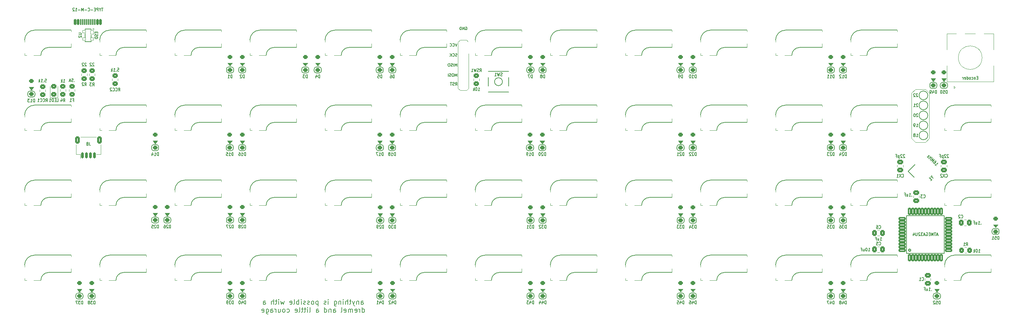
<source format=gbo>
G04 #@! TF.GenerationSoftware,KiCad,Pcbnew,(6.0.1-0)*
G04 #@! TF.CreationDate,2022-06-04T21:55:58-05:00*
G04 #@! TF.ProjectId,pcb,7063622e-6b69-4636-9164-5f7063625858,rev?*
G04 #@! TF.SameCoordinates,Original*
G04 #@! TF.FileFunction,Legend,Bot*
G04 #@! TF.FilePolarity,Positive*
%FSLAX46Y46*%
G04 Gerber Fmt 4.6, Leading zero omitted, Abs format (unit mm)*
G04 Created by KiCad (PCBNEW (6.0.1-0)) date 2022-06-04 21:55:58*
%MOMM*%
%LPD*%
G01*
G04 APERTURE LIST*
G04 Aperture macros list*
%AMRoundRect*
0 Rectangle with rounded corners*
0 $1 Rounding radius*
0 $2 $3 $4 $5 $6 $7 $8 $9 X,Y pos of 4 corners*
0 Add a 4 corners polygon primitive as box body*
4,1,4,$2,$3,$4,$5,$6,$7,$8,$9,$2,$3,0*
0 Add four circle primitives for the rounded corners*
1,1,$1+$1,$2,$3*
1,1,$1+$1,$4,$5*
1,1,$1+$1,$6,$7*
1,1,$1+$1,$8,$9*
0 Add four rect primitives between the rounded corners*
20,1,$1+$1,$2,$3,$4,$5,0*
20,1,$1+$1,$4,$5,$6,$7,0*
20,1,$1+$1,$6,$7,$8,$9,0*
20,1,$1+$1,$8,$9,$2,$3,0*%
%AMRotRect*
0 Rectangle, with rotation*
0 The origin of the aperture is its center*
0 $1 length*
0 $2 width*
0 $3 Rotation angle, in degrees counterclockwise*
0 Add horizontal line*
21,1,$1,$2,0,0,$3*%
G04 Aperture macros list end*
%ADD10C,0.100000*%
%ADD11C,0.150000*%
%ADD12C,0.200000*%
%ADD13C,0.120000*%
%ADD14C,0.127000*%
%ADD15C,0.203200*%
%ADD16C,0.254000*%
%ADD17RoundRect,0.250000X-0.350000X-0.650000X0.350000X-0.650000X0.350000X0.650000X-0.350000X0.650000X0*%
%ADD18RoundRect,0.150000X-0.150000X-0.625000X0.150000X-0.625000X0.150000X0.625000X-0.150000X0.625000X0*%
%ADD19C,3.000000*%
%ADD20C,1.750000*%
%ADD21C,3.987800*%
%ADD22R,2.550000X2.500000*%
%ADD23R,2.000000X2.000000*%
%ADD24C,2.000000*%
%ADD25R,2.000000X3.200000*%
%ADD26C,3.800000*%
%ADD27C,2.250000*%
%ADD28RoundRect,0.250000X-0.475000X0.337500X-0.475000X-0.337500X0.475000X-0.337500X0.475000X0.337500X0*%
%ADD29RoundRect,0.250000X0.350000X-0.250000X0.350000X0.250000X-0.350000X0.250000X-0.350000X-0.250000X0*%
%ADD30O,1.700000X1.700000*%
%ADD31R,1.700000X1.700000*%
%ADD32R,1.800000X1.100000*%
%ADD33RoundRect,0.200000X-0.750000X-0.250000X0.750000X-0.250000X0.750000X0.250000X-0.750000X0.250000X0*%
%ADD34RoundRect,0.200000X-0.250000X-0.750000X0.250000X-0.750000X0.250000X0.750000X-0.250000X0.750000X0*%
%ADD35RoundRect,0.250000X0.475000X-0.337500X0.475000X0.337500X-0.475000X0.337500X-0.475000X-0.337500X0*%
%ADD36RotRect,2.100000X1.800000X45.000000*%
%ADD37RoundRect,0.249999X0.450001X-0.325001X0.450001X0.325001X-0.450001X0.325001X-0.450001X-0.325001X0*%
%ADD38C,0.650000*%
%ADD39RoundRect,0.150000X-0.150000X-0.575000X0.150000X-0.575000X0.150000X0.575000X-0.150000X0.575000X0*%
%ADD40RoundRect,0.075000X-0.075000X-0.650000X0.075000X-0.650000X0.075000X0.650000X-0.075000X0.650000X0*%
%ADD41O,1.300000X2.400000*%
%ADD42O,1.300000X1.900000*%
%ADD43RoundRect,0.249999X-0.450001X0.325001X-0.450001X-0.325001X0.450001X-0.325001X0.450001X0.325001X0*%
%ADD44RoundRect,0.250000X-0.337500X-0.475000X0.337500X-0.475000X0.337500X0.475000X-0.337500X0.475000X0*%
%ADD45RoundRect,0.250000X0.337500X0.475000X-0.337500X0.475000X-0.337500X-0.475000X0.337500X-0.475000X0*%
%ADD46RoundRect,0.249999X0.325001X0.450001X-0.325001X0.450001X-0.325001X-0.450001X0.325001X-0.450001X0*%
%ADD47RoundRect,0.050000X-0.350000X0.500000X-0.350000X-0.500000X0.350000X-0.500000X0.350000X0.500000X0*%
%ADD48RoundRect,0.050000X-0.350000X0.300000X-0.350000X-0.300000X0.350000X-0.300000X0.350000X0.300000X0*%
%ADD49C,1.700000*%
G04 APERTURE END LIST*
D10*
X305390225Y-73693950D02*
X306390225Y-74693950D01*
X309890225Y-62193950D02*
X308890225Y-61193950D01*
X306390225Y-74693950D02*
X308890225Y-74693950D01*
X305390225Y-62193950D02*
X305390225Y-73693950D01*
X309890225Y-73693950D02*
X309890225Y-62193950D01*
X305390225Y-62193950D02*
X306390225Y-61193950D01*
X309890225Y-73693950D02*
X308890225Y-74693950D01*
X308890225Y-61193950D02*
X306390225Y-61193950D01*
D11*
X311321062Y-80336598D02*
X311603905Y-80619441D01*
X311462484Y-80478019D02*
X312028169Y-79912334D01*
X311994497Y-80040286D01*
X311987763Y-80141302D01*
X312007966Y-80215380D01*
X311462484Y-79346648D02*
X311556764Y-79440929D01*
X311576968Y-79515007D01*
X311573600Y-79565515D01*
X311539929Y-79693467D01*
X311455749Y-79824787D01*
X311240250Y-80040286D01*
X311162805Y-80070591D01*
X311112297Y-80073958D01*
X311038220Y-80053755D01*
X310943939Y-79959474D01*
X310923736Y-79885396D01*
X310927103Y-79834889D01*
X310957407Y-79757444D01*
X311092094Y-79622757D01*
X311169539Y-79592452D01*
X311220047Y-79589085D01*
X311294125Y-79609288D01*
X311388406Y-79703569D01*
X311408609Y-79777647D01*
X311405242Y-79828154D01*
X311374937Y-79905599D01*
X310637526Y-79653061D02*
X311203211Y-79087376D01*
X310634158Y-79326445D01*
X310873228Y-78757393D01*
X310307542Y-79323078D01*
X310071840Y-79087376D02*
X310637526Y-78521690D01*
X310368152Y-78791064D02*
X310085309Y-78508222D01*
X309788998Y-78804533D02*
X310354683Y-78238848D01*
X309977559Y-78238848D02*
X309718287Y-77979575D01*
X309600436Y-78615971D01*
X309341163Y-78356699D01*
X322196136Y-58283727D02*
X321962803Y-58283727D01*
X321862803Y-58702774D02*
X322196136Y-58702774D01*
X322196136Y-57902774D01*
X321862803Y-57902774D01*
X321562803Y-58169441D02*
X321562803Y-58702774D01*
X321562803Y-58245631D02*
X321529470Y-58207536D01*
X321462803Y-58169441D01*
X321362803Y-58169441D01*
X321296136Y-58207536D01*
X321262803Y-58283727D01*
X321262803Y-58702774D01*
X320629470Y-58664679D02*
X320696136Y-58702774D01*
X320829470Y-58702774D01*
X320896136Y-58664679D01*
X320929470Y-58626584D01*
X320962803Y-58550393D01*
X320962803Y-58321822D01*
X320929470Y-58245631D01*
X320896136Y-58207536D01*
X320829470Y-58169441D01*
X320696136Y-58169441D01*
X320629470Y-58207536D01*
X320229470Y-58702774D02*
X320296136Y-58664679D01*
X320329470Y-58626584D01*
X320362803Y-58550393D01*
X320362803Y-58321822D01*
X320329470Y-58245631D01*
X320296136Y-58207536D01*
X320229470Y-58169441D01*
X320129470Y-58169441D01*
X320062803Y-58207536D01*
X320029470Y-58245631D01*
X319996136Y-58321822D01*
X319996136Y-58550393D01*
X320029470Y-58626584D01*
X320062803Y-58664679D01*
X320129470Y-58702774D01*
X320229470Y-58702774D01*
X319396136Y-58702774D02*
X319396136Y-57902774D01*
X319396136Y-58664679D02*
X319462803Y-58702774D01*
X319596136Y-58702774D01*
X319662803Y-58664679D01*
X319696136Y-58626584D01*
X319729470Y-58550393D01*
X319729470Y-58321822D01*
X319696136Y-58245631D01*
X319662803Y-58207536D01*
X319596136Y-58169441D01*
X319462803Y-58169441D01*
X319396136Y-58207536D01*
X318796136Y-58664679D02*
X318862803Y-58702774D01*
X318996136Y-58702774D01*
X319062803Y-58664679D01*
X319096136Y-58588489D01*
X319096136Y-58283727D01*
X319062803Y-58207536D01*
X318996136Y-58169441D01*
X318862803Y-58169441D01*
X318796136Y-58207536D01*
X318762803Y-58283727D01*
X318762803Y-58359917D01*
X319096136Y-58436108D01*
X318462803Y-58702774D02*
X318462803Y-58169441D01*
X318462803Y-58321822D02*
X318429470Y-58245631D01*
X318396136Y-58207536D01*
X318329470Y-58169441D01*
X318262803Y-58169441D01*
D12*
X165733082Y-115853176D02*
X165733082Y-115198414D01*
X165792605Y-115079366D01*
X165911653Y-115019842D01*
X166149748Y-115019842D01*
X166268796Y-115079366D01*
X165733082Y-115793652D02*
X165852129Y-115853176D01*
X166149748Y-115853176D01*
X166268796Y-115793652D01*
X166328320Y-115674604D01*
X166328320Y-115555557D01*
X166268796Y-115436509D01*
X166149748Y-115376985D01*
X165852129Y-115376985D01*
X165733082Y-115317461D01*
X165137844Y-115019842D02*
X165137844Y-115853176D01*
X165137844Y-115138890D02*
X165078320Y-115079366D01*
X164959272Y-115019842D01*
X164780701Y-115019842D01*
X164661653Y-115079366D01*
X164602129Y-115198414D01*
X164602129Y-115853176D01*
X164125939Y-115019842D02*
X163828320Y-115853176D01*
X163530701Y-115019842D02*
X163828320Y-115853176D01*
X163947367Y-116150795D01*
X164006891Y-116210319D01*
X164125939Y-116269842D01*
X163233082Y-115019842D02*
X162756891Y-115019842D01*
X163054510Y-114603176D02*
X163054510Y-115674604D01*
X162994986Y-115793652D01*
X162875939Y-115853176D01*
X162756891Y-115853176D01*
X162340225Y-115853176D02*
X162340225Y-114603176D01*
X161804510Y-115853176D02*
X161804510Y-115198414D01*
X161864034Y-115079366D01*
X161983082Y-115019842D01*
X162161653Y-115019842D01*
X162280701Y-115079366D01*
X162340225Y-115138890D01*
X161209272Y-115853176D02*
X161209272Y-115019842D01*
X161209272Y-114603176D02*
X161268796Y-114662700D01*
X161209272Y-114722223D01*
X161149748Y-114662700D01*
X161209272Y-114603176D01*
X161209272Y-114722223D01*
X160614034Y-115019842D02*
X160614034Y-115853176D01*
X160614034Y-115138890D02*
X160554510Y-115079366D01*
X160435463Y-115019842D01*
X160256891Y-115019842D01*
X160137844Y-115079366D01*
X160078320Y-115198414D01*
X160078320Y-115853176D01*
X158947367Y-115019842D02*
X158947367Y-116031747D01*
X159006891Y-116150795D01*
X159066415Y-116210319D01*
X159185463Y-116269842D01*
X159364034Y-116269842D01*
X159483082Y-116210319D01*
X158947367Y-115793652D02*
X159066415Y-115853176D01*
X159304510Y-115853176D01*
X159423558Y-115793652D01*
X159483082Y-115734128D01*
X159542605Y-115615080D01*
X159542605Y-115257938D01*
X159483082Y-115138890D01*
X159423558Y-115079366D01*
X159304510Y-115019842D01*
X159066415Y-115019842D01*
X158947367Y-115079366D01*
X157399748Y-115853176D02*
X157399748Y-115019842D01*
X157399748Y-114603176D02*
X157459272Y-114662700D01*
X157399748Y-114722223D01*
X157340225Y-114662700D01*
X157399748Y-114603176D01*
X157399748Y-114722223D01*
X156864034Y-115793652D02*
X156744986Y-115853176D01*
X156506891Y-115853176D01*
X156387844Y-115793652D01*
X156328320Y-115674604D01*
X156328320Y-115615080D01*
X156387844Y-115496033D01*
X156506891Y-115436509D01*
X156685463Y-115436509D01*
X156804510Y-115376985D01*
X156864034Y-115257938D01*
X156864034Y-115198414D01*
X156804510Y-115079366D01*
X156685463Y-115019842D01*
X156506891Y-115019842D01*
X156387844Y-115079366D01*
X154840225Y-115019842D02*
X154840225Y-116269842D01*
X154840225Y-115079366D02*
X154721177Y-115019842D01*
X154483082Y-115019842D01*
X154364034Y-115079366D01*
X154304510Y-115138890D01*
X154244986Y-115257938D01*
X154244986Y-115615080D01*
X154304510Y-115734128D01*
X154364034Y-115793652D01*
X154483082Y-115853176D01*
X154721177Y-115853176D01*
X154840225Y-115793652D01*
X153530701Y-115853176D02*
X153649748Y-115793652D01*
X153709272Y-115734128D01*
X153768796Y-115615080D01*
X153768796Y-115257938D01*
X153709272Y-115138890D01*
X153649748Y-115079366D01*
X153530701Y-115019842D01*
X153352129Y-115019842D01*
X153233082Y-115079366D01*
X153173558Y-115138890D01*
X153114034Y-115257938D01*
X153114034Y-115615080D01*
X153173558Y-115734128D01*
X153233082Y-115793652D01*
X153352129Y-115853176D01*
X153530701Y-115853176D01*
X152637844Y-115793652D02*
X152518796Y-115853176D01*
X152280701Y-115853176D01*
X152161653Y-115793652D01*
X152102129Y-115674604D01*
X152102129Y-115615080D01*
X152161653Y-115496033D01*
X152280701Y-115436509D01*
X152459272Y-115436509D01*
X152578320Y-115376985D01*
X152637844Y-115257938D01*
X152637844Y-115198414D01*
X152578320Y-115079366D01*
X152459272Y-115019842D01*
X152280701Y-115019842D01*
X152161653Y-115079366D01*
X151625939Y-115793652D02*
X151506891Y-115853176D01*
X151268796Y-115853176D01*
X151149748Y-115793652D01*
X151090225Y-115674604D01*
X151090225Y-115615080D01*
X151149748Y-115496033D01*
X151268796Y-115436509D01*
X151447367Y-115436509D01*
X151566415Y-115376985D01*
X151625939Y-115257938D01*
X151625939Y-115198414D01*
X151566415Y-115079366D01*
X151447367Y-115019842D01*
X151268796Y-115019842D01*
X151149748Y-115079366D01*
X150554510Y-115853176D02*
X150554510Y-115019842D01*
X150554510Y-114603176D02*
X150614034Y-114662700D01*
X150554510Y-114722223D01*
X150494986Y-114662700D01*
X150554510Y-114603176D01*
X150554510Y-114722223D01*
X149959272Y-115853176D02*
X149959272Y-114603176D01*
X149959272Y-115079366D02*
X149840225Y-115019842D01*
X149602129Y-115019842D01*
X149483082Y-115079366D01*
X149423558Y-115138890D01*
X149364034Y-115257938D01*
X149364034Y-115615080D01*
X149423558Y-115734128D01*
X149483082Y-115793652D01*
X149602129Y-115853176D01*
X149840225Y-115853176D01*
X149959272Y-115793652D01*
X148649748Y-115853176D02*
X148768796Y-115793652D01*
X148828320Y-115674604D01*
X148828320Y-114603176D01*
X147697367Y-115793652D02*
X147816415Y-115853176D01*
X148054510Y-115853176D01*
X148173558Y-115793652D01*
X148233082Y-115674604D01*
X148233082Y-115198414D01*
X148173558Y-115079366D01*
X148054510Y-115019842D01*
X147816415Y-115019842D01*
X147697367Y-115079366D01*
X147637844Y-115198414D01*
X147637844Y-115317461D01*
X148233082Y-115436509D01*
X146268796Y-115019842D02*
X146030701Y-115853176D01*
X145792605Y-115257938D01*
X145554510Y-115853176D01*
X145316415Y-115019842D01*
X144840225Y-115853176D02*
X144840225Y-115019842D01*
X144840225Y-114603176D02*
X144899748Y-114662700D01*
X144840225Y-114722223D01*
X144780701Y-114662700D01*
X144840225Y-114603176D01*
X144840225Y-114722223D01*
X144423558Y-115019842D02*
X143947367Y-115019842D01*
X144244986Y-114603176D02*
X144244986Y-115674604D01*
X144185463Y-115793652D01*
X144066415Y-115853176D01*
X143947367Y-115853176D01*
X143530701Y-115853176D02*
X143530701Y-114603176D01*
X142994986Y-115853176D02*
X142994986Y-115198414D01*
X143054510Y-115079366D01*
X143173558Y-115019842D01*
X143352129Y-115019842D01*
X143471177Y-115079366D01*
X143530701Y-115138890D01*
X140911653Y-115853176D02*
X140911653Y-115198414D01*
X140971177Y-115079366D01*
X141090225Y-115019842D01*
X141328320Y-115019842D01*
X141447367Y-115079366D01*
X140911653Y-115793652D02*
X141030701Y-115853176D01*
X141328320Y-115853176D01*
X141447367Y-115793652D01*
X141506891Y-115674604D01*
X141506891Y-115555557D01*
X141447367Y-115436509D01*
X141328320Y-115376985D01*
X141030701Y-115376985D01*
X140911653Y-115317461D01*
X166030701Y-117865676D02*
X166030701Y-116615676D01*
X166030701Y-117806152D02*
X166149748Y-117865676D01*
X166387844Y-117865676D01*
X166506891Y-117806152D01*
X166566415Y-117746628D01*
X166625939Y-117627580D01*
X166625939Y-117270438D01*
X166566415Y-117151390D01*
X166506891Y-117091866D01*
X166387844Y-117032342D01*
X166149748Y-117032342D01*
X166030701Y-117091866D01*
X165435463Y-117865676D02*
X165435463Y-117032342D01*
X165435463Y-117270438D02*
X165375939Y-117151390D01*
X165316415Y-117091866D01*
X165197367Y-117032342D01*
X165078320Y-117032342D01*
X164185463Y-117806152D02*
X164304510Y-117865676D01*
X164542605Y-117865676D01*
X164661653Y-117806152D01*
X164721177Y-117687104D01*
X164721177Y-117210914D01*
X164661653Y-117091866D01*
X164542605Y-117032342D01*
X164304510Y-117032342D01*
X164185463Y-117091866D01*
X164125939Y-117210914D01*
X164125939Y-117329961D01*
X164721177Y-117449009D01*
X163590225Y-117865676D02*
X163590225Y-117032342D01*
X163590225Y-117151390D02*
X163530701Y-117091866D01*
X163411653Y-117032342D01*
X163233082Y-117032342D01*
X163114034Y-117091866D01*
X163054510Y-117210914D01*
X163054510Y-117865676D01*
X163054510Y-117210914D02*
X162994986Y-117091866D01*
X162875939Y-117032342D01*
X162697367Y-117032342D01*
X162578320Y-117091866D01*
X162518796Y-117210914D01*
X162518796Y-117865676D01*
X161447367Y-117806152D02*
X161566415Y-117865676D01*
X161804510Y-117865676D01*
X161923558Y-117806152D01*
X161983082Y-117687104D01*
X161983082Y-117210914D01*
X161923558Y-117091866D01*
X161804510Y-117032342D01*
X161566415Y-117032342D01*
X161447367Y-117091866D01*
X161387844Y-117210914D01*
X161387844Y-117329961D01*
X161983082Y-117449009D01*
X160673558Y-117865676D02*
X160792605Y-117806152D01*
X160852129Y-117687104D01*
X160852129Y-116615676D01*
X158709272Y-117865676D02*
X158709272Y-117210914D01*
X158768796Y-117091866D01*
X158887844Y-117032342D01*
X159125939Y-117032342D01*
X159244986Y-117091866D01*
X158709272Y-117806152D02*
X158828320Y-117865676D01*
X159125939Y-117865676D01*
X159244986Y-117806152D01*
X159304510Y-117687104D01*
X159304510Y-117568057D01*
X159244986Y-117449009D01*
X159125939Y-117389485D01*
X158828320Y-117389485D01*
X158709272Y-117329961D01*
X158114034Y-117032342D02*
X158114034Y-117865676D01*
X158114034Y-117151390D02*
X158054510Y-117091866D01*
X157935463Y-117032342D01*
X157756891Y-117032342D01*
X157637844Y-117091866D01*
X157578320Y-117210914D01*
X157578320Y-117865676D01*
X156447367Y-117865676D02*
X156447367Y-116615676D01*
X156447367Y-117806152D02*
X156566415Y-117865676D01*
X156804510Y-117865676D01*
X156923558Y-117806152D01*
X156983082Y-117746628D01*
X157042605Y-117627580D01*
X157042605Y-117270438D01*
X156983082Y-117151390D01*
X156923558Y-117091866D01*
X156804510Y-117032342D01*
X156566415Y-117032342D01*
X156447367Y-117091866D01*
X154364034Y-117865676D02*
X154364034Y-117210914D01*
X154423558Y-117091866D01*
X154542605Y-117032342D01*
X154780701Y-117032342D01*
X154899748Y-117091866D01*
X154364034Y-117806152D02*
X154483082Y-117865676D01*
X154780701Y-117865676D01*
X154899748Y-117806152D01*
X154959272Y-117687104D01*
X154959272Y-117568057D01*
X154899748Y-117449009D01*
X154780701Y-117389485D01*
X154483082Y-117389485D01*
X154364034Y-117329961D01*
X152637844Y-117865676D02*
X152756891Y-117806152D01*
X152816415Y-117687104D01*
X152816415Y-116615676D01*
X152161653Y-117865676D02*
X152161653Y-117032342D01*
X152161653Y-116615676D02*
X152221177Y-116675200D01*
X152161653Y-116734723D01*
X152102129Y-116675200D01*
X152161653Y-116615676D01*
X152161653Y-116734723D01*
X151744986Y-117032342D02*
X151268796Y-117032342D01*
X151566415Y-116615676D02*
X151566415Y-117687104D01*
X151506891Y-117806152D01*
X151387844Y-117865676D01*
X151268796Y-117865676D01*
X151030701Y-117032342D02*
X150554510Y-117032342D01*
X150852129Y-116615676D02*
X150852129Y-117687104D01*
X150792605Y-117806152D01*
X150673558Y-117865676D01*
X150554510Y-117865676D01*
X149959272Y-117865676D02*
X150078320Y-117806152D01*
X150137844Y-117687104D01*
X150137844Y-116615676D01*
X149006891Y-117806152D02*
X149125939Y-117865676D01*
X149364034Y-117865676D01*
X149483082Y-117806152D01*
X149542605Y-117687104D01*
X149542605Y-117210914D01*
X149483082Y-117091866D01*
X149364034Y-117032342D01*
X149125939Y-117032342D01*
X149006891Y-117091866D01*
X148947367Y-117210914D01*
X148947367Y-117329961D01*
X149542605Y-117449009D01*
X146923558Y-117806152D02*
X147042605Y-117865676D01*
X147280701Y-117865676D01*
X147399748Y-117806152D01*
X147459272Y-117746628D01*
X147518796Y-117627580D01*
X147518796Y-117270438D01*
X147459272Y-117151390D01*
X147399748Y-117091866D01*
X147280701Y-117032342D01*
X147042605Y-117032342D01*
X146923558Y-117091866D01*
X146209272Y-117865676D02*
X146328320Y-117806152D01*
X146387844Y-117746628D01*
X146447367Y-117627580D01*
X146447367Y-117270438D01*
X146387844Y-117151390D01*
X146328320Y-117091866D01*
X146209272Y-117032342D01*
X146030701Y-117032342D01*
X145911653Y-117091866D01*
X145852129Y-117151390D01*
X145792605Y-117270438D01*
X145792605Y-117627580D01*
X145852129Y-117746628D01*
X145911653Y-117806152D01*
X146030701Y-117865676D01*
X146209272Y-117865676D01*
X144721177Y-117032342D02*
X144721177Y-117865676D01*
X145256891Y-117032342D02*
X145256891Y-117687104D01*
X145197367Y-117806152D01*
X145078320Y-117865676D01*
X144899748Y-117865676D01*
X144780701Y-117806152D01*
X144721177Y-117746628D01*
X144125939Y-117865676D02*
X144125939Y-117032342D01*
X144125939Y-117270438D02*
X144066415Y-117151390D01*
X144006891Y-117091866D01*
X143887844Y-117032342D01*
X143768796Y-117032342D01*
X142816415Y-117865676D02*
X142816415Y-117210914D01*
X142875939Y-117091866D01*
X142994986Y-117032342D01*
X143233082Y-117032342D01*
X143352129Y-117091866D01*
X142816415Y-117806152D02*
X142935463Y-117865676D01*
X143233082Y-117865676D01*
X143352129Y-117806152D01*
X143411653Y-117687104D01*
X143411653Y-117568057D01*
X143352129Y-117449009D01*
X143233082Y-117389485D01*
X142935463Y-117389485D01*
X142816415Y-117329961D01*
X141685463Y-117032342D02*
X141685463Y-118044247D01*
X141744986Y-118163295D01*
X141804510Y-118222819D01*
X141923558Y-118282342D01*
X142102129Y-118282342D01*
X142221177Y-118222819D01*
X141685463Y-117806152D02*
X141804510Y-117865676D01*
X142042605Y-117865676D01*
X142161653Y-117806152D01*
X142221177Y-117746628D01*
X142280701Y-117627580D01*
X142280701Y-117270438D01*
X142221177Y-117151390D01*
X142161653Y-117091866D01*
X142042605Y-117032342D01*
X141804510Y-117032342D01*
X141685463Y-117091866D01*
X140614034Y-117806152D02*
X140733082Y-117865676D01*
X140971177Y-117865676D01*
X141090225Y-117806152D01*
X141149748Y-117687104D01*
X141149748Y-117210914D01*
X141090225Y-117091866D01*
X140971177Y-117032342D01*
X140733082Y-117032342D01*
X140614034Y-117091866D01*
X140554510Y-117210914D01*
X140554510Y-117329961D01*
X141149748Y-117449009D01*
D11*
X96823558Y-74655854D02*
X96823558Y-75227283D01*
X96856891Y-75341569D01*
X96923558Y-75417759D01*
X97023558Y-75455854D01*
X97090225Y-75455854D01*
X96390225Y-74998711D02*
X96456891Y-74960616D01*
X96490225Y-74922521D01*
X96523558Y-74846330D01*
X96523558Y-74808235D01*
X96490225Y-74732045D01*
X96456891Y-74693950D01*
X96390225Y-74655854D01*
X96256891Y-74655854D01*
X96190225Y-74693950D01*
X96156891Y-74732045D01*
X96123558Y-74808235D01*
X96123558Y-74846330D01*
X96156891Y-74922521D01*
X96190225Y-74960616D01*
X96256891Y-74998711D01*
X96390225Y-74998711D01*
X96456891Y-75036807D01*
X96490225Y-75074902D01*
X96523558Y-75151092D01*
X96523558Y-75303473D01*
X96490225Y-75379664D01*
X96456891Y-75417759D01*
X96390225Y-75455854D01*
X96256891Y-75455854D01*
X96190225Y-75417759D01*
X96156891Y-75379664D01*
X96123558Y-75303473D01*
X96123558Y-75151092D01*
X96156891Y-75074902D01*
X96190225Y-75036807D01*
X96256891Y-74998711D01*
X308006491Y-109717364D02*
X308039825Y-109755459D01*
X308139825Y-109793554D01*
X308206491Y-109793554D01*
X308306491Y-109755459D01*
X308373158Y-109679269D01*
X308406491Y-109603078D01*
X308439825Y-109450697D01*
X308439825Y-109336411D01*
X308406491Y-109184030D01*
X308373158Y-109107840D01*
X308306491Y-109031650D01*
X308206491Y-108993554D01*
X308139825Y-108993554D01*
X308039825Y-109031650D01*
X308006491Y-109069745D01*
X307339825Y-109793554D02*
X307739825Y-109793554D01*
X307539825Y-109793554D02*
X307539825Y-108993554D01*
X307606491Y-109107840D01*
X307673158Y-109184030D01*
X307739825Y-109222126D01*
X310440225Y-112279664D02*
X310406891Y-112317759D01*
X310440225Y-112355854D01*
X310473558Y-112317759D01*
X310440225Y-112279664D01*
X310440225Y-112355854D01*
X309740225Y-112355854D02*
X310140225Y-112355854D01*
X309940225Y-112355854D02*
X309940225Y-111555854D01*
X310006891Y-111670140D01*
X310073558Y-111746330D01*
X310140225Y-111784426D01*
X309140225Y-111822521D02*
X309140225Y-112355854D01*
X309440225Y-111822521D02*
X309440225Y-112241569D01*
X309406891Y-112317759D01*
X309340225Y-112355854D01*
X309240225Y-112355854D01*
X309173558Y-112317759D01*
X309140225Y-112279664D01*
X308573558Y-111936807D02*
X308806891Y-111936807D01*
X308806891Y-112355854D02*
X308806891Y-111555854D01*
X308473558Y-111555854D01*
X117440225Y-96457854D02*
X117440225Y-95657854D01*
X117273558Y-95657854D01*
X117173558Y-95695950D01*
X117106891Y-95772140D01*
X117073558Y-95848330D01*
X117040225Y-96000711D01*
X117040225Y-96114997D01*
X117073558Y-96267378D01*
X117106891Y-96343569D01*
X117173558Y-96419759D01*
X117273558Y-96457854D01*
X117440225Y-96457854D01*
X116773558Y-95734045D02*
X116740225Y-95695950D01*
X116673558Y-95657854D01*
X116506891Y-95657854D01*
X116440225Y-95695950D01*
X116406891Y-95734045D01*
X116373558Y-95810235D01*
X116373558Y-95886426D01*
X116406891Y-96000711D01*
X116806891Y-96457854D01*
X116373558Y-96457854D01*
X115773558Y-95657854D02*
X115906891Y-95657854D01*
X115973558Y-95695950D01*
X116006891Y-95734045D01*
X116073558Y-95848330D01*
X116106891Y-96000711D01*
X116106891Y-96305473D01*
X116073558Y-96381664D01*
X116040225Y-96419759D01*
X115973558Y-96457854D01*
X115840225Y-96457854D01*
X115773558Y-96419759D01*
X115740225Y-96381664D01*
X115706891Y-96305473D01*
X115706891Y-96114997D01*
X115740225Y-96038807D01*
X115773558Y-96000711D01*
X115840225Y-95962616D01*
X115973558Y-95962616D01*
X116040225Y-96000711D01*
X116073558Y-96038807D01*
X116106891Y-96114997D01*
X209440225Y-78057854D02*
X209440225Y-77257854D01*
X209273558Y-77257854D01*
X209173558Y-77295950D01*
X209106891Y-77372140D01*
X209073558Y-77448330D01*
X209040225Y-77600711D01*
X209040225Y-77714997D01*
X209073558Y-77867378D01*
X209106891Y-77943569D01*
X209173558Y-78019759D01*
X209273558Y-78057854D01*
X209440225Y-78057854D01*
X208373558Y-78057854D02*
X208773558Y-78057854D01*
X208573558Y-78057854D02*
X208573558Y-77257854D01*
X208640225Y-77372140D01*
X208706891Y-77448330D01*
X208773558Y-77486426D01*
X208040225Y-78057854D02*
X207906891Y-78057854D01*
X207840225Y-78019759D01*
X207806891Y-77981664D01*
X207740225Y-77867378D01*
X207706891Y-77714997D01*
X207706891Y-77410235D01*
X207740225Y-77334045D01*
X207773558Y-77295950D01*
X207840225Y-77257854D01*
X207973558Y-77257854D01*
X208040225Y-77295950D01*
X208073558Y-77334045D01*
X208106891Y-77410235D01*
X208106891Y-77600711D01*
X208073558Y-77676902D01*
X208040225Y-77714997D01*
X207973558Y-77753092D01*
X207840225Y-77753092D01*
X207773558Y-77714997D01*
X207740225Y-77676902D01*
X207706891Y-77600711D01*
X171340225Y-78057854D02*
X171340225Y-77257854D01*
X171173558Y-77257854D01*
X171073558Y-77295950D01*
X171006891Y-77372140D01*
X170973558Y-77448330D01*
X170940225Y-77600711D01*
X170940225Y-77714997D01*
X170973558Y-77867378D01*
X171006891Y-77943569D01*
X171073558Y-78019759D01*
X171173558Y-78057854D01*
X171340225Y-78057854D01*
X170273558Y-78057854D02*
X170673558Y-78057854D01*
X170473558Y-78057854D02*
X170473558Y-77257854D01*
X170540225Y-77372140D01*
X170606891Y-77448330D01*
X170673558Y-77486426D01*
X170040225Y-77257854D02*
X169573558Y-77257854D01*
X169873558Y-78057854D01*
X136431415Y-78057854D02*
X136431415Y-77257854D01*
X136264748Y-77257854D01*
X136164748Y-77295950D01*
X136098081Y-77372140D01*
X136064748Y-77448330D01*
X136031415Y-77600711D01*
X136031415Y-77714997D01*
X136064748Y-77867378D01*
X136098081Y-77943569D01*
X136164748Y-78019759D01*
X136264748Y-78057854D01*
X136431415Y-78057854D01*
X135364748Y-78057854D02*
X135764748Y-78057854D01*
X135564748Y-78057854D02*
X135564748Y-77257854D01*
X135631415Y-77372140D01*
X135698081Y-77448330D01*
X135764748Y-77486426D01*
X134764748Y-77257854D02*
X134898081Y-77257854D01*
X134964748Y-77295950D01*
X134998081Y-77334045D01*
X135064748Y-77448330D01*
X135098081Y-77600711D01*
X135098081Y-77905473D01*
X135064748Y-77981664D01*
X135031415Y-78019759D01*
X134964748Y-78057854D01*
X134831415Y-78057854D01*
X134764748Y-78019759D01*
X134731415Y-77981664D01*
X134698081Y-77905473D01*
X134698081Y-77714997D01*
X134731415Y-77638807D01*
X134764748Y-77600711D01*
X134831415Y-77562616D01*
X134964748Y-77562616D01*
X135031415Y-77600711D01*
X135064748Y-77638807D01*
X135098081Y-77714997D01*
X114340225Y-78057854D02*
X114340225Y-77257854D01*
X114173558Y-77257854D01*
X114073558Y-77295950D01*
X114006891Y-77372140D01*
X113973558Y-77448330D01*
X113940225Y-77600711D01*
X113940225Y-77714997D01*
X113973558Y-77867378D01*
X114006891Y-77943569D01*
X114073558Y-78019759D01*
X114173558Y-78057854D01*
X114340225Y-78057854D01*
X113273558Y-78057854D02*
X113673558Y-78057854D01*
X113473558Y-78057854D02*
X113473558Y-77257854D01*
X113540225Y-77372140D01*
X113606891Y-77448330D01*
X113673558Y-77486426D01*
X112673558Y-77524521D02*
X112673558Y-78057854D01*
X112840225Y-77219759D02*
X113006891Y-77791188D01*
X112573558Y-77791188D01*
X285740625Y-58320154D02*
X285740625Y-57520154D01*
X285573958Y-57520154D01*
X285473958Y-57558250D01*
X285407291Y-57634440D01*
X285373958Y-57710630D01*
X285340625Y-57863011D01*
X285340625Y-57977297D01*
X285373958Y-58129678D01*
X285407291Y-58205869D01*
X285473958Y-58282059D01*
X285573958Y-58320154D01*
X285740625Y-58320154D01*
X284673958Y-58320154D02*
X285073958Y-58320154D01*
X284873958Y-58320154D02*
X284873958Y-57520154D01*
X284940625Y-57634440D01*
X285007291Y-57710630D01*
X285073958Y-57748726D01*
X284007291Y-58320154D02*
X284407291Y-58320154D01*
X284207291Y-58320154D02*
X284207291Y-57520154D01*
X284273958Y-57634440D01*
X284340625Y-57710630D01*
X284407291Y-57748726D01*
X250731415Y-58320154D02*
X250731415Y-57520154D01*
X250564748Y-57520154D01*
X250464748Y-57558250D01*
X250398081Y-57634440D01*
X250364748Y-57710630D01*
X250331415Y-57863011D01*
X250331415Y-57977297D01*
X250364748Y-58129678D01*
X250398081Y-58205869D01*
X250464748Y-58282059D01*
X250564748Y-58320154D01*
X250731415Y-58320154D01*
X249664748Y-58320154D02*
X250064748Y-58320154D01*
X249864748Y-58320154D02*
X249864748Y-57520154D01*
X249931415Y-57634440D01*
X249998081Y-57710630D01*
X250064748Y-57748726D01*
X249231415Y-57520154D02*
X249164748Y-57520154D01*
X249098081Y-57558250D01*
X249064748Y-57596345D01*
X249031415Y-57672535D01*
X248998081Y-57824916D01*
X248998081Y-58015392D01*
X249031415Y-58167773D01*
X249064748Y-58243964D01*
X249098081Y-58282059D01*
X249164748Y-58320154D01*
X249231415Y-58320154D01*
X249298081Y-58282059D01*
X249331415Y-58243964D01*
X249364748Y-58167773D01*
X249398081Y-58015392D01*
X249398081Y-57824916D01*
X249364748Y-57672535D01*
X249331415Y-57596345D01*
X249298081Y-57558250D01*
X249231415Y-57520154D01*
X212298081Y-58320154D02*
X212298081Y-57520154D01*
X212131415Y-57520154D01*
X212031415Y-57558250D01*
X211964748Y-57634440D01*
X211931415Y-57710630D01*
X211898081Y-57863011D01*
X211898081Y-57977297D01*
X211931415Y-58129678D01*
X211964748Y-58205869D01*
X212031415Y-58282059D01*
X212131415Y-58320154D01*
X212298081Y-58320154D01*
X211498081Y-57863011D02*
X211564748Y-57824916D01*
X211598081Y-57786821D01*
X211631415Y-57710630D01*
X211631415Y-57672535D01*
X211598081Y-57596345D01*
X211564748Y-57558250D01*
X211498081Y-57520154D01*
X211364748Y-57520154D01*
X211298081Y-57558250D01*
X211264748Y-57596345D01*
X211231415Y-57672535D01*
X211231415Y-57710630D01*
X211264748Y-57786821D01*
X211298081Y-57824916D01*
X211364748Y-57863011D01*
X211498081Y-57863011D01*
X211564748Y-57901107D01*
X211598081Y-57939202D01*
X211631415Y-58015392D01*
X211631415Y-58167773D01*
X211598081Y-58243964D01*
X211564748Y-58282059D01*
X211498081Y-58320154D01*
X211364748Y-58320154D01*
X211298081Y-58282059D01*
X211264748Y-58243964D01*
X211231415Y-58167773D01*
X211231415Y-58015392D01*
X211264748Y-57939202D01*
X211298081Y-57901107D01*
X211364748Y-57863011D01*
X209198081Y-58320154D02*
X209198081Y-57520154D01*
X209031415Y-57520154D01*
X208931415Y-57558250D01*
X208864748Y-57634440D01*
X208831415Y-57710630D01*
X208798081Y-57863011D01*
X208798081Y-57977297D01*
X208831415Y-58129678D01*
X208864748Y-58205869D01*
X208931415Y-58282059D01*
X209031415Y-58320154D01*
X209198081Y-58320154D01*
X208564748Y-57520154D02*
X208098081Y-57520154D01*
X208398081Y-58320154D01*
X174168455Y-58347281D02*
X174168455Y-57547281D01*
X174001789Y-57547281D01*
X173901789Y-57585377D01*
X173835122Y-57661567D01*
X173801789Y-57737757D01*
X173768455Y-57890138D01*
X173768455Y-58004424D01*
X173801789Y-58156805D01*
X173835122Y-58232996D01*
X173901789Y-58309186D01*
X174001789Y-58347281D01*
X174168455Y-58347281D01*
X173168455Y-57547281D02*
X173301789Y-57547281D01*
X173368455Y-57585377D01*
X173401789Y-57623472D01*
X173468455Y-57737757D01*
X173501789Y-57890138D01*
X173501789Y-58194900D01*
X173468455Y-58271091D01*
X173435122Y-58309186D01*
X173368455Y-58347281D01*
X173235122Y-58347281D01*
X173168455Y-58309186D01*
X173135122Y-58271091D01*
X173101789Y-58194900D01*
X173101789Y-58004424D01*
X173135122Y-57928234D01*
X173168455Y-57890138D01*
X173235122Y-57852043D01*
X173368455Y-57852043D01*
X173435122Y-57890138D01*
X173468455Y-57928234D01*
X173501789Y-58004424D01*
X170993455Y-58347281D02*
X170993455Y-57547281D01*
X170826789Y-57547281D01*
X170726789Y-57585377D01*
X170660122Y-57661567D01*
X170626789Y-57737757D01*
X170593455Y-57890138D01*
X170593455Y-58004424D01*
X170626789Y-58156805D01*
X170660122Y-58232996D01*
X170726789Y-58309186D01*
X170826789Y-58347281D01*
X170993455Y-58347281D01*
X169960122Y-57547281D02*
X170293455Y-57547281D01*
X170326789Y-57928234D01*
X170293455Y-57890138D01*
X170226789Y-57852043D01*
X170060122Y-57852043D01*
X169993455Y-57890138D01*
X169960122Y-57928234D01*
X169926789Y-58004424D01*
X169926789Y-58194900D01*
X169960122Y-58271091D01*
X169993455Y-58309186D01*
X170060122Y-58347281D01*
X170226789Y-58347281D01*
X170293455Y-58309186D01*
X170326789Y-58271091D01*
X155268455Y-58320154D02*
X155268455Y-57520154D01*
X155101789Y-57520154D01*
X155001789Y-57558250D01*
X154935122Y-57634440D01*
X154901789Y-57710630D01*
X154868455Y-57863011D01*
X154868455Y-57977297D01*
X154901789Y-58129678D01*
X154935122Y-58205869D01*
X155001789Y-58282059D01*
X155101789Y-58320154D01*
X155268455Y-58320154D01*
X154268455Y-57786821D02*
X154268455Y-58320154D01*
X154435122Y-57482059D02*
X154601789Y-58053488D01*
X154168455Y-58053488D01*
X288840625Y-115763904D02*
X288840625Y-114963904D01*
X288673958Y-114963904D01*
X288573958Y-115002000D01*
X288507291Y-115078190D01*
X288473958Y-115154380D01*
X288440625Y-115306761D01*
X288440625Y-115421047D01*
X288473958Y-115573428D01*
X288507291Y-115649619D01*
X288573958Y-115725809D01*
X288673958Y-115763904D01*
X288840625Y-115763904D01*
X287840625Y-115230571D02*
X287840625Y-115763904D01*
X288007291Y-114925809D02*
X288173958Y-115497238D01*
X287740625Y-115497238D01*
X287373958Y-115306761D02*
X287440625Y-115268666D01*
X287473958Y-115230571D01*
X287507291Y-115154380D01*
X287507291Y-115116285D01*
X287473958Y-115040095D01*
X287440625Y-115002000D01*
X287373958Y-114963904D01*
X287240625Y-114963904D01*
X287173958Y-115002000D01*
X287140625Y-115040095D01*
X287107291Y-115116285D01*
X287107291Y-115154380D01*
X287140625Y-115230571D01*
X287173958Y-115268666D01*
X287240625Y-115306761D01*
X287373958Y-115306761D01*
X287440625Y-115344857D01*
X287473958Y-115382952D01*
X287507291Y-115459142D01*
X287507291Y-115611523D01*
X287473958Y-115687714D01*
X287440625Y-115725809D01*
X287373958Y-115763904D01*
X287240625Y-115763904D01*
X287173958Y-115725809D01*
X287140625Y-115687714D01*
X287107291Y-115611523D01*
X287107291Y-115459142D01*
X287140625Y-115382952D01*
X287173958Y-115344857D01*
X287240625Y-115306761D01*
X285740625Y-115763904D02*
X285740625Y-114963904D01*
X285573958Y-114963904D01*
X285473958Y-115002000D01*
X285407291Y-115078190D01*
X285373958Y-115154380D01*
X285340625Y-115306761D01*
X285340625Y-115421047D01*
X285373958Y-115573428D01*
X285407291Y-115649619D01*
X285473958Y-115725809D01*
X285573958Y-115763904D01*
X285740625Y-115763904D01*
X284740625Y-115230571D02*
X284740625Y-115763904D01*
X284907291Y-114925809D02*
X285073958Y-115497238D01*
X284640625Y-115497238D01*
X284440625Y-114963904D02*
X283973958Y-114963904D01*
X284273958Y-115763904D01*
X250740625Y-115727027D02*
X250740625Y-114927027D01*
X250573958Y-114927027D01*
X250473958Y-114965123D01*
X250407291Y-115041313D01*
X250373958Y-115117503D01*
X250340625Y-115269884D01*
X250340625Y-115384170D01*
X250373958Y-115536551D01*
X250407291Y-115612742D01*
X250473958Y-115688932D01*
X250573958Y-115727027D01*
X250740625Y-115727027D01*
X249740625Y-115193694D02*
X249740625Y-115727027D01*
X249907291Y-114888932D02*
X250073958Y-115460361D01*
X249640625Y-115460361D01*
X249073958Y-114927027D02*
X249207291Y-114927027D01*
X249273958Y-114965123D01*
X249307291Y-115003218D01*
X249373958Y-115117503D01*
X249407291Y-115269884D01*
X249407291Y-115574646D01*
X249373958Y-115650837D01*
X249340625Y-115688932D01*
X249273958Y-115727027D01*
X249140625Y-115727027D01*
X249073958Y-115688932D01*
X249040625Y-115650837D01*
X249007291Y-115574646D01*
X249007291Y-115384170D01*
X249040625Y-115307980D01*
X249073958Y-115269884D01*
X249140625Y-115231789D01*
X249273958Y-115231789D01*
X249340625Y-115269884D01*
X249373958Y-115307980D01*
X249407291Y-115384170D01*
X247640625Y-115720154D02*
X247640625Y-114920154D01*
X247473958Y-114920154D01*
X247373958Y-114958250D01*
X247307291Y-115034440D01*
X247273958Y-115110630D01*
X247240625Y-115263011D01*
X247240625Y-115377297D01*
X247273958Y-115529678D01*
X247307291Y-115605869D01*
X247373958Y-115682059D01*
X247473958Y-115720154D01*
X247640625Y-115720154D01*
X246640625Y-115186821D02*
X246640625Y-115720154D01*
X246807291Y-114882059D02*
X246973958Y-115453488D01*
X246540625Y-115453488D01*
X245940625Y-114920154D02*
X246273958Y-114920154D01*
X246307291Y-115301107D01*
X246273958Y-115263011D01*
X246207291Y-115224916D01*
X246040625Y-115224916D01*
X245973958Y-115263011D01*
X245940625Y-115301107D01*
X245907291Y-115377297D01*
X245907291Y-115567773D01*
X245940625Y-115643964D01*
X245973958Y-115682059D01*
X246040625Y-115720154D01*
X246207291Y-115720154D01*
X246273958Y-115682059D01*
X246307291Y-115643964D01*
X212633999Y-115720154D02*
X212633999Y-114920154D01*
X212467332Y-114920154D01*
X212367332Y-114958250D01*
X212300665Y-115034440D01*
X212267332Y-115110630D01*
X212233999Y-115263011D01*
X212233999Y-115377297D01*
X212267332Y-115529678D01*
X212300665Y-115605869D01*
X212367332Y-115682059D01*
X212467332Y-115720154D01*
X212633999Y-115720154D01*
X211633999Y-115186821D02*
X211633999Y-115720154D01*
X211800665Y-114882059D02*
X211967332Y-115453488D01*
X211533999Y-115453488D01*
X210967332Y-115186821D02*
X210967332Y-115720154D01*
X211133999Y-114882059D02*
X211300665Y-115453488D01*
X210867332Y-115453488D01*
X209550000Y-115720154D02*
X209550000Y-114920154D01*
X209383333Y-114920154D01*
X209283333Y-114958250D01*
X209216666Y-115034440D01*
X209183333Y-115110630D01*
X209150000Y-115263011D01*
X209150000Y-115377297D01*
X209183333Y-115529678D01*
X209216666Y-115605869D01*
X209283333Y-115682059D01*
X209383333Y-115720154D01*
X209550000Y-115720154D01*
X208550000Y-115186821D02*
X208550000Y-115720154D01*
X208716666Y-114882059D02*
X208883333Y-115453488D01*
X208450000Y-115453488D01*
X208250000Y-114920154D02*
X207816666Y-114920154D01*
X208050000Y-115224916D01*
X207950000Y-115224916D01*
X207883333Y-115263011D01*
X207850000Y-115301107D01*
X207816666Y-115377297D01*
X207816666Y-115567773D01*
X207850000Y-115643964D01*
X207883333Y-115682059D01*
X207950000Y-115720154D01*
X208150000Y-115720154D01*
X208216666Y-115682059D01*
X208250000Y-115643964D01*
X212640625Y-96520154D02*
X212640625Y-95720154D01*
X212473958Y-95720154D01*
X212373958Y-95758250D01*
X212307291Y-95834440D01*
X212273958Y-95910630D01*
X212240625Y-96063011D01*
X212240625Y-96177297D01*
X212273958Y-96329678D01*
X212307291Y-96405869D01*
X212373958Y-96482059D01*
X212473958Y-96520154D01*
X212640625Y-96520154D01*
X212007291Y-95720154D02*
X211573958Y-95720154D01*
X211807291Y-96024916D01*
X211707291Y-96024916D01*
X211640625Y-96063011D01*
X211607291Y-96101107D01*
X211573958Y-96177297D01*
X211573958Y-96367773D01*
X211607291Y-96443964D01*
X211640625Y-96482059D01*
X211707291Y-96520154D01*
X211907291Y-96520154D01*
X211973958Y-96482059D01*
X212007291Y-96443964D01*
X211307291Y-95796345D02*
X211273958Y-95758250D01*
X211207291Y-95720154D01*
X211040625Y-95720154D01*
X210973958Y-95758250D01*
X210940625Y-95796345D01*
X210907291Y-95872535D01*
X210907291Y-95948726D01*
X210940625Y-96063011D01*
X211340625Y-96520154D01*
X210907291Y-96520154D01*
X285740625Y-78057854D02*
X285740625Y-77257854D01*
X285573958Y-77257854D01*
X285473958Y-77295950D01*
X285407291Y-77372140D01*
X285373958Y-77448330D01*
X285340625Y-77600711D01*
X285340625Y-77714997D01*
X285373958Y-77867378D01*
X285407291Y-77943569D01*
X285473958Y-78019759D01*
X285573958Y-78057854D01*
X285740625Y-78057854D01*
X285073958Y-77334045D02*
X285040625Y-77295950D01*
X284973958Y-77257854D01*
X284807291Y-77257854D01*
X284740625Y-77295950D01*
X284707291Y-77334045D01*
X284673958Y-77410235D01*
X284673958Y-77486426D01*
X284707291Y-77600711D01*
X285107291Y-78057854D01*
X284673958Y-78057854D01*
X284440625Y-77257854D02*
X284007291Y-77257854D01*
X284240625Y-77562616D01*
X284140625Y-77562616D01*
X284073958Y-77600711D01*
X284040625Y-77638807D01*
X284007291Y-77714997D01*
X284007291Y-77905473D01*
X284040625Y-77981664D01*
X284073958Y-78019759D01*
X284140625Y-78057854D01*
X284340625Y-78057854D01*
X284407291Y-78019759D01*
X284440625Y-77981664D01*
X209540625Y-96520154D02*
X209540625Y-95720154D01*
X209373958Y-95720154D01*
X209273958Y-95758250D01*
X209207291Y-95834440D01*
X209173958Y-95910630D01*
X209140625Y-96063011D01*
X209140625Y-96177297D01*
X209173958Y-96329678D01*
X209207291Y-96405869D01*
X209273958Y-96482059D01*
X209373958Y-96520154D01*
X209540625Y-96520154D01*
X208907291Y-95720154D02*
X208473958Y-95720154D01*
X208707291Y-96024916D01*
X208607291Y-96024916D01*
X208540625Y-96063011D01*
X208507291Y-96101107D01*
X208473958Y-96177297D01*
X208473958Y-96367773D01*
X208507291Y-96443964D01*
X208540625Y-96482059D01*
X208607291Y-96520154D01*
X208807291Y-96520154D01*
X208873958Y-96482059D01*
X208907291Y-96443964D01*
X207807291Y-96520154D02*
X208207291Y-96520154D01*
X208007291Y-96520154D02*
X208007291Y-95720154D01*
X208073958Y-95834440D01*
X208140625Y-95910630D01*
X208207291Y-95948726D01*
X171435999Y-96520154D02*
X171435999Y-95720154D01*
X171269332Y-95720154D01*
X171169332Y-95758250D01*
X171102665Y-95834440D01*
X171069332Y-95910630D01*
X171035999Y-96063011D01*
X171035999Y-96177297D01*
X171069332Y-96329678D01*
X171102665Y-96405869D01*
X171169332Y-96482059D01*
X171269332Y-96520154D01*
X171435999Y-96520154D01*
X170769332Y-95796345D02*
X170735999Y-95758250D01*
X170669332Y-95720154D01*
X170502665Y-95720154D01*
X170435999Y-95758250D01*
X170402665Y-95796345D01*
X170369332Y-95872535D01*
X170369332Y-95948726D01*
X170402665Y-96063011D01*
X170802665Y-96520154D01*
X170369332Y-96520154D01*
X170035999Y-96520154D02*
X169902665Y-96520154D01*
X169835999Y-96482059D01*
X169802665Y-96443964D01*
X169735999Y-96329678D01*
X169702665Y-96177297D01*
X169702665Y-95872535D01*
X169735999Y-95796345D01*
X169769332Y-95758250D01*
X169835999Y-95720154D01*
X169969332Y-95720154D01*
X170035999Y-95758250D01*
X170069332Y-95796345D01*
X170102665Y-95872535D01*
X170102665Y-96063011D01*
X170069332Y-96139202D01*
X170035999Y-96177297D01*
X169969332Y-96215392D01*
X169835999Y-96215392D01*
X169769332Y-96177297D01*
X169735999Y-96139202D01*
X169702665Y-96063011D01*
X133340225Y-96457854D02*
X133340225Y-95657854D01*
X133173558Y-95657854D01*
X133073558Y-95695950D01*
X133006891Y-95772140D01*
X132973558Y-95848330D01*
X132940225Y-96000711D01*
X132940225Y-96114997D01*
X132973558Y-96267378D01*
X133006891Y-96343569D01*
X133073558Y-96419759D01*
X133173558Y-96457854D01*
X133340225Y-96457854D01*
X132673558Y-95734045D02*
X132640225Y-95695950D01*
X132573558Y-95657854D01*
X132406891Y-95657854D01*
X132340225Y-95695950D01*
X132306891Y-95734045D01*
X132273558Y-95810235D01*
X132273558Y-95886426D01*
X132306891Y-96000711D01*
X132706891Y-96457854D01*
X132273558Y-96457854D01*
X132040225Y-95657854D02*
X131573558Y-95657854D01*
X131873558Y-96457854D01*
X288840625Y-78057854D02*
X288840625Y-77257854D01*
X288673958Y-77257854D01*
X288573958Y-77295950D01*
X288507291Y-77372140D01*
X288473958Y-77448330D01*
X288440625Y-77600711D01*
X288440625Y-77714997D01*
X288473958Y-77867378D01*
X288507291Y-77943569D01*
X288573958Y-78019759D01*
X288673958Y-78057854D01*
X288840625Y-78057854D01*
X288173958Y-77334045D02*
X288140625Y-77295950D01*
X288073958Y-77257854D01*
X287907291Y-77257854D01*
X287840625Y-77295950D01*
X287807291Y-77334045D01*
X287773958Y-77410235D01*
X287773958Y-77486426D01*
X287807291Y-77600711D01*
X288207291Y-78057854D01*
X287773958Y-78057854D01*
X287173958Y-77524521D02*
X287173958Y-78057854D01*
X287340625Y-77219759D02*
X287507291Y-77791188D01*
X287073958Y-77791188D01*
X285740625Y-96520154D02*
X285740625Y-95720154D01*
X285573958Y-95720154D01*
X285473958Y-95758250D01*
X285407291Y-95834440D01*
X285373958Y-95910630D01*
X285340625Y-96063011D01*
X285340625Y-96177297D01*
X285373958Y-96329678D01*
X285407291Y-96405869D01*
X285473958Y-96482059D01*
X285573958Y-96520154D01*
X285740625Y-96520154D01*
X285107291Y-95720154D02*
X284673958Y-95720154D01*
X284907291Y-96024916D01*
X284807291Y-96024916D01*
X284740625Y-96063011D01*
X284707291Y-96101107D01*
X284673958Y-96177297D01*
X284673958Y-96367773D01*
X284707291Y-96443964D01*
X284740625Y-96482059D01*
X284807291Y-96520154D01*
X285007291Y-96520154D01*
X285073958Y-96482059D01*
X285107291Y-96443964D01*
X284040625Y-95720154D02*
X284373958Y-95720154D01*
X284407291Y-96101107D01*
X284373958Y-96063011D01*
X284307291Y-96024916D01*
X284140625Y-96024916D01*
X284073958Y-96063011D01*
X284040625Y-96101107D01*
X284007291Y-96177297D01*
X284007291Y-96367773D01*
X284040625Y-96443964D01*
X284073958Y-96482059D01*
X284140625Y-96520154D01*
X284307291Y-96520154D01*
X284373958Y-96482059D01*
X284407291Y-96443964D01*
X250740625Y-96520154D02*
X250740625Y-95720154D01*
X250573958Y-95720154D01*
X250473958Y-95758250D01*
X250407291Y-95834440D01*
X250373958Y-95910630D01*
X250340625Y-96063011D01*
X250340625Y-96177297D01*
X250373958Y-96329678D01*
X250407291Y-96405869D01*
X250473958Y-96482059D01*
X250573958Y-96520154D01*
X250740625Y-96520154D01*
X250107291Y-95720154D02*
X249673958Y-95720154D01*
X249907291Y-96024916D01*
X249807291Y-96024916D01*
X249740625Y-96063011D01*
X249707291Y-96101107D01*
X249673958Y-96177297D01*
X249673958Y-96367773D01*
X249707291Y-96443964D01*
X249740625Y-96482059D01*
X249807291Y-96520154D01*
X250007291Y-96520154D01*
X250073958Y-96482059D01*
X250107291Y-96443964D01*
X249073958Y-95986821D02*
X249073958Y-96520154D01*
X249240625Y-95682059D02*
X249407291Y-96253488D01*
X248973958Y-96253488D01*
X247640625Y-96520154D02*
X247640625Y-95720154D01*
X247473958Y-95720154D01*
X247373958Y-95758250D01*
X247307291Y-95834440D01*
X247273958Y-95910630D01*
X247240625Y-96063011D01*
X247240625Y-96177297D01*
X247273958Y-96329678D01*
X247307291Y-96405869D01*
X247373958Y-96482059D01*
X247473958Y-96520154D01*
X247640625Y-96520154D01*
X247007291Y-95720154D02*
X246573958Y-95720154D01*
X246807291Y-96024916D01*
X246707291Y-96024916D01*
X246640625Y-96063011D01*
X246607291Y-96101107D01*
X246573958Y-96177297D01*
X246573958Y-96367773D01*
X246607291Y-96443964D01*
X246640625Y-96482059D01*
X246707291Y-96520154D01*
X246907291Y-96520154D01*
X246973958Y-96482059D01*
X247007291Y-96443964D01*
X246340625Y-95720154D02*
X245907291Y-95720154D01*
X246140625Y-96024916D01*
X246040625Y-96024916D01*
X245973958Y-96063011D01*
X245940625Y-96101107D01*
X245907291Y-96177297D01*
X245907291Y-96367773D01*
X245940625Y-96443964D01*
X245973958Y-96482059D01*
X246040625Y-96520154D01*
X246240625Y-96520154D01*
X246307291Y-96482059D01*
X246340625Y-96443964D01*
X174540625Y-115720154D02*
X174540625Y-114920154D01*
X174373958Y-114920154D01*
X174273958Y-114958250D01*
X174207291Y-115034440D01*
X174173958Y-115110630D01*
X174140625Y-115263011D01*
X174140625Y-115377297D01*
X174173958Y-115529678D01*
X174207291Y-115605869D01*
X174273958Y-115682059D01*
X174373958Y-115720154D01*
X174540625Y-115720154D01*
X173540625Y-115186821D02*
X173540625Y-115720154D01*
X173707291Y-114882059D02*
X173873958Y-115453488D01*
X173440625Y-115453488D01*
X173207291Y-114996345D02*
X173173958Y-114958250D01*
X173107291Y-114920154D01*
X172940625Y-114920154D01*
X172873958Y-114958250D01*
X172840625Y-114996345D01*
X172807291Y-115072535D01*
X172807291Y-115148726D01*
X172840625Y-115263011D01*
X173240625Y-115720154D01*
X172807291Y-115720154D01*
X152093455Y-58320154D02*
X152093455Y-57520154D01*
X151926789Y-57520154D01*
X151826789Y-57558250D01*
X151760122Y-57634440D01*
X151726789Y-57710630D01*
X151693455Y-57863011D01*
X151693455Y-57977297D01*
X151726789Y-58129678D01*
X151760122Y-58205869D01*
X151826789Y-58282059D01*
X151926789Y-58320154D01*
X152093455Y-58320154D01*
X151460122Y-57520154D02*
X151026789Y-57520154D01*
X151260122Y-57824916D01*
X151160122Y-57824916D01*
X151093455Y-57863011D01*
X151060122Y-57901107D01*
X151026789Y-57977297D01*
X151026789Y-58167773D01*
X151060122Y-58243964D01*
X151093455Y-58282059D01*
X151160122Y-58320154D01*
X151360122Y-58320154D01*
X151426789Y-58282059D01*
X151460122Y-58243964D01*
X212540225Y-78057854D02*
X212540225Y-77257854D01*
X212373558Y-77257854D01*
X212273558Y-77295950D01*
X212206891Y-77372140D01*
X212173558Y-77448330D01*
X212140225Y-77600711D01*
X212140225Y-77714997D01*
X212173558Y-77867378D01*
X212206891Y-77943569D01*
X212273558Y-78019759D01*
X212373558Y-78057854D01*
X212540225Y-78057854D01*
X211873558Y-77334045D02*
X211840225Y-77295950D01*
X211773558Y-77257854D01*
X211606891Y-77257854D01*
X211540225Y-77295950D01*
X211506891Y-77334045D01*
X211473558Y-77410235D01*
X211473558Y-77486426D01*
X211506891Y-77600711D01*
X211906891Y-78057854D01*
X211473558Y-78057854D01*
X211040225Y-77257854D02*
X210973558Y-77257854D01*
X210906891Y-77295950D01*
X210873558Y-77334045D01*
X210840225Y-77410235D01*
X210806891Y-77562616D01*
X210806891Y-77753092D01*
X210840225Y-77905473D01*
X210873558Y-77981664D01*
X210906891Y-78019759D01*
X210973558Y-78057854D01*
X211040225Y-78057854D01*
X211106891Y-78019759D01*
X211140225Y-77981664D01*
X211173558Y-77905473D01*
X211206891Y-77753092D01*
X211206891Y-77562616D01*
X211173558Y-77410235D01*
X211140225Y-77334045D01*
X211106891Y-77295950D01*
X211040225Y-77257854D01*
X190040225Y-57960616D02*
X190040225Y-57260616D01*
X189806891Y-57760616D01*
X189573558Y-57260616D01*
X189573558Y-57960616D01*
X189106891Y-57260616D02*
X188973558Y-57260616D01*
X188906891Y-57293950D01*
X188840225Y-57360616D01*
X188806891Y-57493950D01*
X188806891Y-57727283D01*
X188840225Y-57860616D01*
X188906891Y-57927283D01*
X188973558Y-57960616D01*
X189106891Y-57960616D01*
X189173558Y-57927283D01*
X189240225Y-57860616D01*
X189273558Y-57727283D01*
X189273558Y-57493950D01*
X189240225Y-57360616D01*
X189173558Y-57293950D01*
X189106891Y-57260616D01*
X188540225Y-57927283D02*
X188440225Y-57960616D01*
X188273558Y-57960616D01*
X188206891Y-57927283D01*
X188173558Y-57893950D01*
X188140225Y-57827283D01*
X188140225Y-57760616D01*
X188173558Y-57693950D01*
X188206891Y-57660616D01*
X188273558Y-57627283D01*
X188406891Y-57593950D01*
X188473558Y-57560616D01*
X188506891Y-57527283D01*
X188540225Y-57460616D01*
X188540225Y-57393950D01*
X188506891Y-57327283D01*
X188473558Y-57293950D01*
X188406891Y-57260616D01*
X188240225Y-57260616D01*
X188140225Y-57293950D01*
X187840225Y-57960616D02*
X187840225Y-57260616D01*
X192223558Y-45443950D02*
X192290225Y-45410616D01*
X192390225Y-45410616D01*
X192490225Y-45443950D01*
X192556891Y-45510616D01*
X192590225Y-45577283D01*
X192623558Y-45710616D01*
X192623558Y-45810616D01*
X192590225Y-45943950D01*
X192556891Y-46010616D01*
X192490225Y-46077283D01*
X192390225Y-46110616D01*
X192323558Y-46110616D01*
X192223558Y-46077283D01*
X192190225Y-46043950D01*
X192190225Y-45810616D01*
X192323558Y-45810616D01*
X191890225Y-46110616D02*
X191890225Y-45410616D01*
X191490225Y-46110616D01*
X191490225Y-45410616D01*
X191156891Y-46110616D02*
X191156891Y-45410616D01*
X190990225Y-45410616D01*
X190890225Y-45443950D01*
X190823558Y-45510616D01*
X190790225Y-45577283D01*
X190756891Y-45710616D01*
X190756891Y-45810616D01*
X190790225Y-45943950D01*
X190823558Y-46010616D01*
X190890225Y-46077283D01*
X190990225Y-46110616D01*
X191156891Y-46110616D01*
X190073558Y-49600616D02*
X189840225Y-50300616D01*
X189606891Y-49600616D01*
X188973558Y-50233950D02*
X189006891Y-50267283D01*
X189106891Y-50300616D01*
X189173558Y-50300616D01*
X189273558Y-50267283D01*
X189340225Y-50200616D01*
X189373558Y-50133950D01*
X189406891Y-50000616D01*
X189406891Y-49900616D01*
X189373558Y-49767283D01*
X189340225Y-49700616D01*
X189273558Y-49633950D01*
X189173558Y-49600616D01*
X189106891Y-49600616D01*
X189006891Y-49633950D01*
X188973558Y-49667283D01*
X188273558Y-50233950D02*
X188306891Y-50267283D01*
X188406891Y-50300616D01*
X188473558Y-50300616D01*
X188573558Y-50267283D01*
X188640225Y-50200616D01*
X188673558Y-50133950D01*
X188706891Y-50000616D01*
X188706891Y-49900616D01*
X188673558Y-49767283D01*
X188640225Y-49700616D01*
X188573558Y-49633950D01*
X188473558Y-49600616D01*
X188406891Y-49600616D01*
X188306891Y-49633950D01*
X188273558Y-49667283D01*
X190090225Y-52807283D02*
X189990225Y-52840616D01*
X189823558Y-52840616D01*
X189756891Y-52807283D01*
X189723558Y-52773950D01*
X189690225Y-52707283D01*
X189690225Y-52640616D01*
X189723558Y-52573950D01*
X189756891Y-52540616D01*
X189823558Y-52507283D01*
X189956891Y-52473950D01*
X190023558Y-52440616D01*
X190056891Y-52407283D01*
X190090225Y-52340616D01*
X190090225Y-52273950D01*
X190056891Y-52207283D01*
X190023558Y-52173950D01*
X189956891Y-52140616D01*
X189790225Y-52140616D01*
X189690225Y-52173950D01*
X188990225Y-52773950D02*
X189023558Y-52807283D01*
X189123558Y-52840616D01*
X189190225Y-52840616D01*
X189290225Y-52807283D01*
X189356891Y-52740616D01*
X189390225Y-52673950D01*
X189423558Y-52540616D01*
X189423558Y-52440616D01*
X189390225Y-52307283D01*
X189356891Y-52240616D01*
X189290225Y-52173950D01*
X189190225Y-52140616D01*
X189123558Y-52140616D01*
X189023558Y-52173950D01*
X188990225Y-52207283D01*
X188690225Y-52840616D02*
X188690225Y-52140616D01*
X188290225Y-52840616D02*
X188590225Y-52440616D01*
X188290225Y-52140616D02*
X188690225Y-52540616D01*
X190040225Y-55378112D02*
X190040225Y-54678112D01*
X189806891Y-55178112D01*
X189573558Y-54678112D01*
X189573558Y-55378112D01*
X189240225Y-55378112D02*
X189240225Y-54678112D01*
X188940225Y-55344779D02*
X188840225Y-55378112D01*
X188673558Y-55378112D01*
X188606891Y-55344779D01*
X188573558Y-55311446D01*
X188540225Y-55244779D01*
X188540225Y-55178112D01*
X188573558Y-55111446D01*
X188606891Y-55078112D01*
X188673558Y-55044779D01*
X188806891Y-55011446D01*
X188873558Y-54978112D01*
X188906891Y-54944779D01*
X188940225Y-54878112D01*
X188940225Y-54811446D01*
X188906891Y-54744779D01*
X188873558Y-54711446D01*
X188806891Y-54678112D01*
X188640225Y-54678112D01*
X188540225Y-54711446D01*
X188106891Y-54678112D02*
X187973558Y-54678112D01*
X187906891Y-54711446D01*
X187840225Y-54778112D01*
X187806891Y-54911446D01*
X187806891Y-55144779D01*
X187840225Y-55278112D01*
X187906891Y-55344779D01*
X187973558Y-55378112D01*
X188106891Y-55378112D01*
X188173558Y-55344779D01*
X188240225Y-55278112D01*
X188273558Y-55144779D01*
X188273558Y-54911446D01*
X188240225Y-54778112D01*
X188173558Y-54711446D01*
X188106891Y-54678112D01*
X189623558Y-60178112D02*
X189856891Y-59844779D01*
X190023558Y-60178112D02*
X190023558Y-59478112D01*
X189756891Y-59478112D01*
X189690225Y-59511446D01*
X189656891Y-59544779D01*
X189623558Y-59611446D01*
X189623558Y-59711446D01*
X189656891Y-59778112D01*
X189690225Y-59811446D01*
X189756891Y-59844779D01*
X190023558Y-59844779D01*
X189356891Y-60144779D02*
X189256891Y-60178112D01*
X189090225Y-60178112D01*
X189023558Y-60144779D01*
X188990225Y-60111446D01*
X188956891Y-60044779D01*
X188956891Y-59978112D01*
X188990225Y-59911446D01*
X189023558Y-59878112D01*
X189090225Y-59844779D01*
X189223558Y-59811446D01*
X189290225Y-59778112D01*
X189323558Y-59744779D01*
X189356891Y-59678112D01*
X189356891Y-59611446D01*
X189323558Y-59544779D01*
X189290225Y-59511446D01*
X189223558Y-59478112D01*
X189056891Y-59478112D01*
X188956891Y-59511446D01*
X188756891Y-59478112D02*
X188356891Y-59478112D01*
X188556891Y-60178112D02*
X188556891Y-59478112D01*
X288840625Y-58320154D02*
X288840625Y-57520154D01*
X288673958Y-57520154D01*
X288573958Y-57558250D01*
X288507291Y-57634440D01*
X288473958Y-57710630D01*
X288440625Y-57863011D01*
X288440625Y-57977297D01*
X288473958Y-58129678D01*
X288507291Y-58205869D01*
X288573958Y-58282059D01*
X288673958Y-58320154D01*
X288840625Y-58320154D01*
X287773958Y-58320154D02*
X288173958Y-58320154D01*
X287973958Y-58320154D02*
X287973958Y-57520154D01*
X288040625Y-57634440D01*
X288107291Y-57710630D01*
X288173958Y-57748726D01*
X287507291Y-57596345D02*
X287473958Y-57558250D01*
X287407291Y-57520154D01*
X287240625Y-57520154D01*
X287173958Y-57558250D01*
X287140625Y-57596345D01*
X287107291Y-57672535D01*
X287107291Y-57748726D01*
X287140625Y-57863011D01*
X287540625Y-58320154D01*
X287107291Y-58320154D01*
X312640625Y-115763904D02*
X312640625Y-114963904D01*
X312473958Y-114963904D01*
X312373958Y-115002000D01*
X312307291Y-115078190D01*
X312273958Y-115154380D01*
X312240625Y-115306761D01*
X312240625Y-115421047D01*
X312273958Y-115573428D01*
X312307291Y-115649619D01*
X312373958Y-115725809D01*
X312473958Y-115763904D01*
X312640625Y-115763904D01*
X311607291Y-114963904D02*
X311940625Y-114963904D01*
X311973958Y-115344857D01*
X311940625Y-115306761D01*
X311873958Y-115268666D01*
X311707291Y-115268666D01*
X311640625Y-115306761D01*
X311607291Y-115344857D01*
X311573958Y-115421047D01*
X311573958Y-115611523D01*
X311607291Y-115687714D01*
X311640625Y-115725809D01*
X311707291Y-115763904D01*
X311873958Y-115763904D01*
X311940625Y-115725809D01*
X311973958Y-115687714D01*
X311307291Y-115040095D02*
X311273958Y-115002000D01*
X311207291Y-114963904D01*
X311040625Y-114963904D01*
X310973958Y-115002000D01*
X310940625Y-115040095D01*
X310907291Y-115116285D01*
X310907291Y-115192476D01*
X310940625Y-115306761D01*
X311340625Y-115763904D01*
X310907291Y-115763904D01*
X314440225Y-62257854D02*
X314440225Y-61457854D01*
X314273558Y-61457854D01*
X314173558Y-61495950D01*
X314106891Y-61572140D01*
X314073558Y-61648330D01*
X314040225Y-61800711D01*
X314040225Y-61914997D01*
X314073558Y-62067378D01*
X314106891Y-62143569D01*
X314173558Y-62219759D01*
X314273558Y-62257854D01*
X314440225Y-62257854D01*
X313406891Y-61457854D02*
X313740225Y-61457854D01*
X313773558Y-61838807D01*
X313740225Y-61800711D01*
X313673558Y-61762616D01*
X313506891Y-61762616D01*
X313440225Y-61800711D01*
X313406891Y-61838807D01*
X313373558Y-61914997D01*
X313373558Y-62105473D01*
X313406891Y-62181664D01*
X313440225Y-62219759D01*
X313506891Y-62257854D01*
X313673558Y-62257854D01*
X313740225Y-62219759D01*
X313773558Y-62181664D01*
X312940225Y-61457854D02*
X312873558Y-61457854D01*
X312806891Y-61495950D01*
X312773558Y-61534045D01*
X312740225Y-61610235D01*
X312706891Y-61762616D01*
X312706891Y-61953092D01*
X312740225Y-62105473D01*
X312773558Y-62181664D01*
X312806891Y-62219759D01*
X312873558Y-62257854D01*
X312940225Y-62257854D01*
X313006891Y-62219759D01*
X313040225Y-62181664D01*
X313073558Y-62105473D01*
X313106891Y-61953092D01*
X313106891Y-61762616D01*
X313073558Y-61610235D01*
X313040225Y-61534045D01*
X313006891Y-61495950D01*
X312940225Y-61457854D01*
X327540225Y-99357854D02*
X327540225Y-98557854D01*
X327373558Y-98557854D01*
X327273558Y-98595950D01*
X327206891Y-98672140D01*
X327173558Y-98748330D01*
X327140225Y-98900711D01*
X327140225Y-99014997D01*
X327173558Y-99167378D01*
X327206891Y-99243569D01*
X327273558Y-99319759D01*
X327373558Y-99357854D01*
X327540225Y-99357854D01*
X326506891Y-98557854D02*
X326840225Y-98557854D01*
X326873558Y-98938807D01*
X326840225Y-98900711D01*
X326773558Y-98862616D01*
X326606891Y-98862616D01*
X326540225Y-98900711D01*
X326506891Y-98938807D01*
X326473558Y-99014997D01*
X326473558Y-99205473D01*
X326506891Y-99281664D01*
X326540225Y-99319759D01*
X326606891Y-99357854D01*
X326773558Y-99357854D01*
X326840225Y-99319759D01*
X326873558Y-99281664D01*
X325806891Y-99357854D02*
X326206891Y-99357854D01*
X326006891Y-99357854D02*
X326006891Y-98557854D01*
X326073558Y-98672140D01*
X326140225Y-98748330D01*
X326206891Y-98786426D01*
X201523558Y-57780263D02*
X201423558Y-57818358D01*
X201256891Y-57818358D01*
X201190225Y-57780263D01*
X201156891Y-57742168D01*
X201123558Y-57665977D01*
X201123558Y-57589787D01*
X201156891Y-57513596D01*
X201190225Y-57475501D01*
X201256891Y-57437406D01*
X201390225Y-57399311D01*
X201456891Y-57361215D01*
X201490225Y-57323120D01*
X201523558Y-57246930D01*
X201523558Y-57170739D01*
X201490225Y-57094549D01*
X201456891Y-57056454D01*
X201390225Y-57018358D01*
X201223558Y-57018358D01*
X201123558Y-57056454D01*
X200890225Y-57018358D02*
X200723558Y-57818358D01*
X200590225Y-57246930D01*
X200456891Y-57818358D01*
X200290225Y-57018358D01*
X199656891Y-57818358D02*
X200056891Y-57818358D01*
X199856891Y-57818358D02*
X199856891Y-57018358D01*
X199923558Y-57132644D01*
X199990225Y-57208834D01*
X200056891Y-57246930D01*
X312056891Y-98206783D02*
X311723558Y-98206783D01*
X312123558Y-98435354D02*
X311890225Y-97635354D01*
X311656891Y-98435354D01*
X311523558Y-97635354D02*
X311123558Y-97635354D01*
X311323558Y-98435354D02*
X311323558Y-97635354D01*
X310890225Y-98435354D02*
X310890225Y-97635354D01*
X310656891Y-98206783D01*
X310423558Y-97635354D01*
X310423558Y-98435354D01*
X310090225Y-98016307D02*
X309856891Y-98016307D01*
X309756891Y-98435354D02*
X310090225Y-98435354D01*
X310090225Y-97635354D01*
X309756891Y-97635354D01*
X309090225Y-97673450D02*
X309156891Y-97635354D01*
X309256891Y-97635354D01*
X309356891Y-97673450D01*
X309423558Y-97749640D01*
X309456891Y-97825830D01*
X309490225Y-97978211D01*
X309490225Y-98092497D01*
X309456891Y-98244878D01*
X309423558Y-98321069D01*
X309356891Y-98397259D01*
X309256891Y-98435354D01*
X309190225Y-98435354D01*
X309090225Y-98397259D01*
X309056891Y-98359164D01*
X309056891Y-98092497D01*
X309190225Y-98092497D01*
X308790225Y-98206783D02*
X308456891Y-98206783D01*
X308856891Y-98435354D02*
X308623558Y-97635354D01*
X308390225Y-98435354D01*
X308223558Y-97635354D02*
X307790225Y-97635354D01*
X308023558Y-97940116D01*
X307923558Y-97940116D01*
X307856891Y-97978211D01*
X307823558Y-98016307D01*
X307790225Y-98092497D01*
X307790225Y-98282973D01*
X307823558Y-98359164D01*
X307856891Y-98397259D01*
X307923558Y-98435354D01*
X308123558Y-98435354D01*
X308190225Y-98397259D01*
X308223558Y-98359164D01*
X307523558Y-97711545D02*
X307490225Y-97673450D01*
X307423558Y-97635354D01*
X307256891Y-97635354D01*
X307190225Y-97673450D01*
X307156891Y-97711545D01*
X307123558Y-97787735D01*
X307123558Y-97863926D01*
X307156891Y-97978211D01*
X307556891Y-98435354D01*
X307123558Y-98435354D01*
X306823558Y-97635354D02*
X306823558Y-98282973D01*
X306790225Y-98359164D01*
X306756891Y-98397259D01*
X306690225Y-98435354D01*
X306556891Y-98435354D01*
X306490225Y-98397259D01*
X306456891Y-98359164D01*
X306423558Y-98282973D01*
X306423558Y-97635354D01*
X305790225Y-97902021D02*
X305790225Y-98435354D01*
X305956891Y-97597259D02*
X306123558Y-98168688D01*
X305690225Y-98168688D01*
X308406491Y-88717364D02*
X308439825Y-88755459D01*
X308539825Y-88793554D01*
X308606491Y-88793554D01*
X308706491Y-88755459D01*
X308773158Y-88679269D01*
X308806491Y-88603078D01*
X308839825Y-88450697D01*
X308839825Y-88336411D01*
X308806491Y-88184030D01*
X308773158Y-88107840D01*
X308706491Y-88031650D01*
X308606491Y-87993554D01*
X308539825Y-87993554D01*
X308439825Y-88031650D01*
X308406491Y-88069745D01*
X308173158Y-87993554D02*
X307739825Y-87993554D01*
X307973158Y-88298316D01*
X307873158Y-88298316D01*
X307806491Y-88336411D01*
X307773158Y-88374507D01*
X307739825Y-88450697D01*
X307739825Y-88641173D01*
X307773158Y-88717364D01*
X307806491Y-88755459D01*
X307873158Y-88793554D01*
X308073158Y-88793554D01*
X308139825Y-88755459D01*
X308173158Y-88717364D01*
X305439825Y-88317364D02*
X305406491Y-88355459D01*
X305439825Y-88393554D01*
X305473158Y-88355459D01*
X305439825Y-88317364D01*
X305439825Y-88393554D01*
X304739825Y-88393554D02*
X305139825Y-88393554D01*
X304939825Y-88393554D02*
X304939825Y-87593554D01*
X305006491Y-87707840D01*
X305073158Y-87784030D01*
X305139825Y-87822126D01*
X304139825Y-87860221D02*
X304139825Y-88393554D01*
X304439825Y-87860221D02*
X304439825Y-88279269D01*
X304406491Y-88355459D01*
X304339825Y-88393554D01*
X304239825Y-88393554D01*
X304173158Y-88355459D01*
X304139825Y-88317364D01*
X303573158Y-87974507D02*
X303806491Y-87974507D01*
X303806491Y-88393554D02*
X303806491Y-87593554D01*
X303473158Y-87593554D01*
X314040225Y-83479664D02*
X314073558Y-83517759D01*
X314173558Y-83555854D01*
X314240225Y-83555854D01*
X314340225Y-83517759D01*
X314406891Y-83441569D01*
X314440225Y-83365378D01*
X314473558Y-83212997D01*
X314473558Y-83098711D01*
X314440225Y-82946330D01*
X314406891Y-82870140D01*
X314340225Y-82793950D01*
X314240225Y-82755854D01*
X314173558Y-82755854D01*
X314073558Y-82793950D01*
X314040225Y-82832045D01*
X313806891Y-82755854D02*
X313340225Y-83555854D01*
X313340225Y-82755854D02*
X313806891Y-83555854D01*
X313106891Y-82832045D02*
X313073558Y-82793950D01*
X313006891Y-82755854D01*
X312840225Y-82755854D01*
X312773558Y-82793950D01*
X312740225Y-82832045D01*
X312706891Y-82908235D01*
X312706891Y-82984426D01*
X312740225Y-83098711D01*
X313140225Y-83555854D01*
X312706891Y-83555854D01*
X314740225Y-77832045D02*
X314706891Y-77793950D01*
X314640225Y-77755854D01*
X314473558Y-77755854D01*
X314406891Y-77793950D01*
X314373558Y-77832045D01*
X314340225Y-77908235D01*
X314340225Y-77984426D01*
X314373558Y-78098711D01*
X314773558Y-78555854D01*
X314340225Y-78555854D01*
X314073558Y-77832045D02*
X314040225Y-77793950D01*
X313973558Y-77755854D01*
X313806891Y-77755854D01*
X313740225Y-77793950D01*
X313706891Y-77832045D01*
X313673558Y-77908235D01*
X313673558Y-77984426D01*
X313706891Y-78098711D01*
X314106891Y-78555854D01*
X313673558Y-78555854D01*
X313373558Y-78022521D02*
X313373558Y-78822521D01*
X313373558Y-78060616D02*
X313306891Y-78022521D01*
X313173558Y-78022521D01*
X313106891Y-78060616D01*
X313073558Y-78098711D01*
X313040225Y-78174902D01*
X313040225Y-78403473D01*
X313073558Y-78479664D01*
X313106891Y-78517759D01*
X313173558Y-78555854D01*
X313306891Y-78555854D01*
X313373558Y-78517759D01*
X312506891Y-78136807D02*
X312740225Y-78136807D01*
X312740225Y-78555854D02*
X312740225Y-77755854D01*
X312406891Y-77755854D01*
X302940225Y-83479664D02*
X302973558Y-83517759D01*
X303073558Y-83555854D01*
X303140225Y-83555854D01*
X303240225Y-83517759D01*
X303306891Y-83441569D01*
X303340225Y-83365378D01*
X303373558Y-83212997D01*
X303373558Y-83098711D01*
X303340225Y-82946330D01*
X303306891Y-82870140D01*
X303240225Y-82793950D01*
X303140225Y-82755854D01*
X303073558Y-82755854D01*
X302973558Y-82793950D01*
X302940225Y-82832045D01*
X302706891Y-82755854D02*
X302240225Y-83555854D01*
X302240225Y-82755854D02*
X302706891Y-83555854D01*
X301606891Y-83555854D02*
X302006891Y-83555854D01*
X301806891Y-83555854D02*
X301806891Y-82755854D01*
X301873558Y-82870140D01*
X301940225Y-82946330D01*
X302006891Y-82984426D01*
X303640225Y-77832045D02*
X303606891Y-77793950D01*
X303540225Y-77755854D01*
X303373558Y-77755854D01*
X303306891Y-77793950D01*
X303273558Y-77832045D01*
X303240225Y-77908235D01*
X303240225Y-77984426D01*
X303273558Y-78098711D01*
X303673558Y-78555854D01*
X303240225Y-78555854D01*
X302973558Y-77832045D02*
X302940225Y-77793950D01*
X302873558Y-77755854D01*
X302706891Y-77755854D01*
X302640225Y-77793950D01*
X302606891Y-77832045D01*
X302573558Y-77908235D01*
X302573558Y-77984426D01*
X302606891Y-78098711D01*
X303006891Y-78555854D01*
X302573558Y-78555854D01*
X302273558Y-78022521D02*
X302273558Y-78822521D01*
X302273558Y-78060616D02*
X302206891Y-78022521D01*
X302073558Y-78022521D01*
X302006891Y-78060616D01*
X301973558Y-78098711D01*
X301940225Y-78174902D01*
X301940225Y-78403473D01*
X301973558Y-78479664D01*
X302006891Y-78517759D01*
X302073558Y-78555854D01*
X302206891Y-78555854D01*
X302273558Y-78517759D01*
X301406891Y-78136807D02*
X301640225Y-78136807D01*
X301640225Y-78555854D02*
X301640225Y-77755854D01*
X301306891Y-77755854D01*
X310612458Y-83544779D02*
X310881832Y-83814153D01*
X310481138Y-83083476D02*
X310612458Y-83544779D01*
X310151155Y-83413459D01*
X310292576Y-84403408D02*
X310575419Y-84120565D01*
X310433998Y-84261987D02*
X309868312Y-83696301D01*
X309996265Y-83729973D01*
X310097280Y-83736708D01*
X310171358Y-83716504D01*
X92611558Y-63905807D02*
X92844891Y-63905807D01*
X92844891Y-64324854D02*
X92844891Y-63524854D01*
X92511558Y-63524854D01*
X91878225Y-64324854D02*
X92278225Y-64324854D01*
X92078225Y-64324854D02*
X92078225Y-63524854D01*
X92144891Y-63639140D01*
X92211558Y-63715330D01*
X92278225Y-63753426D01*
X93023558Y-59239664D02*
X92990225Y-59277759D01*
X93023558Y-59315854D01*
X93056891Y-59277759D01*
X93023558Y-59239664D01*
X93023558Y-59315854D01*
X92356891Y-58515854D02*
X92690225Y-58515854D01*
X92723558Y-58896807D01*
X92690225Y-58858711D01*
X92623558Y-58820616D01*
X92456891Y-58820616D01*
X92390225Y-58858711D01*
X92356891Y-58896807D01*
X92323558Y-58972997D01*
X92323558Y-59163473D01*
X92356891Y-59239664D01*
X92390225Y-59277759D01*
X92456891Y-59315854D01*
X92623558Y-59315854D01*
X92690225Y-59277759D01*
X92723558Y-59239664D01*
X92056891Y-59087283D02*
X91723558Y-59087283D01*
X92123558Y-59315854D02*
X91890225Y-58515854D01*
X91656891Y-59315854D01*
X100285850Y-40568354D02*
X99885850Y-40568354D01*
X100085850Y-41368354D02*
X100085850Y-40568354D01*
X99519183Y-40987402D02*
X99519183Y-41368354D01*
X99752517Y-40568354D02*
X99519183Y-40987402D01*
X99285850Y-40568354D01*
X99052517Y-41368354D02*
X99052517Y-40568354D01*
X98785850Y-40568354D01*
X98719183Y-40606450D01*
X98685850Y-40644545D01*
X98652517Y-40720735D01*
X98652517Y-40835021D01*
X98685850Y-40911211D01*
X98719183Y-40949307D01*
X98785850Y-40987402D01*
X99052517Y-40987402D01*
X98352517Y-40949307D02*
X98119183Y-40949307D01*
X98019183Y-41368354D02*
X98352517Y-41368354D01*
X98352517Y-40568354D01*
X98019183Y-40568354D01*
X97719183Y-41063592D02*
X97185850Y-41063592D01*
X96452517Y-41292164D02*
X96485850Y-41330259D01*
X96585850Y-41368354D01*
X96652517Y-41368354D01*
X96752517Y-41330259D01*
X96819183Y-41254069D01*
X96852517Y-41177878D01*
X96885850Y-41025497D01*
X96885850Y-40911211D01*
X96852517Y-40758830D01*
X96819183Y-40682640D01*
X96752517Y-40606450D01*
X96652517Y-40568354D01*
X96585850Y-40568354D01*
X96485850Y-40606450D01*
X96452517Y-40644545D01*
X96152517Y-41063592D02*
X95619183Y-41063592D01*
X95285850Y-41368354D02*
X95285850Y-40568354D01*
X95052517Y-41139783D01*
X94819183Y-40568354D01*
X94819183Y-41368354D01*
X94485850Y-41063592D02*
X93952517Y-41063592D01*
X93252517Y-41368354D02*
X93652517Y-41368354D01*
X93452517Y-41368354D02*
X93452517Y-40568354D01*
X93519183Y-40682640D01*
X93585850Y-40758830D01*
X93652517Y-40796926D01*
X92985850Y-40644545D02*
X92952517Y-40606450D01*
X92885850Y-40568354D01*
X92719183Y-40568354D01*
X92652517Y-40606450D01*
X92619183Y-40644545D01*
X92585850Y-40720735D01*
X92585850Y-40796926D01*
X92619183Y-40911211D01*
X93019183Y-41368354D01*
X92585850Y-41368354D01*
X97602292Y-60347852D02*
X97835626Y-59966900D01*
X98002292Y-60347852D02*
X98002292Y-59547852D01*
X97735626Y-59547852D01*
X97668959Y-59585948D01*
X97635626Y-59624043D01*
X97602292Y-59700233D01*
X97602292Y-59814519D01*
X97635626Y-59890709D01*
X97668959Y-59928805D01*
X97735626Y-59966900D01*
X98002292Y-59966900D01*
X97368959Y-59547852D02*
X96935626Y-59547852D01*
X97168959Y-59852614D01*
X97068959Y-59852614D01*
X97002292Y-59890709D01*
X96968959Y-59928805D01*
X96935626Y-60004995D01*
X96935626Y-60195471D01*
X96968959Y-60271662D01*
X97002292Y-60309757D01*
X97068959Y-60347852D01*
X97268959Y-60347852D01*
X97335626Y-60309757D01*
X97368959Y-60271662D01*
X98023958Y-54583043D02*
X97990625Y-54544948D01*
X97923958Y-54506852D01*
X97757291Y-54506852D01*
X97690625Y-54544948D01*
X97657291Y-54583043D01*
X97623958Y-54659233D01*
X97623958Y-54735424D01*
X97657291Y-54849709D01*
X98057291Y-55306852D01*
X97623958Y-55306852D01*
X97357291Y-54583043D02*
X97323958Y-54544948D01*
X97257291Y-54506852D01*
X97090625Y-54506852D01*
X97023958Y-54544948D01*
X96990625Y-54583043D01*
X96957291Y-54659233D01*
X96957291Y-54735424D01*
X96990625Y-54849709D01*
X97390625Y-55306852D01*
X96957291Y-55306852D01*
X85756891Y-64405854D02*
X85990225Y-64024902D01*
X86156891Y-64405854D02*
X86156891Y-63605854D01*
X85890225Y-63605854D01*
X85823558Y-63643950D01*
X85790225Y-63682045D01*
X85756891Y-63758235D01*
X85756891Y-63872521D01*
X85790225Y-63948711D01*
X85823558Y-63986807D01*
X85890225Y-64024902D01*
X86156891Y-64024902D01*
X85056891Y-64329664D02*
X85090225Y-64367759D01*
X85190225Y-64405854D01*
X85256891Y-64405854D01*
X85356891Y-64367759D01*
X85423558Y-64291569D01*
X85456891Y-64215378D01*
X85490225Y-64062997D01*
X85490225Y-63948711D01*
X85456891Y-63796330D01*
X85423558Y-63720140D01*
X85356891Y-63643950D01*
X85256891Y-63605854D01*
X85190225Y-63605854D01*
X85090225Y-63643950D01*
X85056891Y-63682045D01*
X84356891Y-64329664D02*
X84390225Y-64367759D01*
X84490225Y-64405854D01*
X84556891Y-64405854D01*
X84656891Y-64367759D01*
X84723558Y-64291569D01*
X84756891Y-64215378D01*
X84790225Y-64062997D01*
X84790225Y-63948711D01*
X84756891Y-63796330D01*
X84723558Y-63720140D01*
X84656891Y-63643950D01*
X84556891Y-63605854D01*
X84490225Y-63605854D01*
X84390225Y-63643950D01*
X84356891Y-63682045D01*
X83690225Y-64405854D02*
X84090225Y-64405854D01*
X83890225Y-64405854D02*
X83890225Y-63605854D01*
X83956891Y-63720140D01*
X84023558Y-63796330D01*
X84090225Y-63834426D01*
X85556891Y-58605854D02*
X85890225Y-58605854D01*
X85923558Y-58986807D01*
X85890225Y-58948711D01*
X85823558Y-58910616D01*
X85656891Y-58910616D01*
X85590225Y-58948711D01*
X85556891Y-58986807D01*
X85523558Y-59062997D01*
X85523558Y-59253473D01*
X85556891Y-59329664D01*
X85590225Y-59367759D01*
X85656891Y-59405854D01*
X85823558Y-59405854D01*
X85890225Y-59367759D01*
X85923558Y-59329664D01*
X85223558Y-59329664D02*
X85190225Y-59367759D01*
X85223558Y-59405854D01*
X85256891Y-59367759D01*
X85223558Y-59329664D01*
X85223558Y-59405854D01*
X84523558Y-59405854D02*
X84923558Y-59405854D01*
X84723558Y-59405854D02*
X84723558Y-58605854D01*
X84790225Y-58720140D01*
X84856891Y-58796330D01*
X84923558Y-58834426D01*
X84223558Y-59405854D02*
X84223558Y-58605854D01*
X84156891Y-59101092D02*
X83956891Y-59405854D01*
X83956891Y-58872521D02*
X84223558Y-59177283D01*
X90203891Y-64367854D02*
X90437225Y-63986902D01*
X90603891Y-64367854D02*
X90603891Y-63567854D01*
X90337225Y-63567854D01*
X90270558Y-63605950D01*
X90237225Y-63644045D01*
X90203891Y-63720235D01*
X90203891Y-63834521D01*
X90237225Y-63910711D01*
X90270558Y-63948807D01*
X90337225Y-63986902D01*
X90603891Y-63986902D01*
X89603891Y-63834521D02*
X89603891Y-64367854D01*
X89770558Y-63529759D02*
X89937225Y-64101188D01*
X89503891Y-64101188D01*
X90173558Y-59417854D02*
X90573558Y-59417854D01*
X90373558Y-59417854D02*
X90373558Y-58617854D01*
X90440225Y-58732140D01*
X90506891Y-58808330D01*
X90573558Y-58846426D01*
X89873558Y-59417854D02*
X89873558Y-58617854D01*
X89806891Y-59113092D02*
X89606891Y-59417854D01*
X89606891Y-58884521D02*
X89873558Y-59189283D01*
X88573558Y-64355854D02*
X88906891Y-64355854D01*
X88906891Y-63555854D01*
X88340225Y-63936807D02*
X88106891Y-63936807D01*
X88006891Y-64355854D02*
X88340225Y-64355854D01*
X88340225Y-63555854D01*
X88006891Y-63555854D01*
X87706891Y-64355854D02*
X87706891Y-63555854D01*
X87540225Y-63555854D01*
X87440225Y-63593950D01*
X87373558Y-63670140D01*
X87340225Y-63746330D01*
X87306891Y-63898711D01*
X87306891Y-64012997D01*
X87340225Y-64165378D01*
X87373558Y-64241569D01*
X87440225Y-64317759D01*
X87540225Y-64355854D01*
X87706891Y-64355854D01*
X86640225Y-64355854D02*
X87040225Y-64355854D01*
X86840225Y-64355854D02*
X86840225Y-63555854D01*
X86906891Y-63670140D01*
X86973558Y-63746330D01*
X87040225Y-63784426D01*
X136440625Y-115720154D02*
X136440625Y-114920154D01*
X136273958Y-114920154D01*
X136173958Y-114958250D01*
X136107291Y-115034440D01*
X136073958Y-115110630D01*
X136040625Y-115263011D01*
X136040625Y-115377297D01*
X136073958Y-115529678D01*
X136107291Y-115605869D01*
X136173958Y-115682059D01*
X136273958Y-115720154D01*
X136440625Y-115720154D01*
X135440625Y-115186821D02*
X135440625Y-115720154D01*
X135607291Y-114882059D02*
X135773958Y-115453488D01*
X135340625Y-115453488D01*
X134940625Y-114920154D02*
X134873958Y-114920154D01*
X134807291Y-114958250D01*
X134773958Y-114996345D01*
X134740625Y-115072535D01*
X134707291Y-115224916D01*
X134707291Y-115415392D01*
X134740625Y-115567773D01*
X134773958Y-115643964D01*
X134807291Y-115682059D01*
X134873958Y-115720154D01*
X134940625Y-115720154D01*
X135007291Y-115682059D01*
X135040625Y-115643964D01*
X135073958Y-115567773D01*
X135107291Y-115415392D01*
X135107291Y-115224916D01*
X135073958Y-115072535D01*
X135040625Y-114996345D01*
X135007291Y-114958250D01*
X134940625Y-114920154D01*
X133340625Y-115727027D02*
X133340625Y-114927027D01*
X133173958Y-114927027D01*
X133073958Y-114965123D01*
X133007291Y-115041313D01*
X132973958Y-115117503D01*
X132940625Y-115269884D01*
X132940625Y-115384170D01*
X132973958Y-115536551D01*
X133007291Y-115612742D01*
X133073958Y-115688932D01*
X133173958Y-115727027D01*
X133340625Y-115727027D01*
X132707291Y-114927027D02*
X132273958Y-114927027D01*
X132507291Y-115231789D01*
X132407291Y-115231789D01*
X132340625Y-115269884D01*
X132307291Y-115307980D01*
X132273958Y-115384170D01*
X132273958Y-115574646D01*
X132307291Y-115650837D01*
X132340625Y-115688932D01*
X132407291Y-115727027D01*
X132607291Y-115727027D01*
X132673958Y-115688932D01*
X132707291Y-115650837D01*
X131940625Y-115727027D02*
X131807291Y-115727027D01*
X131740625Y-115688932D01*
X131707291Y-115650837D01*
X131640625Y-115536551D01*
X131607291Y-115384170D01*
X131607291Y-115079408D01*
X131640625Y-115003218D01*
X131673958Y-114965123D01*
X131740625Y-114927027D01*
X131873958Y-114927027D01*
X131940625Y-114965123D01*
X131973958Y-115003218D01*
X132007291Y-115079408D01*
X132007291Y-115269884D01*
X131973958Y-115346075D01*
X131940625Y-115384170D01*
X131873958Y-115422265D01*
X131740625Y-115422265D01*
X131673958Y-115384170D01*
X131640625Y-115346075D01*
X131607291Y-115269884D01*
X317956891Y-93879664D02*
X317990225Y-93917759D01*
X318090225Y-93955854D01*
X318156891Y-93955854D01*
X318256891Y-93917759D01*
X318323558Y-93841569D01*
X318356891Y-93765378D01*
X318390225Y-93612997D01*
X318390225Y-93498711D01*
X318356891Y-93346330D01*
X318323558Y-93270140D01*
X318256891Y-93193950D01*
X318156891Y-93155854D01*
X318090225Y-93155854D01*
X317990225Y-93193950D01*
X317956891Y-93232045D01*
X317690225Y-93232045D02*
X317656891Y-93193950D01*
X317590225Y-93155854D01*
X317423558Y-93155854D01*
X317356891Y-93193950D01*
X317323558Y-93232045D01*
X317290225Y-93308235D01*
X317290225Y-93384426D01*
X317323558Y-93498711D01*
X317723558Y-93955854D01*
X317290225Y-93955854D01*
X322990225Y-95429664D02*
X322956891Y-95467759D01*
X322990225Y-95505854D01*
X323023558Y-95467759D01*
X322990225Y-95429664D01*
X322990225Y-95505854D01*
X322290225Y-95505854D02*
X322690225Y-95505854D01*
X322490225Y-95505854D02*
X322490225Y-94705854D01*
X322556891Y-94820140D01*
X322623558Y-94896330D01*
X322690225Y-94934426D01*
X321690225Y-94972521D02*
X321690225Y-95505854D01*
X321990225Y-94972521D02*
X321990225Y-95391569D01*
X321956891Y-95467759D01*
X321890225Y-95505854D01*
X321790225Y-95505854D01*
X321723558Y-95467759D01*
X321690225Y-95429664D01*
X321123558Y-95086807D02*
X321356891Y-95086807D01*
X321356891Y-95505854D02*
X321356891Y-94705854D01*
X321023558Y-94705854D01*
X95611291Y-60331854D02*
X95844625Y-59950902D01*
X96011291Y-60331854D02*
X96011291Y-59531854D01*
X95744625Y-59531854D01*
X95677958Y-59569950D01*
X95644625Y-59608045D01*
X95611291Y-59684235D01*
X95611291Y-59798521D01*
X95644625Y-59874711D01*
X95677958Y-59912807D01*
X95744625Y-59950902D01*
X96011291Y-59950902D01*
X95344625Y-59608045D02*
X95311291Y-59569950D01*
X95244625Y-59531854D01*
X95077958Y-59531854D01*
X95011291Y-59569950D01*
X94977958Y-59608045D01*
X94944625Y-59684235D01*
X94944625Y-59760426D01*
X94977958Y-59874711D01*
X95377958Y-60331854D01*
X94944625Y-60331854D01*
X96023958Y-54592045D02*
X95990625Y-54553950D01*
X95923958Y-54515854D01*
X95757291Y-54515854D01*
X95690625Y-54553950D01*
X95657291Y-54592045D01*
X95623958Y-54668235D01*
X95623958Y-54744426D01*
X95657291Y-54858711D01*
X96057291Y-55315854D01*
X95623958Y-55315854D01*
X95357291Y-54592045D02*
X95323958Y-54553950D01*
X95257291Y-54515854D01*
X95090625Y-54515854D01*
X95023958Y-54553950D01*
X94990625Y-54592045D01*
X94957291Y-54668235D01*
X94957291Y-54744426D01*
X94990625Y-54858711D01*
X95390625Y-55315854D01*
X94957291Y-55315854D01*
X297106491Y-100717364D02*
X297139825Y-100755459D01*
X297239825Y-100793554D01*
X297306491Y-100793554D01*
X297406491Y-100755459D01*
X297473158Y-100679269D01*
X297506491Y-100603078D01*
X297539825Y-100450697D01*
X297539825Y-100336411D01*
X297506491Y-100184030D01*
X297473158Y-100107840D01*
X297406491Y-100031650D01*
X297306491Y-99993554D01*
X297239825Y-99993554D01*
X297139825Y-100031650D01*
X297106491Y-100069745D01*
X296473158Y-99993554D02*
X296806491Y-99993554D01*
X296839825Y-100374507D01*
X296806491Y-100336411D01*
X296739825Y-100298316D01*
X296573158Y-100298316D01*
X296506491Y-100336411D01*
X296473158Y-100374507D01*
X296439825Y-100450697D01*
X296439825Y-100641173D01*
X296473158Y-100717364D01*
X296506491Y-100755459D01*
X296573158Y-100793554D01*
X296739825Y-100793554D01*
X296806491Y-100755459D01*
X296839825Y-100717364D01*
X294390225Y-102305854D02*
X294790225Y-102305854D01*
X294590225Y-102305854D02*
X294590225Y-101505854D01*
X294656891Y-101620140D01*
X294723558Y-101696330D01*
X294790225Y-101734426D01*
X293956891Y-101505854D02*
X293890225Y-101505854D01*
X293823558Y-101543950D01*
X293790225Y-101582045D01*
X293756891Y-101658235D01*
X293723558Y-101810616D01*
X293723558Y-102001092D01*
X293756891Y-102153473D01*
X293790225Y-102229664D01*
X293823558Y-102267759D01*
X293890225Y-102305854D01*
X293956891Y-102305854D01*
X294023558Y-102267759D01*
X294056891Y-102229664D01*
X294090225Y-102153473D01*
X294123558Y-102001092D01*
X294123558Y-101810616D01*
X294090225Y-101658235D01*
X294056891Y-101582045D01*
X294023558Y-101543950D01*
X293956891Y-101505854D01*
X293123558Y-101772521D02*
X293123558Y-102305854D01*
X293423558Y-101772521D02*
X293423558Y-102191569D01*
X293390225Y-102267759D01*
X293323558Y-102305854D01*
X293223558Y-102305854D01*
X293156891Y-102267759D01*
X293123558Y-102229664D01*
X292556891Y-101886807D02*
X292790225Y-101886807D01*
X292790225Y-102305854D02*
X292790225Y-101505854D01*
X292456891Y-101505854D01*
X297106491Y-96517364D02*
X297139825Y-96555459D01*
X297239825Y-96593554D01*
X297306491Y-96593554D01*
X297406491Y-96555459D01*
X297473158Y-96479269D01*
X297506491Y-96403078D01*
X297539825Y-96250697D01*
X297539825Y-96136411D01*
X297506491Y-95984030D01*
X297473158Y-95907840D01*
X297406491Y-95831650D01*
X297306491Y-95793554D01*
X297239825Y-95793554D01*
X297139825Y-95831650D01*
X297106491Y-95869745D01*
X296506491Y-95793554D02*
X296639825Y-95793554D01*
X296706491Y-95831650D01*
X296739825Y-95869745D01*
X296806491Y-95984030D01*
X296839825Y-96136411D01*
X296839825Y-96441173D01*
X296806491Y-96517364D01*
X296773158Y-96555459D01*
X296706491Y-96593554D01*
X296573158Y-96593554D01*
X296506491Y-96555459D01*
X296473158Y-96517364D01*
X296439825Y-96441173D01*
X296439825Y-96250697D01*
X296473158Y-96174507D01*
X296506491Y-96136411D01*
X296573158Y-96098316D01*
X296706491Y-96098316D01*
X296773158Y-96136411D01*
X296806491Y-96174507D01*
X296839825Y-96250697D01*
X297406491Y-99593554D02*
X297806491Y-99593554D01*
X297606491Y-99593554D02*
X297606491Y-98793554D01*
X297673158Y-98907840D01*
X297739825Y-98984030D01*
X297806491Y-99022126D01*
X296806491Y-99060221D02*
X296806491Y-99593554D01*
X297106491Y-99060221D02*
X297106491Y-99479269D01*
X297073158Y-99555459D01*
X297006491Y-99593554D01*
X296906491Y-99593554D01*
X296839825Y-99555459D01*
X296806491Y-99517364D01*
X296239825Y-99174507D02*
X296473158Y-99174507D01*
X296473158Y-99593554D02*
X296473158Y-98793554D01*
X296139825Y-98793554D01*
X319206891Y-100955854D02*
X319440225Y-100574902D01*
X319606891Y-100955854D02*
X319606891Y-100155854D01*
X319340225Y-100155854D01*
X319273558Y-100193950D01*
X319240225Y-100232045D01*
X319206891Y-100308235D01*
X319206891Y-100422521D01*
X319240225Y-100498711D01*
X319273558Y-100536807D01*
X319340225Y-100574902D01*
X319606891Y-100574902D01*
X318540225Y-100955854D02*
X318940225Y-100955854D01*
X318740225Y-100955854D02*
X318740225Y-100155854D01*
X318806891Y-100270140D01*
X318873558Y-100346330D01*
X318940225Y-100384426D01*
X322356891Y-102605854D02*
X322756891Y-102605854D01*
X322556891Y-102605854D02*
X322556891Y-101805854D01*
X322623558Y-101920140D01*
X322690225Y-101996330D01*
X322756891Y-102034426D01*
X321923558Y-101805854D02*
X321856891Y-101805854D01*
X321790225Y-101843950D01*
X321756891Y-101882045D01*
X321723558Y-101958235D01*
X321690225Y-102110616D01*
X321690225Y-102301092D01*
X321723558Y-102453473D01*
X321756891Y-102529664D01*
X321790225Y-102567759D01*
X321856891Y-102605854D01*
X321923558Y-102605854D01*
X321990225Y-102567759D01*
X322023558Y-102529664D01*
X322056891Y-102453473D01*
X322090225Y-102301092D01*
X322090225Y-102110616D01*
X322056891Y-101958235D01*
X322023558Y-101882045D01*
X321990225Y-101843950D01*
X321923558Y-101805854D01*
X321390225Y-102605854D02*
X321390225Y-101805854D01*
X321323558Y-102301092D02*
X321123558Y-102605854D01*
X321123558Y-102072521D02*
X321390225Y-102377283D01*
X82940225Y-64457854D02*
X82940225Y-63657854D01*
X82773558Y-63657854D01*
X82673558Y-63695950D01*
X82606891Y-63772140D01*
X82573558Y-63848330D01*
X82540225Y-64000711D01*
X82540225Y-64114997D01*
X82573558Y-64267378D01*
X82606891Y-64343569D01*
X82673558Y-64419759D01*
X82773558Y-64457854D01*
X82940225Y-64457854D01*
X81873558Y-64457854D02*
X82273558Y-64457854D01*
X82073558Y-64457854D02*
X82073558Y-63657854D01*
X82140225Y-63772140D01*
X82206891Y-63848330D01*
X82273558Y-63886426D01*
X81640225Y-63657854D02*
X81206891Y-63657854D01*
X81440225Y-63962616D01*
X81340225Y-63962616D01*
X81273558Y-64000711D01*
X81240225Y-64038807D01*
X81206891Y-64114997D01*
X81206891Y-64305473D01*
X81240225Y-64381664D01*
X81273558Y-64419759D01*
X81340225Y-64457854D01*
X81540225Y-64457854D01*
X81606891Y-64419759D01*
X81640225Y-64381664D01*
X95140225Y-115757854D02*
X95140225Y-114957854D01*
X94973558Y-114957854D01*
X94873558Y-114995950D01*
X94806891Y-115072140D01*
X94773558Y-115148330D01*
X94740225Y-115300711D01*
X94740225Y-115414997D01*
X94773558Y-115567378D01*
X94806891Y-115643569D01*
X94873558Y-115719759D01*
X94973558Y-115757854D01*
X95140225Y-115757854D01*
X94506891Y-114957854D02*
X94073558Y-114957854D01*
X94306891Y-115262616D01*
X94206891Y-115262616D01*
X94140225Y-115300711D01*
X94106891Y-115338807D01*
X94073558Y-115414997D01*
X94073558Y-115605473D01*
X94106891Y-115681664D01*
X94140225Y-115719759D01*
X94206891Y-115757854D01*
X94406891Y-115757854D01*
X94473558Y-115719759D01*
X94506891Y-115681664D01*
X93840225Y-114957854D02*
X93373558Y-114957854D01*
X93673558Y-115757854D01*
X98240225Y-115757854D02*
X98240225Y-114957854D01*
X98073558Y-114957854D01*
X97973558Y-114995950D01*
X97906891Y-115072140D01*
X97873558Y-115148330D01*
X97840225Y-115300711D01*
X97840225Y-115414997D01*
X97873558Y-115567378D01*
X97906891Y-115643569D01*
X97973558Y-115719759D01*
X98073558Y-115757854D01*
X98240225Y-115757854D01*
X97606891Y-114957854D02*
X97173558Y-114957854D01*
X97406891Y-115262616D01*
X97306891Y-115262616D01*
X97240225Y-115300711D01*
X97206891Y-115338807D01*
X97173558Y-115414997D01*
X97173558Y-115605473D01*
X97206891Y-115681664D01*
X97240225Y-115719759D01*
X97306891Y-115757854D01*
X97506891Y-115757854D01*
X97573558Y-115719759D01*
X97606891Y-115681664D01*
X96773558Y-115300711D02*
X96840225Y-115262616D01*
X96873558Y-115224521D01*
X96906891Y-115148330D01*
X96906891Y-115110235D01*
X96873558Y-115034045D01*
X96840225Y-114995950D01*
X96773558Y-114957854D01*
X96640225Y-114957854D01*
X96573558Y-114995950D01*
X96540225Y-115034045D01*
X96506891Y-115110235D01*
X96506891Y-115148330D01*
X96540225Y-115224521D01*
X96573558Y-115262616D01*
X96640225Y-115300711D01*
X96773558Y-115300711D01*
X96840225Y-115338807D01*
X96873558Y-115376902D01*
X96906891Y-115453092D01*
X96906891Y-115605473D01*
X96873558Y-115681664D01*
X96840225Y-115719759D01*
X96773558Y-115757854D01*
X96640225Y-115757854D01*
X96573558Y-115719759D01*
X96540225Y-115681664D01*
X96506891Y-115605473D01*
X96506891Y-115453092D01*
X96540225Y-115376902D01*
X96573558Y-115338807D01*
X96640225Y-115300711D01*
X171440625Y-115720154D02*
X171440625Y-114920154D01*
X171273958Y-114920154D01*
X171173958Y-114958250D01*
X171107291Y-115034440D01*
X171073958Y-115110630D01*
X171040625Y-115263011D01*
X171040625Y-115377297D01*
X171073958Y-115529678D01*
X171107291Y-115605869D01*
X171173958Y-115682059D01*
X171273958Y-115720154D01*
X171440625Y-115720154D01*
X170440625Y-115186821D02*
X170440625Y-115720154D01*
X170607291Y-114882059D02*
X170773958Y-115453488D01*
X170340625Y-115453488D01*
X169707291Y-115720154D02*
X170107291Y-115720154D01*
X169907291Y-115720154D02*
X169907291Y-114920154D01*
X169973958Y-115034440D01*
X170040625Y-115110630D01*
X170107291Y-115148726D01*
X136440225Y-96457854D02*
X136440225Y-95657854D01*
X136273558Y-95657854D01*
X136173558Y-95695950D01*
X136106891Y-95772140D01*
X136073558Y-95848330D01*
X136040225Y-96000711D01*
X136040225Y-96114997D01*
X136073558Y-96267378D01*
X136106891Y-96343569D01*
X136173558Y-96419759D01*
X136273558Y-96457854D01*
X136440225Y-96457854D01*
X135773558Y-95734045D02*
X135740225Y-95695950D01*
X135673558Y-95657854D01*
X135506891Y-95657854D01*
X135440225Y-95695950D01*
X135406891Y-95734045D01*
X135373558Y-95810235D01*
X135373558Y-95886426D01*
X135406891Y-96000711D01*
X135806891Y-96457854D01*
X135373558Y-96457854D01*
X134973558Y-96000711D02*
X135040225Y-95962616D01*
X135073558Y-95924521D01*
X135106891Y-95848330D01*
X135106891Y-95810235D01*
X135073558Y-95734045D01*
X135040225Y-95695950D01*
X134973558Y-95657854D01*
X134840225Y-95657854D01*
X134773558Y-95695950D01*
X134740225Y-95734045D01*
X134706891Y-95810235D01*
X134706891Y-95848330D01*
X134740225Y-95924521D01*
X134773558Y-95962616D01*
X134840225Y-96000711D01*
X134973558Y-96000711D01*
X135040225Y-96038807D01*
X135073558Y-96076902D01*
X135106891Y-96153092D01*
X135106891Y-96305473D01*
X135073558Y-96381664D01*
X135040225Y-96419759D01*
X134973558Y-96457854D01*
X134840225Y-96457854D01*
X134773558Y-96419759D01*
X134740225Y-96381664D01*
X134706891Y-96305473D01*
X134706891Y-96153092D01*
X134740225Y-96076902D01*
X134773558Y-96038807D01*
X134840225Y-96000711D01*
X174500000Y-96520154D02*
X174500000Y-95720154D01*
X174333333Y-95720154D01*
X174233333Y-95758250D01*
X174166666Y-95834440D01*
X174133333Y-95910630D01*
X174100000Y-96063011D01*
X174100000Y-96177297D01*
X174133333Y-96329678D01*
X174166666Y-96405869D01*
X174233333Y-96482059D01*
X174333333Y-96520154D01*
X174500000Y-96520154D01*
X173866666Y-95720154D02*
X173433333Y-95720154D01*
X173666666Y-96024916D01*
X173566666Y-96024916D01*
X173500000Y-96063011D01*
X173466666Y-96101107D01*
X173433333Y-96177297D01*
X173433333Y-96367773D01*
X173466666Y-96443964D01*
X173500000Y-96482059D01*
X173566666Y-96520154D01*
X173766666Y-96520154D01*
X173833333Y-96482059D01*
X173866666Y-96443964D01*
X173000000Y-95720154D02*
X172933333Y-95720154D01*
X172866666Y-95758250D01*
X172833333Y-95796345D01*
X172800000Y-95872535D01*
X172766666Y-96024916D01*
X172766666Y-96215392D01*
X172800000Y-96367773D01*
X172833333Y-96443964D01*
X172866666Y-96482059D01*
X172933333Y-96520154D01*
X173000000Y-96520154D01*
X173066666Y-96482059D01*
X173100000Y-96443964D01*
X173133333Y-96367773D01*
X173166666Y-96215392D01*
X173166666Y-96024916D01*
X173133333Y-95872535D01*
X173100000Y-95796345D01*
X173066666Y-95758250D01*
X173000000Y-95720154D01*
X288840625Y-96520154D02*
X288840625Y-95720154D01*
X288673958Y-95720154D01*
X288573958Y-95758250D01*
X288507291Y-95834440D01*
X288473958Y-95910630D01*
X288440625Y-96063011D01*
X288440625Y-96177297D01*
X288473958Y-96329678D01*
X288507291Y-96405869D01*
X288573958Y-96482059D01*
X288673958Y-96520154D01*
X288840625Y-96520154D01*
X288207291Y-95720154D02*
X287773958Y-95720154D01*
X288007291Y-96024916D01*
X287907291Y-96024916D01*
X287840625Y-96063011D01*
X287807291Y-96101107D01*
X287773958Y-96177297D01*
X287773958Y-96367773D01*
X287807291Y-96443964D01*
X287840625Y-96482059D01*
X287907291Y-96520154D01*
X288107291Y-96520154D01*
X288173958Y-96482059D01*
X288207291Y-96443964D01*
X287173958Y-95720154D02*
X287307291Y-95720154D01*
X287373958Y-95758250D01*
X287407291Y-95796345D01*
X287473958Y-95910630D01*
X287507291Y-96063011D01*
X287507291Y-96367773D01*
X287473958Y-96443964D01*
X287440625Y-96482059D01*
X287373958Y-96520154D01*
X287240625Y-96520154D01*
X287173958Y-96482059D01*
X287140625Y-96443964D01*
X287107291Y-96367773D01*
X287107291Y-96177297D01*
X287140625Y-96101107D01*
X287173958Y-96063011D01*
X287240625Y-96024916D01*
X287373958Y-96024916D01*
X287440625Y-96063011D01*
X287473958Y-96101107D01*
X287507291Y-96177297D01*
X114340225Y-96457854D02*
X114340225Y-95657854D01*
X114173558Y-95657854D01*
X114073558Y-95695950D01*
X114006891Y-95772140D01*
X113973558Y-95848330D01*
X113940225Y-96000711D01*
X113940225Y-96114997D01*
X113973558Y-96267378D01*
X114006891Y-96343569D01*
X114073558Y-96419759D01*
X114173558Y-96457854D01*
X114340225Y-96457854D01*
X113673558Y-95734045D02*
X113640225Y-95695950D01*
X113573558Y-95657854D01*
X113406891Y-95657854D01*
X113340225Y-95695950D01*
X113306891Y-95734045D01*
X113273558Y-95810235D01*
X113273558Y-95886426D01*
X113306891Y-96000711D01*
X113706891Y-96457854D01*
X113273558Y-96457854D01*
X112640225Y-95657854D02*
X112973558Y-95657854D01*
X113006891Y-96038807D01*
X112973558Y-96000711D01*
X112906891Y-95962616D01*
X112740225Y-95962616D01*
X112673558Y-96000711D01*
X112640225Y-96038807D01*
X112606891Y-96114997D01*
X112606891Y-96305473D01*
X112640225Y-96381664D01*
X112673558Y-96419759D01*
X112740225Y-96457854D01*
X112906891Y-96457854D01*
X112973558Y-96419759D01*
X113006891Y-96381664D01*
X136098081Y-58320154D02*
X136098081Y-57520154D01*
X135931415Y-57520154D01*
X135831415Y-57558250D01*
X135764748Y-57634440D01*
X135731415Y-57710630D01*
X135698081Y-57863011D01*
X135698081Y-57977297D01*
X135731415Y-58129678D01*
X135764748Y-58205869D01*
X135831415Y-58282059D01*
X135931415Y-58320154D01*
X136098081Y-58320154D01*
X135431415Y-57596345D02*
X135398081Y-57558250D01*
X135331415Y-57520154D01*
X135164748Y-57520154D01*
X135098081Y-57558250D01*
X135064748Y-57596345D01*
X135031415Y-57672535D01*
X135031415Y-57748726D01*
X135064748Y-57863011D01*
X135464748Y-58320154D01*
X135031415Y-58320154D01*
X311740225Y-62257854D02*
X311740225Y-61457854D01*
X311573558Y-61457854D01*
X311473558Y-61495950D01*
X311406891Y-61572140D01*
X311373558Y-61648330D01*
X311340225Y-61800711D01*
X311340225Y-61914997D01*
X311373558Y-62067378D01*
X311406891Y-62143569D01*
X311473558Y-62219759D01*
X311573558Y-62257854D01*
X311740225Y-62257854D01*
X310740225Y-61724521D02*
X310740225Y-62257854D01*
X310906891Y-61419759D02*
X311073558Y-61991188D01*
X310640225Y-61991188D01*
X310340225Y-62257854D02*
X310206891Y-62257854D01*
X310140225Y-62219759D01*
X310106891Y-62181664D01*
X310040225Y-62067378D01*
X310006891Y-61914997D01*
X310006891Y-61610235D01*
X310040225Y-61534045D01*
X310073558Y-61495950D01*
X310140225Y-61457854D01*
X310273558Y-61457854D01*
X310340225Y-61495950D01*
X310373558Y-61534045D01*
X310406891Y-61610235D01*
X310406891Y-61800711D01*
X310373558Y-61876902D01*
X310340225Y-61914997D01*
X310273558Y-61953092D01*
X310140225Y-61953092D01*
X310073558Y-61914997D01*
X310040225Y-61876902D01*
X310006891Y-61800711D01*
X247298081Y-58320154D02*
X247298081Y-57520154D01*
X247131415Y-57520154D01*
X247031415Y-57558250D01*
X246964748Y-57634440D01*
X246931415Y-57710630D01*
X246898081Y-57863011D01*
X246898081Y-57977297D01*
X246931415Y-58129678D01*
X246964748Y-58205869D01*
X247031415Y-58282059D01*
X247131415Y-58320154D01*
X247298081Y-58320154D01*
X246564748Y-58320154D02*
X246431415Y-58320154D01*
X246364748Y-58282059D01*
X246331415Y-58243964D01*
X246264748Y-58129678D01*
X246231415Y-57977297D01*
X246231415Y-57672535D01*
X246264748Y-57596345D01*
X246298081Y-57558250D01*
X246364748Y-57520154D01*
X246498081Y-57520154D01*
X246564748Y-57558250D01*
X246598081Y-57596345D01*
X246631415Y-57672535D01*
X246631415Y-57863011D01*
X246598081Y-57939202D01*
X246564748Y-57977297D01*
X246498081Y-58015392D01*
X246364748Y-58015392D01*
X246298081Y-57977297D01*
X246264748Y-57939202D01*
X246231415Y-57863011D01*
X133007291Y-58313854D02*
X133007291Y-57513854D01*
X132840625Y-57513854D01*
X132740625Y-57551950D01*
X132673958Y-57628140D01*
X132640625Y-57704330D01*
X132607291Y-57856711D01*
X132607291Y-57970997D01*
X132640625Y-58123378D01*
X132673958Y-58199569D01*
X132740625Y-58275759D01*
X132840625Y-58313854D01*
X133007291Y-58313854D01*
X131940625Y-58313854D02*
X132340625Y-58313854D01*
X132140625Y-58313854D02*
X132140625Y-57513854D01*
X132207291Y-57628140D01*
X132273958Y-57704330D01*
X132340625Y-57742426D01*
X195840225Y-56755854D02*
X196073558Y-56374902D01*
X196240225Y-56755854D02*
X196240225Y-55955854D01*
X195973558Y-55955854D01*
X195906891Y-55993950D01*
X195873558Y-56032045D01*
X195840225Y-56108235D01*
X195840225Y-56222521D01*
X195873558Y-56298711D01*
X195906891Y-56336807D01*
X195973558Y-56374902D01*
X196240225Y-56374902D01*
X195573558Y-56717759D02*
X195473558Y-56755854D01*
X195306891Y-56755854D01*
X195240225Y-56717759D01*
X195206891Y-56679664D01*
X195173558Y-56603473D01*
X195173558Y-56527283D01*
X195206891Y-56451092D01*
X195240225Y-56412997D01*
X195306891Y-56374902D01*
X195440225Y-56336807D01*
X195506891Y-56298711D01*
X195540225Y-56260616D01*
X195573558Y-56184426D01*
X195573558Y-56108235D01*
X195540225Y-56032045D01*
X195506891Y-55993950D01*
X195440225Y-55955854D01*
X195273558Y-55955854D01*
X195173558Y-55993950D01*
X194940225Y-55955854D02*
X194773558Y-56755854D01*
X194640225Y-56184426D01*
X194506891Y-56755854D01*
X194340225Y-55955854D01*
X193706891Y-56755854D02*
X194106891Y-56755854D01*
X193906891Y-56755854D02*
X193906891Y-55955854D01*
X193973558Y-56070140D01*
X194040225Y-56146330D01*
X194106891Y-56184426D01*
X195406891Y-61555854D02*
X195806891Y-61555854D01*
X195606891Y-61555854D02*
X195606891Y-60755854D01*
X195673558Y-60870140D01*
X195740225Y-60946330D01*
X195806891Y-60984426D01*
X194973558Y-60755854D02*
X194906891Y-60755854D01*
X194840225Y-60793950D01*
X194806891Y-60832045D01*
X194773558Y-60908235D01*
X194740225Y-61060616D01*
X194740225Y-61251092D01*
X194773558Y-61403473D01*
X194806891Y-61479664D01*
X194840225Y-61517759D01*
X194906891Y-61555854D01*
X194973558Y-61555854D01*
X195040225Y-61517759D01*
X195073558Y-61479664D01*
X195106891Y-61403473D01*
X195140225Y-61251092D01*
X195140225Y-61060616D01*
X195106891Y-60908235D01*
X195073558Y-60832045D01*
X195040225Y-60793950D01*
X194973558Y-60755854D01*
X194440225Y-61555854D02*
X194440225Y-60755854D01*
X194373558Y-61251092D02*
X194173558Y-61555854D01*
X194173558Y-61022521D02*
X194440225Y-61327283D01*
X250731415Y-78057854D02*
X250731415Y-77257854D01*
X250564748Y-77257854D01*
X250464748Y-77295950D01*
X250398081Y-77372140D01*
X250364748Y-77448330D01*
X250331415Y-77600711D01*
X250331415Y-77714997D01*
X250364748Y-77867378D01*
X250398081Y-77943569D01*
X250464748Y-78019759D01*
X250564748Y-78057854D01*
X250731415Y-78057854D01*
X250064748Y-77334045D02*
X250031415Y-77295950D01*
X249964748Y-77257854D01*
X249798081Y-77257854D01*
X249731415Y-77295950D01*
X249698081Y-77334045D01*
X249664748Y-77410235D01*
X249664748Y-77486426D01*
X249698081Y-77600711D01*
X250098081Y-78057854D01*
X249664748Y-78057854D01*
X249398081Y-77334045D02*
X249364748Y-77295950D01*
X249298081Y-77257854D01*
X249131415Y-77257854D01*
X249064748Y-77295950D01*
X249031415Y-77334045D01*
X248998081Y-77410235D01*
X248998081Y-77486426D01*
X249031415Y-77600711D01*
X249431415Y-78057854D01*
X248998081Y-78057854D01*
X247631415Y-78057854D02*
X247631415Y-77257854D01*
X247464748Y-77257854D01*
X247364748Y-77295950D01*
X247298081Y-77372140D01*
X247264748Y-77448330D01*
X247231415Y-77600711D01*
X247231415Y-77714997D01*
X247264748Y-77867378D01*
X247298081Y-77943569D01*
X247364748Y-78019759D01*
X247464748Y-78057854D01*
X247631415Y-78057854D01*
X246964748Y-77334045D02*
X246931415Y-77295950D01*
X246864748Y-77257854D01*
X246698081Y-77257854D01*
X246631415Y-77295950D01*
X246598081Y-77334045D01*
X246564748Y-77410235D01*
X246564748Y-77486426D01*
X246598081Y-77600711D01*
X246998081Y-78057854D01*
X246564748Y-78057854D01*
X245898081Y-78057854D02*
X246298081Y-78057854D01*
X246098081Y-78057854D02*
X246098081Y-77257854D01*
X246164748Y-77372140D01*
X246231415Y-77448330D01*
X246298081Y-77486426D01*
X174440225Y-78057854D02*
X174440225Y-77257854D01*
X174273558Y-77257854D01*
X174173558Y-77295950D01*
X174106891Y-77372140D01*
X174073558Y-77448330D01*
X174040225Y-77600711D01*
X174040225Y-77714997D01*
X174073558Y-77867378D01*
X174106891Y-77943569D01*
X174173558Y-78019759D01*
X174273558Y-78057854D01*
X174440225Y-78057854D01*
X173373558Y-78057854D02*
X173773558Y-78057854D01*
X173573558Y-78057854D02*
X173573558Y-77257854D01*
X173640225Y-77372140D01*
X173706891Y-77448330D01*
X173773558Y-77486426D01*
X172973558Y-77600711D02*
X173040225Y-77562616D01*
X173073558Y-77524521D01*
X173106891Y-77448330D01*
X173106891Y-77410235D01*
X173073558Y-77334045D01*
X173040225Y-77295950D01*
X172973558Y-77257854D01*
X172840225Y-77257854D01*
X172773558Y-77295950D01*
X172740225Y-77334045D01*
X172706891Y-77410235D01*
X172706891Y-77448330D01*
X172740225Y-77524521D01*
X172773558Y-77562616D01*
X172840225Y-77600711D01*
X172973558Y-77600711D01*
X173040225Y-77638807D01*
X173073558Y-77676902D01*
X173106891Y-77753092D01*
X173106891Y-77905473D01*
X173073558Y-77981664D01*
X173040225Y-78019759D01*
X172973558Y-78057854D01*
X172840225Y-78057854D01*
X172773558Y-78019759D01*
X172740225Y-77981664D01*
X172706891Y-77905473D01*
X172706891Y-77753092D01*
X172740225Y-77676902D01*
X172773558Y-77638807D01*
X172840225Y-77600711D01*
X133281415Y-78057854D02*
X133281415Y-77257854D01*
X133114748Y-77257854D01*
X133014748Y-77295950D01*
X132948081Y-77372140D01*
X132914748Y-77448330D01*
X132881415Y-77600711D01*
X132881415Y-77714997D01*
X132914748Y-77867378D01*
X132948081Y-77943569D01*
X133014748Y-78019759D01*
X133114748Y-78057854D01*
X133281415Y-78057854D01*
X132214748Y-78057854D02*
X132614748Y-78057854D01*
X132414748Y-78057854D02*
X132414748Y-77257854D01*
X132481415Y-77372140D01*
X132548081Y-77448330D01*
X132614748Y-77486426D01*
X131581415Y-77257854D02*
X131914748Y-77257854D01*
X131948081Y-77638807D01*
X131914748Y-77600711D01*
X131848081Y-77562616D01*
X131681415Y-77562616D01*
X131614748Y-77600711D01*
X131581415Y-77638807D01*
X131548081Y-77714997D01*
X131548081Y-77905473D01*
X131581415Y-77981664D01*
X131614748Y-78019759D01*
X131681415Y-78057854D01*
X131848081Y-78057854D01*
X131914748Y-78019759D01*
X131948081Y-77981664D01*
X104156891Y-61655854D02*
X104390225Y-61274902D01*
X104556891Y-61655854D02*
X104556891Y-60855854D01*
X104290225Y-60855854D01*
X104223558Y-60893950D01*
X104190225Y-60932045D01*
X104156891Y-61008235D01*
X104156891Y-61122521D01*
X104190225Y-61198711D01*
X104223558Y-61236807D01*
X104290225Y-61274902D01*
X104556891Y-61274902D01*
X103456891Y-61579664D02*
X103490225Y-61617759D01*
X103590225Y-61655854D01*
X103656891Y-61655854D01*
X103756891Y-61617759D01*
X103823558Y-61541569D01*
X103856891Y-61465378D01*
X103890225Y-61312997D01*
X103890225Y-61198711D01*
X103856891Y-61046330D01*
X103823558Y-60970140D01*
X103756891Y-60893950D01*
X103656891Y-60855854D01*
X103590225Y-60855854D01*
X103490225Y-60893950D01*
X103456891Y-60932045D01*
X102756891Y-61579664D02*
X102790225Y-61617759D01*
X102890225Y-61655854D01*
X102956891Y-61655854D01*
X103056891Y-61617759D01*
X103123558Y-61541569D01*
X103156891Y-61465378D01*
X103190225Y-61312997D01*
X103190225Y-61198711D01*
X103156891Y-61046330D01*
X103123558Y-60970140D01*
X103056891Y-60893950D01*
X102956891Y-60855854D01*
X102890225Y-60855854D01*
X102790225Y-60893950D01*
X102756891Y-60932045D01*
X102490225Y-60932045D02*
X102456891Y-60893950D01*
X102390225Y-60855854D01*
X102223558Y-60855854D01*
X102156891Y-60893950D01*
X102123558Y-60932045D01*
X102090225Y-61008235D01*
X102090225Y-61084426D01*
X102123558Y-61198711D01*
X102523558Y-61655854D01*
X102090225Y-61655854D01*
X103956891Y-55855854D02*
X104290225Y-55855854D01*
X104323558Y-56236807D01*
X104290225Y-56198711D01*
X104223558Y-56160616D01*
X104056891Y-56160616D01*
X103990225Y-56198711D01*
X103956891Y-56236807D01*
X103923558Y-56312997D01*
X103923558Y-56503473D01*
X103956891Y-56579664D01*
X103990225Y-56617759D01*
X104056891Y-56655854D01*
X104223558Y-56655854D01*
X104290225Y-56617759D01*
X104323558Y-56579664D01*
X103623558Y-56579664D02*
X103590225Y-56617759D01*
X103623558Y-56655854D01*
X103656891Y-56617759D01*
X103623558Y-56579664D01*
X103623558Y-56655854D01*
X102923558Y-56655854D02*
X103323558Y-56655854D01*
X103123558Y-56655854D02*
X103123558Y-55855854D01*
X103190225Y-55970140D01*
X103256891Y-56046330D01*
X103323558Y-56084426D01*
X102623558Y-56655854D02*
X102623558Y-55855854D01*
X102556891Y-56351092D02*
X102356891Y-56655854D01*
X102356891Y-56122521D02*
X102623558Y-56427283D01*
X94107291Y-46960616D02*
X94673958Y-46960616D01*
X94740625Y-46993950D01*
X94773958Y-47027283D01*
X94807291Y-47093950D01*
X94807291Y-47227283D01*
X94773958Y-47293950D01*
X94740625Y-47327283D01*
X94673958Y-47360616D01*
X94107291Y-47360616D01*
X94173958Y-47660616D02*
X94140625Y-47693950D01*
X94107291Y-47760616D01*
X94107291Y-47927283D01*
X94140625Y-47993950D01*
X94173958Y-48027283D01*
X94240625Y-48060616D01*
X94307291Y-48060616D01*
X94407291Y-48027283D01*
X94807291Y-47627283D01*
X94807291Y-48060616D01*
X98540625Y-46660616D02*
X98540625Y-46893950D01*
X98907291Y-46993950D02*
X98907291Y-46660616D01*
X98207291Y-46660616D01*
X98207291Y-46993950D01*
X98873958Y-47260616D02*
X98907291Y-47360616D01*
X98907291Y-47527283D01*
X98873958Y-47593950D01*
X98840625Y-47627283D01*
X98773958Y-47660616D01*
X98707291Y-47660616D01*
X98640625Y-47627283D01*
X98607291Y-47593950D01*
X98573958Y-47527283D01*
X98540625Y-47393950D01*
X98507291Y-47327283D01*
X98473958Y-47293950D01*
X98407291Y-47260616D01*
X98340625Y-47260616D01*
X98273958Y-47293950D01*
X98240625Y-47327283D01*
X98207291Y-47393950D01*
X98207291Y-47560616D01*
X98240625Y-47660616D01*
X98907291Y-47960616D02*
X98207291Y-47960616D01*
X98207291Y-48127283D01*
X98240625Y-48227283D01*
X98307291Y-48293950D01*
X98373958Y-48327283D01*
X98507291Y-48360616D01*
X98607291Y-48360616D01*
X98740625Y-48327283D01*
X98807291Y-48293950D01*
X98873958Y-48227283D01*
X98907291Y-48127283D01*
X98907291Y-47960616D01*
X306973558Y-67482045D02*
X306940225Y-67443950D01*
X306873558Y-67405854D01*
X306706891Y-67405854D01*
X306640225Y-67443950D01*
X306606891Y-67482045D01*
X306573558Y-67558235D01*
X306573558Y-67634426D01*
X306606891Y-67748711D01*
X307006891Y-68205854D01*
X306573558Y-68205854D01*
X306140225Y-67405854D02*
X306073558Y-67405854D01*
X306006891Y-67443950D01*
X305973558Y-67482045D01*
X305940225Y-67558235D01*
X305906891Y-67710616D01*
X305906891Y-67901092D01*
X305940225Y-68053473D01*
X305973558Y-68129664D01*
X306006891Y-68167759D01*
X306073558Y-68205854D01*
X306140225Y-68205854D01*
X306206891Y-68167759D01*
X306240225Y-68129664D01*
X306273558Y-68053473D01*
X306306891Y-67901092D01*
X306306891Y-67710616D01*
X306273558Y-67558235D01*
X306240225Y-67482045D01*
X306206891Y-67443950D01*
X306140225Y-67405854D01*
X306573558Y-70745854D02*
X306973558Y-70745854D01*
X306773558Y-70745854D02*
X306773558Y-69945854D01*
X306840225Y-70060140D01*
X306906891Y-70136330D01*
X306973558Y-70174426D01*
X306240225Y-70745854D02*
X306106891Y-70745854D01*
X306040225Y-70707759D01*
X306006891Y-70669664D01*
X305940225Y-70555378D01*
X305906891Y-70402997D01*
X305906891Y-70098235D01*
X305940225Y-70022045D01*
X305973558Y-69983950D01*
X306040225Y-69945854D01*
X306173558Y-69945854D01*
X306240225Y-69983950D01*
X306273558Y-70022045D01*
X306306891Y-70098235D01*
X306306891Y-70288711D01*
X306273558Y-70364902D01*
X306240225Y-70402997D01*
X306173558Y-70441092D01*
X306040225Y-70441092D01*
X305973558Y-70402997D01*
X305940225Y-70364902D01*
X305906891Y-70288711D01*
X306573558Y-73285854D02*
X306973558Y-73285854D01*
X306773558Y-73285854D02*
X306773558Y-72485854D01*
X306840225Y-72600140D01*
X306906891Y-72676330D01*
X306973558Y-72714426D01*
X306173558Y-72828711D02*
X306240225Y-72790616D01*
X306273558Y-72752521D01*
X306306891Y-72676330D01*
X306306891Y-72638235D01*
X306273558Y-72562045D01*
X306240225Y-72523950D01*
X306173558Y-72485854D01*
X306040225Y-72485854D01*
X305973558Y-72523950D01*
X305940225Y-72562045D01*
X305906891Y-72638235D01*
X305906891Y-72676330D01*
X305940225Y-72752521D01*
X305973558Y-72790616D01*
X306040225Y-72828711D01*
X306173558Y-72828711D01*
X306240225Y-72866807D01*
X306273558Y-72904902D01*
X306306891Y-72981092D01*
X306306891Y-73133473D01*
X306273558Y-73209664D01*
X306240225Y-73247759D01*
X306173558Y-73285854D01*
X306040225Y-73285854D01*
X305973558Y-73247759D01*
X305940225Y-73209664D01*
X305906891Y-73133473D01*
X305906891Y-72981092D01*
X305940225Y-72904902D01*
X305973558Y-72866807D01*
X306040225Y-72828711D01*
X306973558Y-64942045D02*
X306940225Y-64903950D01*
X306873558Y-64865854D01*
X306706891Y-64865854D01*
X306640225Y-64903950D01*
X306606891Y-64942045D01*
X306573558Y-65018235D01*
X306573558Y-65094426D01*
X306606891Y-65208711D01*
X307006891Y-65665854D01*
X306573558Y-65665854D01*
X305906891Y-65665854D02*
X306306891Y-65665854D01*
X306106891Y-65665854D02*
X306106891Y-64865854D01*
X306173558Y-64980140D01*
X306240225Y-65056330D01*
X306306891Y-65094426D01*
X306923558Y-62402045D02*
X306890225Y-62363950D01*
X306823558Y-62325854D01*
X306656891Y-62325854D01*
X306590225Y-62363950D01*
X306556891Y-62402045D01*
X306523558Y-62478235D01*
X306523558Y-62554426D01*
X306556891Y-62668711D01*
X306956891Y-63125854D01*
X306523558Y-63125854D01*
X306256891Y-62402045D02*
X306223558Y-62363950D01*
X306156891Y-62325854D01*
X305990225Y-62325854D01*
X305923558Y-62363950D01*
X305890225Y-62402045D01*
X305856891Y-62478235D01*
X305856891Y-62554426D01*
X305890225Y-62668711D01*
X306290225Y-63125854D01*
X305856891Y-63125854D01*
D13*
X94530225Y-77778950D02*
X94530225Y-78768950D01*
X99700225Y-77778950D02*
X98650225Y-77778950D01*
X93480225Y-77778950D02*
X94530225Y-77778950D01*
X99700225Y-75278950D02*
X99700225Y-77778950D01*
X93480225Y-75278950D02*
X93480225Y-77778950D01*
X94650225Y-73308950D02*
X98530225Y-73308950D01*
D14*
X124590225Y-50593950D02*
X130290225Y-50593950D01*
D13*
X130290225Y-50593950D02*
X130290225Y-49593950D01*
X118490225Y-52593950D02*
X118490225Y-52093950D01*
X130290225Y-46193950D02*
X130290225Y-46593950D01*
X122590225Y-52593950D02*
X120790225Y-52593950D01*
X118490225Y-52593950D02*
X118990225Y-52593950D01*
X118490225Y-48693950D02*
X118490225Y-49193950D01*
D14*
X130290225Y-46193950D02*
X120990225Y-46193950D01*
X120990225Y-46193950D02*
G75*
G03*
X118490225Y-48693950I0J-2500000D01*
G01*
X124590225Y-50593950D02*
G75*
G03*
X122590225Y-52593950I-1J-1999999D01*
G01*
D13*
X206490225Y-50593950D02*
X206490225Y-49593950D01*
X194690225Y-52593950D02*
X195190225Y-52593950D01*
X194690225Y-48693950D02*
X194690225Y-49193950D01*
D14*
X206490225Y-46193950D02*
X197190225Y-46193950D01*
D13*
X206490225Y-46193950D02*
X206490225Y-46593950D01*
X198790225Y-52593950D02*
X196990225Y-52593950D01*
D14*
X200790225Y-50593950D02*
X206490225Y-50593950D01*
D13*
X194690225Y-52593950D02*
X194690225Y-52093950D01*
D14*
X197190225Y-46193950D02*
G75*
G03*
X194690225Y-48693950I0J-2500000D01*
G01*
X200790225Y-50593950D02*
G75*
G03*
X198790225Y-52593950I-1J-1999999D01*
G01*
D13*
X175640225Y-52593950D02*
X175640225Y-52093950D01*
D14*
X187440225Y-46193950D02*
X178140225Y-46193950D01*
D13*
X187440225Y-50593950D02*
X187440225Y-49593950D01*
X175640225Y-52593950D02*
X176140225Y-52593950D01*
X175640225Y-48693950D02*
X175640225Y-49193950D01*
X179740225Y-52593950D02*
X177940225Y-52593950D01*
X187440225Y-46193950D02*
X187440225Y-46593950D01*
D14*
X181740225Y-50593950D02*
X187440225Y-50593950D01*
X181740225Y-50593950D02*
G75*
G03*
X179740225Y-52593950I-1J-1999999D01*
G01*
X178140225Y-46193950D02*
G75*
G03*
X175640225Y-48693950I0J-2500000D01*
G01*
D13*
X156590225Y-52593950D02*
X157090225Y-52593950D01*
X156590225Y-52593950D02*
X156590225Y-52093950D01*
D14*
X168390225Y-46193950D02*
X159090225Y-46193950D01*
D13*
X156590225Y-48693950D02*
X156590225Y-49193950D01*
X160690225Y-52593950D02*
X158890225Y-52593950D01*
X168390225Y-46193950D02*
X168390225Y-46593950D01*
D14*
X162690225Y-50593950D02*
X168390225Y-50593950D01*
D13*
X168390225Y-50593950D02*
X168390225Y-49593950D01*
D14*
X159090225Y-46193950D02*
G75*
G03*
X156590225Y-48693950I0J-2500000D01*
G01*
X162690225Y-50593950D02*
G75*
G03*
X160690225Y-52593950I-1J-1999999D01*
G01*
D13*
X92190225Y-46193950D02*
X92190225Y-46593950D01*
X92190225Y-50593950D02*
X92190225Y-49593950D01*
D14*
X92190225Y-46193950D02*
X82890225Y-46193950D01*
D13*
X80390225Y-52593950D02*
X80390225Y-52093950D01*
X84490225Y-52593950D02*
X82690225Y-52593950D01*
X80390225Y-52593950D02*
X80890225Y-52593950D01*
D14*
X86490225Y-50593950D02*
X92190225Y-50593950D01*
D13*
X80390225Y-48693950D02*
X80390225Y-49193950D01*
D14*
X82890225Y-46193950D02*
G75*
G03*
X80390225Y-48693950I0J-2500000D01*
G01*
X86490225Y-50593950D02*
G75*
G03*
X84490225Y-52593950I-1J-1999999D01*
G01*
D13*
X213740225Y-52593950D02*
X213740225Y-52093950D01*
X213740225Y-48693950D02*
X213740225Y-49193950D01*
X225540225Y-46193950D02*
X225540225Y-46593950D01*
D14*
X219840225Y-50593950D02*
X225540225Y-50593950D01*
D13*
X213740225Y-52593950D02*
X214240225Y-52593950D01*
X217840225Y-52593950D02*
X216040225Y-52593950D01*
X225540225Y-50593950D02*
X225540225Y-49593950D01*
D14*
X225540225Y-46193950D02*
X216240225Y-46193950D01*
X219840225Y-50593950D02*
G75*
G03*
X217840225Y-52593950I-1J-1999999D01*
G01*
X216240225Y-46193950D02*
G75*
G03*
X213740225Y-48693950I0J-2500000D01*
G01*
D13*
X236890225Y-52593950D02*
X235090225Y-52593950D01*
D14*
X244590225Y-46193950D02*
X235290225Y-46193950D01*
D13*
X232790225Y-48693950D02*
X232790225Y-49193950D01*
X232790225Y-52593950D02*
X232790225Y-52093950D01*
X244590225Y-46193950D02*
X244590225Y-46593950D01*
X244590225Y-50593950D02*
X244590225Y-49593950D01*
D14*
X238890225Y-50593950D02*
X244590225Y-50593950D01*
D13*
X232790225Y-52593950D02*
X233290225Y-52593950D01*
D14*
X235290225Y-46193950D02*
G75*
G03*
X232790225Y-48693950I0J-2500000D01*
G01*
X238890225Y-50593950D02*
G75*
G03*
X236890225Y-52593950I-1J-1999999D01*
G01*
D13*
X80390225Y-71643950D02*
X80390225Y-71143950D01*
X80390225Y-71643950D02*
X80890225Y-71643950D01*
D14*
X86490225Y-69643950D02*
X92190225Y-69643950D01*
D13*
X80390225Y-67743950D02*
X80390225Y-68243950D01*
D14*
X92190225Y-65243950D02*
X82890225Y-65243950D01*
D13*
X92190225Y-65243950D02*
X92190225Y-65643950D01*
X92190225Y-69643950D02*
X92190225Y-68643950D01*
X84490225Y-71643950D02*
X82690225Y-71643950D01*
D14*
X82890225Y-65243950D02*
G75*
G03*
X80390225Y-67743950I0J-2500000D01*
G01*
X86490225Y-69643950D02*
G75*
G03*
X84490225Y-71643950I-1J-1999999D01*
G01*
X105540225Y-69643950D02*
X111240225Y-69643950D01*
D13*
X103540225Y-71643950D02*
X101740225Y-71643950D01*
X99440225Y-67743950D02*
X99440225Y-68243950D01*
X99440225Y-71643950D02*
X99940225Y-71643950D01*
X99440225Y-71643950D02*
X99440225Y-71143950D01*
D14*
X111240225Y-65243950D02*
X101940225Y-65243950D01*
D13*
X111240225Y-69643950D02*
X111240225Y-68643950D01*
X111240225Y-65243950D02*
X111240225Y-65643950D01*
D14*
X101940225Y-65243950D02*
G75*
G03*
X99440225Y-67743950I0J-2500000D01*
G01*
X105540225Y-69643950D02*
G75*
G03*
X103540225Y-71643950I-1J-1999999D01*
G01*
D13*
X141645399Y-71643950D02*
X139845399Y-71643950D01*
X137545399Y-71643950D02*
X138045399Y-71643950D01*
X137545399Y-71643950D02*
X137545399Y-71143950D01*
X137545399Y-67743950D02*
X137545399Y-68243950D01*
D14*
X143645399Y-69643950D02*
X149345399Y-69643950D01*
D13*
X149345399Y-69643950D02*
X149345399Y-68643950D01*
D14*
X149345399Y-65243950D02*
X140045399Y-65243950D01*
D13*
X149345399Y-65243950D02*
X149345399Y-65643950D01*
D14*
X143645399Y-69643950D02*
G75*
G03*
X141645399Y-71643950I-1J-1999999D01*
G01*
X140045399Y-65243950D02*
G75*
G03*
X137545399Y-67743950I0J-2500000D01*
G01*
D13*
X274990225Y-52593950D02*
X273190225Y-52593950D01*
X282690225Y-46193950D02*
X282690225Y-46593950D01*
X270890225Y-48693950D02*
X270890225Y-49193950D01*
D14*
X276990225Y-50593950D02*
X282690225Y-50593950D01*
D13*
X282690225Y-50593950D02*
X282690225Y-49593950D01*
D14*
X282690225Y-46193950D02*
X273390225Y-46193950D01*
D13*
X270890225Y-52593950D02*
X270890225Y-52093950D01*
X270890225Y-52593950D02*
X271390225Y-52593950D01*
D14*
X276990225Y-50593950D02*
G75*
G03*
X274990225Y-52593950I-1J-1999999D01*
G01*
X273390225Y-46193950D02*
G75*
G03*
X270890225Y-48693950I0J-2500000D01*
G01*
D13*
X156590225Y-71643950D02*
X157090225Y-71643950D01*
X168390225Y-65243950D02*
X168390225Y-65643950D01*
X156590225Y-71643950D02*
X156590225Y-71143950D01*
D14*
X162690225Y-69643950D02*
X168390225Y-69643950D01*
D13*
X168390225Y-69643950D02*
X168390225Y-68643950D01*
X160690225Y-71643950D02*
X158890225Y-71643950D01*
D14*
X168390225Y-65243950D02*
X159090225Y-65243950D01*
D13*
X156590225Y-67743950D02*
X156590225Y-68243950D01*
D14*
X159090225Y-65243950D02*
G75*
G03*
X156590225Y-67743950I0J-2500000D01*
G01*
X162690225Y-69643950D02*
G75*
G03*
X160690225Y-71643950I-1J-1999999D01*
G01*
D13*
X187440225Y-69643950D02*
X187440225Y-68643950D01*
X175640225Y-71643950D02*
X176140225Y-71643950D01*
X187440225Y-65243950D02*
X187440225Y-65643950D01*
D14*
X181740225Y-69643950D02*
X187440225Y-69643950D01*
D13*
X175640225Y-67743950D02*
X175640225Y-68243950D01*
X179740225Y-71643950D02*
X177940225Y-71643950D01*
X175640225Y-71643950D02*
X175640225Y-71143950D01*
D14*
X187440225Y-65243950D02*
X178140225Y-65243950D01*
X178140225Y-65243950D02*
G75*
G03*
X175640225Y-67743950I0J-2500000D01*
G01*
X181740225Y-69643950D02*
G75*
G03*
X179740225Y-71643950I-1J-1999999D01*
G01*
D13*
X194690225Y-71643950D02*
X195190225Y-71643950D01*
X206490225Y-65243950D02*
X206490225Y-65643950D01*
X198790225Y-71643950D02*
X196990225Y-71643950D01*
X194690225Y-71643950D02*
X194690225Y-71143950D01*
D14*
X206490225Y-65243950D02*
X197190225Y-65243950D01*
D13*
X194690225Y-67743950D02*
X194690225Y-68243950D01*
X206490225Y-69643950D02*
X206490225Y-68643950D01*
D14*
X200790225Y-69643950D02*
X206490225Y-69643950D01*
X200790225Y-69643950D02*
G75*
G03*
X198790225Y-71643950I-1J-1999999D01*
G01*
X197190225Y-65243950D02*
G75*
G03*
X194690225Y-67743950I0J-2500000D01*
G01*
D13*
X103540225Y-109743950D02*
X101740225Y-109743950D01*
X111240225Y-103343950D02*
X111240225Y-103743950D01*
X99440225Y-109743950D02*
X99940225Y-109743950D01*
D14*
X111240225Y-103343950D02*
X101940225Y-103343950D01*
D13*
X99440225Y-105843950D02*
X99440225Y-106343950D01*
X111240225Y-107743950D02*
X111240225Y-106743950D01*
X99440225Y-109743950D02*
X99440225Y-109243950D01*
D14*
X105540225Y-107743950D02*
X111240225Y-107743950D01*
X101940225Y-103343950D02*
G75*
G03*
X99440225Y-105843950I0J-2500000D01*
G01*
X105540225Y-107743950D02*
G75*
G03*
X103540225Y-109743950I-1J-1999999D01*
G01*
D13*
X118490225Y-109743950D02*
X118490225Y-109243950D01*
X122590225Y-109743950D02*
X120790225Y-109743950D01*
D14*
X130290225Y-103343950D02*
X120990225Y-103343950D01*
D13*
X118490225Y-105843950D02*
X118490225Y-106343950D01*
X130290225Y-107743950D02*
X130290225Y-106743950D01*
D14*
X124590225Y-107743950D02*
X130290225Y-107743950D01*
D13*
X130290225Y-103343950D02*
X130290225Y-103743950D01*
X118490225Y-109743950D02*
X118990225Y-109743950D01*
D14*
X120990225Y-103343950D02*
G75*
G03*
X118490225Y-105843950I0J-2500000D01*
G01*
X124590225Y-107743950D02*
G75*
G03*
X122590225Y-109743950I-1J-1999999D01*
G01*
D13*
X137540225Y-109743950D02*
X137540225Y-109243950D01*
X137540225Y-109743950D02*
X138040225Y-109743950D01*
D14*
X149340225Y-103343950D02*
X140040225Y-103343950D01*
X143640225Y-107743950D02*
X149340225Y-107743950D01*
D13*
X141640225Y-109743950D02*
X139840225Y-109743950D01*
X149340225Y-107743950D02*
X149340225Y-106743950D01*
X137540225Y-105843950D02*
X137540225Y-106343950D01*
X149340225Y-103343950D02*
X149340225Y-103743950D01*
D14*
X143640225Y-107743950D02*
G75*
G03*
X141640225Y-109743950I-1J-1999999D01*
G01*
X140040225Y-103343950D02*
G75*
G03*
X137540225Y-105843950I0J-2500000D01*
G01*
D13*
X156590225Y-105843950D02*
X156590225Y-106343950D01*
X156590225Y-109743950D02*
X156590225Y-109243950D01*
X160690225Y-109743950D02*
X158890225Y-109743950D01*
D14*
X162690225Y-107743950D02*
X168390225Y-107743950D01*
X168390225Y-103343950D02*
X159090225Y-103343950D01*
D13*
X168390225Y-107743950D02*
X168390225Y-106743950D01*
X156590225Y-109743950D02*
X157090225Y-109743950D01*
X168390225Y-103343950D02*
X168390225Y-103743950D01*
D14*
X162690225Y-107743950D02*
G75*
G03*
X160690225Y-109743950I-1J-1999999D01*
G01*
X159090225Y-103343950D02*
G75*
G03*
X156590225Y-105843950I0J-2500000D01*
G01*
D13*
X175640225Y-105843950D02*
X175640225Y-106343950D01*
D14*
X187440225Y-103343950D02*
X178140225Y-103343950D01*
D13*
X175640225Y-109743950D02*
X175640225Y-109243950D01*
X187440225Y-107743950D02*
X187440225Y-106743950D01*
X179740225Y-109743950D02*
X177940225Y-109743950D01*
X187440225Y-103343950D02*
X187440225Y-103743950D01*
X175640225Y-109743950D02*
X176140225Y-109743950D01*
D14*
X181740225Y-107743950D02*
X187440225Y-107743950D01*
X178140225Y-103343950D02*
G75*
G03*
X175640225Y-105843950I0J-2500000D01*
G01*
X181740225Y-107743950D02*
G75*
G03*
X179740225Y-109743950I-1J-1999999D01*
G01*
D13*
X213740225Y-105843950D02*
X213740225Y-106343950D01*
D14*
X225540225Y-103343950D02*
X216240225Y-103343950D01*
X219840225Y-107743950D02*
X225540225Y-107743950D01*
D13*
X225540225Y-103343950D02*
X225540225Y-103743950D01*
X213740225Y-109743950D02*
X213740225Y-109243950D01*
X225540225Y-107743950D02*
X225540225Y-106743950D01*
X213740225Y-109743950D02*
X214240225Y-109743950D01*
X217840225Y-109743950D02*
X216040225Y-109743950D01*
D14*
X216240225Y-103343950D02*
G75*
G03*
X213740225Y-105843950I0J-2500000D01*
G01*
X219840225Y-107743950D02*
G75*
G03*
X217840225Y-109743950I-1J-1999999D01*
G01*
X238890225Y-107743950D02*
X244590225Y-107743950D01*
D13*
X232790225Y-105843950D02*
X232790225Y-106343950D01*
D14*
X244590225Y-103343950D02*
X235290225Y-103343950D01*
D13*
X232790225Y-109743950D02*
X233290225Y-109743950D01*
X244590225Y-107743950D02*
X244590225Y-106743950D01*
X244590225Y-103343950D02*
X244590225Y-103743950D01*
X236890225Y-109743950D02*
X235090225Y-109743950D01*
X232790225Y-109743950D02*
X232790225Y-109243950D01*
D14*
X238890225Y-107743950D02*
G75*
G03*
X236890225Y-109743950I-1J-1999999D01*
G01*
X235290225Y-103343950D02*
G75*
G03*
X232790225Y-105843950I0J-2500000D01*
G01*
D13*
X263640225Y-107743950D02*
X263640225Y-106743950D01*
X251840225Y-105843950D02*
X251840225Y-106343950D01*
D14*
X257940225Y-107743950D02*
X263640225Y-107743950D01*
D13*
X255940225Y-109743950D02*
X254140225Y-109743950D01*
X251840225Y-109743950D02*
X251840225Y-109243950D01*
X263640225Y-103343950D02*
X263640225Y-103743950D01*
D14*
X263640225Y-103343950D02*
X254340225Y-103343950D01*
D13*
X251840225Y-109743950D02*
X252340225Y-109743950D01*
D14*
X257940225Y-107743950D02*
G75*
G03*
X255940225Y-109743950I-1J-1999999D01*
G01*
X254340225Y-103343950D02*
G75*
G03*
X251840225Y-105843950I0J-2500000D01*
G01*
D13*
X270890225Y-105843950D02*
X270890225Y-106343950D01*
D14*
X276990225Y-107743950D02*
X282690225Y-107743950D01*
X282690225Y-103343950D02*
X273390225Y-103343950D01*
D13*
X274990225Y-109743950D02*
X273190225Y-109743950D01*
X270890225Y-109743950D02*
X271390225Y-109743950D01*
X282690225Y-103343950D02*
X282690225Y-103743950D01*
X270890225Y-109743950D02*
X270890225Y-109243950D01*
X282690225Y-107743950D02*
X282690225Y-106743950D01*
D14*
X276990225Y-107743950D02*
G75*
G03*
X274990225Y-109743950I-1J-1999999D01*
G01*
X273390225Y-103343950D02*
G75*
G03*
X270890225Y-105843950I0J-2500000D01*
G01*
X200790225Y-107743950D02*
X206490225Y-107743950D01*
D13*
X194690225Y-109743950D02*
X195190225Y-109743950D01*
X206490225Y-107743950D02*
X206490225Y-106743950D01*
X194690225Y-105843950D02*
X194690225Y-106343950D01*
D14*
X206490225Y-103343950D02*
X197190225Y-103343950D01*
D13*
X206490225Y-103343950D02*
X206490225Y-103743950D01*
X194690225Y-109743950D02*
X194690225Y-109243950D01*
X198790225Y-109743950D02*
X196990225Y-109743950D01*
D14*
X200790225Y-107743950D02*
G75*
G03*
X198790225Y-109743950I-1J-1999999D01*
G01*
X197190225Y-103343950D02*
G75*
G03*
X194690225Y-105843950I0J-2500000D01*
G01*
D13*
X270890225Y-86793950D02*
X270890225Y-87293950D01*
X274990225Y-90693950D02*
X273190225Y-90693950D01*
X282690225Y-84293950D02*
X282690225Y-84693950D01*
D14*
X282690225Y-84293950D02*
X273390225Y-84293950D01*
D13*
X282690225Y-88693950D02*
X282690225Y-87693950D01*
X270890225Y-90693950D02*
X271390225Y-90693950D01*
D14*
X276990225Y-88693950D02*
X282690225Y-88693950D01*
D13*
X270890225Y-90693950D02*
X270890225Y-90193950D01*
D14*
X273390225Y-84293950D02*
G75*
G03*
X270890225Y-86793950I0J-2500000D01*
G01*
X276990225Y-88693950D02*
G75*
G03*
X274990225Y-90693950I-1J-1999999D01*
G01*
D13*
X251840225Y-90693950D02*
X252340225Y-90693950D01*
X263640225Y-84293950D02*
X263640225Y-84693950D01*
X263640225Y-88693950D02*
X263640225Y-87693950D01*
X251840225Y-86793950D02*
X251840225Y-87293950D01*
D14*
X257940225Y-88693950D02*
X263640225Y-88693950D01*
D13*
X255940225Y-90693950D02*
X254140225Y-90693950D01*
X251840225Y-90693950D02*
X251840225Y-90193950D01*
D14*
X263640225Y-84293950D02*
X254340225Y-84293950D01*
X254340225Y-84293950D02*
G75*
G03*
X251840225Y-86793950I0J-2500000D01*
G01*
X257940225Y-88693950D02*
G75*
G03*
X255940225Y-90693950I-1J-1999999D01*
G01*
D13*
X225540225Y-88693950D02*
X225540225Y-87693950D01*
X225540225Y-84293950D02*
X225540225Y-84693950D01*
X213740225Y-90693950D02*
X213740225Y-90193950D01*
X213740225Y-86793950D02*
X213740225Y-87293950D01*
D14*
X225540225Y-84293950D02*
X216240225Y-84293950D01*
D13*
X217840225Y-90693950D02*
X216040225Y-90693950D01*
D14*
X219840225Y-88693950D02*
X225540225Y-88693950D01*
D13*
X213740225Y-90693950D02*
X214240225Y-90693950D01*
D14*
X216240225Y-84293950D02*
G75*
G03*
X213740225Y-86793950I0J-2500000D01*
G01*
X219840225Y-88693950D02*
G75*
G03*
X217840225Y-90693950I-1J-1999999D01*
G01*
X181740225Y-88693950D02*
X187440225Y-88693950D01*
D13*
X175640225Y-90693950D02*
X176140225Y-90693950D01*
D14*
X187440225Y-84293950D02*
X178140225Y-84293950D01*
D13*
X175640225Y-90693950D02*
X175640225Y-90193950D01*
X175640225Y-86793950D02*
X175640225Y-87293950D01*
X187440225Y-88693950D02*
X187440225Y-87693950D01*
X187440225Y-84293950D02*
X187440225Y-84693950D01*
X179740225Y-90693950D02*
X177940225Y-90693950D01*
D14*
X178140225Y-84293950D02*
G75*
G03*
X175640225Y-86793950I0J-2500000D01*
G01*
X181740225Y-88693950D02*
G75*
G03*
X179740225Y-90693950I-1J-1999999D01*
G01*
D13*
X141640225Y-90693950D02*
X139840225Y-90693950D01*
X137540225Y-90693950D02*
X137540225Y-90193950D01*
X137540225Y-90693950D02*
X138040225Y-90693950D01*
X149340225Y-88693950D02*
X149340225Y-87693950D01*
D14*
X143640225Y-88693950D02*
X149340225Y-88693950D01*
X149340225Y-84293950D02*
X140040225Y-84293950D01*
D13*
X137540225Y-86793950D02*
X137540225Y-87293950D01*
X149340225Y-84293950D02*
X149340225Y-84693950D01*
D14*
X140040225Y-84293950D02*
G75*
G03*
X137540225Y-86793950I0J-2500000D01*
G01*
X143640225Y-88693950D02*
G75*
G03*
X141640225Y-90693950I-1J-1999999D01*
G01*
D13*
X80390225Y-90693950D02*
X80890225Y-90693950D01*
X92190225Y-84293950D02*
X92190225Y-84693950D01*
X92190225Y-88693950D02*
X92190225Y-87693950D01*
X80390225Y-86793950D02*
X80390225Y-87293950D01*
D14*
X92190225Y-84293950D02*
X82890225Y-84293950D01*
D13*
X84490225Y-90693950D02*
X82690225Y-90693950D01*
X80390225Y-90693950D02*
X80390225Y-90193950D01*
D14*
X86490225Y-88693950D02*
X92190225Y-88693950D01*
X82890225Y-84293950D02*
G75*
G03*
X80390225Y-86793950I0J-2500000D01*
G01*
X86490225Y-88693950D02*
G75*
G03*
X84490225Y-90693950I-1J-1999999D01*
G01*
D13*
X156590225Y-86793950D02*
X156590225Y-87293950D01*
X156590225Y-90693950D02*
X156590225Y-90193950D01*
X160690225Y-90693950D02*
X158890225Y-90693950D01*
X168390225Y-84293950D02*
X168390225Y-84693950D01*
D14*
X168390225Y-84293950D02*
X159090225Y-84293950D01*
D13*
X156590225Y-90693950D02*
X157090225Y-90693950D01*
D14*
X162690225Y-88693950D02*
X168390225Y-88693950D01*
D13*
X168390225Y-88693950D02*
X168390225Y-87693950D01*
D14*
X162690225Y-88693950D02*
G75*
G03*
X160690225Y-90693950I-1J-1999999D01*
G01*
X159090225Y-84293950D02*
G75*
G03*
X156590225Y-86793950I0J-2500000D01*
G01*
X296040225Y-69643950D02*
X301740225Y-69643950D01*
D13*
X289940225Y-71643950D02*
X289940225Y-71143950D01*
X301740225Y-65243950D02*
X301740225Y-65643950D01*
X301740225Y-69643950D02*
X301740225Y-68643950D01*
X294040225Y-71643950D02*
X292240225Y-71643950D01*
X289940225Y-71643950D02*
X290440225Y-71643950D01*
X289940225Y-67743950D02*
X289940225Y-68243950D01*
D14*
X301740225Y-65243950D02*
X292440225Y-65243950D01*
X296040225Y-69643950D02*
G75*
G03*
X294040225Y-71643950I-1J-1999999D01*
G01*
X292440225Y-65243950D02*
G75*
G03*
X289940225Y-67743950I0J-2500000D01*
G01*
D13*
X122590225Y-90693950D02*
X120790225Y-90693950D01*
D14*
X130290225Y-84293950D02*
X120990225Y-84293950D01*
D13*
X118490225Y-90693950D02*
X118990225Y-90693950D01*
D14*
X124590225Y-88693950D02*
X130290225Y-88693950D01*
D13*
X130290225Y-84293950D02*
X130290225Y-84693950D01*
X118490225Y-90693950D02*
X118490225Y-90193950D01*
X130290225Y-88693950D02*
X130290225Y-87693950D01*
X118490225Y-86793950D02*
X118490225Y-87293950D01*
D14*
X120990225Y-84293950D02*
G75*
G03*
X118490225Y-86793950I0J-2500000D01*
G01*
X124590225Y-88693950D02*
G75*
G03*
X122590225Y-90693950I-1J-1999999D01*
G01*
X111240225Y-84293950D02*
X101940225Y-84293950D01*
D13*
X103540225Y-90693950D02*
X101740225Y-90693950D01*
X111240225Y-84293950D02*
X111240225Y-84693950D01*
X99440225Y-86793950D02*
X99440225Y-87293950D01*
X99440225Y-90693950D02*
X99940225Y-90693950D01*
X99440225Y-90693950D02*
X99440225Y-90193950D01*
X111240225Y-88693950D02*
X111240225Y-87693950D01*
D14*
X105540225Y-88693950D02*
X111240225Y-88693950D01*
X105540225Y-88693950D02*
G75*
G03*
X103540225Y-90693950I-1J-1999999D01*
G01*
X101940225Y-84293950D02*
G75*
G03*
X99440225Y-86793950I0J-2500000D01*
G01*
D13*
X251840225Y-71643950D02*
X251840225Y-71143950D01*
X263640225Y-65243950D02*
X263640225Y-65643950D01*
X251840225Y-71643950D02*
X252340225Y-71643950D01*
X251840225Y-67743950D02*
X251840225Y-68243950D01*
X263640225Y-69643950D02*
X263640225Y-68643950D01*
D14*
X257940225Y-69643950D02*
X263640225Y-69643950D01*
X263640225Y-65243950D02*
X254340225Y-65243950D01*
D13*
X255940225Y-71643950D02*
X254140225Y-71643950D01*
D14*
X254340225Y-65243950D02*
G75*
G03*
X251840225Y-67743950I0J-2500000D01*
G01*
X257940225Y-69643950D02*
G75*
G03*
X255940225Y-71643950I-1J-1999999D01*
G01*
D13*
X232790225Y-71643950D02*
X233290225Y-71643950D01*
X244590225Y-69643950D02*
X244590225Y-68643950D01*
X232790225Y-67743950D02*
X232790225Y-68243950D01*
X236890225Y-71643950D02*
X235090225Y-71643950D01*
X232790225Y-71643950D02*
X232790225Y-71143950D01*
X244590225Y-65243950D02*
X244590225Y-65643950D01*
D14*
X238890225Y-69643950D02*
X244590225Y-69643950D01*
X244590225Y-65243950D02*
X235290225Y-65243950D01*
X235290225Y-65243950D02*
G75*
G03*
X232790225Y-67743950I0J-2500000D01*
G01*
X238890225Y-69643950D02*
G75*
G03*
X236890225Y-71643950I-1J-1999999D01*
G01*
D13*
X270890225Y-71643950D02*
X270890225Y-71143950D01*
X270890225Y-67743950D02*
X270890225Y-68243950D01*
X282690225Y-65243950D02*
X282690225Y-65643950D01*
D14*
X282690225Y-65243950D02*
X273390225Y-65243950D01*
D13*
X274990225Y-71643950D02*
X273190225Y-71643950D01*
D14*
X276990225Y-69643950D02*
X282690225Y-69643950D01*
D13*
X282690225Y-69643950D02*
X282690225Y-68643950D01*
X270890225Y-71643950D02*
X271390225Y-71643950D01*
D14*
X273390225Y-65243950D02*
G75*
G03*
X270890225Y-67743950I0J-2500000D01*
G01*
X276990225Y-69643950D02*
G75*
G03*
X274990225Y-71643950I-1J-1999999D01*
G01*
X301740225Y-103343950D02*
X292440225Y-103343950D01*
D13*
X289940225Y-109743950D02*
X290440225Y-109743950D01*
X301740225Y-107743950D02*
X301740225Y-106743950D01*
X301740225Y-103343950D02*
X301740225Y-103743950D01*
X289940225Y-105843950D02*
X289940225Y-106343950D01*
D14*
X296040225Y-107743950D02*
X301740225Y-107743950D01*
D13*
X289940225Y-109743950D02*
X289940225Y-109243950D01*
X294040225Y-109743950D02*
X292240225Y-109743950D01*
D14*
X292440225Y-103343950D02*
G75*
G03*
X289940225Y-105843950I0J-2500000D01*
G01*
X296040225Y-107743950D02*
G75*
G03*
X294040225Y-109743950I-1J-1999999D01*
G01*
D13*
X294040225Y-90693950D02*
X292240225Y-90693950D01*
X301740225Y-84293950D02*
X301740225Y-84693950D01*
D14*
X296040225Y-88693950D02*
X301740225Y-88693950D01*
D13*
X289940225Y-90693950D02*
X290440225Y-90693950D01*
X289940225Y-86793950D02*
X289940225Y-87293950D01*
X301740225Y-88693950D02*
X301740225Y-87693950D01*
D14*
X301740225Y-84293950D02*
X292440225Y-84293950D01*
D13*
X289940225Y-90693950D02*
X289940225Y-90193950D01*
D14*
X292440225Y-84293950D02*
G75*
G03*
X289940225Y-86793950I0J-2500000D01*
G01*
X296040225Y-88693950D02*
G75*
G03*
X294040225Y-90693950I-1J-1999999D01*
G01*
X301740225Y-46193950D02*
X292440225Y-46193950D01*
D13*
X289940225Y-52593950D02*
X290440225Y-52593950D01*
X289940225Y-52593950D02*
X289940225Y-52093950D01*
X301740225Y-46193950D02*
X301740225Y-46593950D01*
X294040225Y-52593950D02*
X292240225Y-52593950D01*
D14*
X296040225Y-50593950D02*
X301740225Y-50593950D01*
D13*
X289940225Y-48693950D02*
X289940225Y-49193950D01*
X301740225Y-50593950D02*
X301740225Y-49593950D01*
D14*
X292440225Y-46193950D02*
G75*
G03*
X289940225Y-48693950I0J-2500000D01*
G01*
X296040225Y-50593950D02*
G75*
G03*
X294040225Y-52593950I-1J-1999999D01*
G01*
D13*
X314352725Y-59293950D02*
X326152725Y-59293950D01*
X318952725Y-47093950D02*
X321552725Y-47093950D01*
X326152725Y-47093950D02*
X326152725Y-51193950D01*
X316152725Y-60993950D02*
X316152725Y-60393950D01*
X316152725Y-60393950D02*
X316452725Y-60693950D01*
X326152725Y-55193950D02*
X326152725Y-59293950D01*
X314352725Y-51193950D02*
X314352725Y-47093950D01*
X314352725Y-55193950D02*
X314352725Y-59293950D01*
X323752725Y-47093950D02*
X326152725Y-47093950D01*
X316452725Y-60693950D02*
X316152725Y-60993950D01*
X314352725Y-47093950D02*
X316752725Y-47093950D01*
X323252725Y-53193950D02*
G75*
G03*
X323252725Y-53193950I-3000000J0D01*
G01*
D14*
X111240225Y-46193950D02*
X101940225Y-46193950D01*
D13*
X99440225Y-48693950D02*
X99440225Y-49193950D01*
X103540225Y-52593950D02*
X101740225Y-52593950D01*
X111240225Y-50593950D02*
X111240225Y-49593950D01*
D14*
X105540225Y-50593950D02*
X111240225Y-50593950D01*
D13*
X111240225Y-46193950D02*
X111240225Y-46593950D01*
X99440225Y-52593950D02*
X99940225Y-52593950D01*
X99440225Y-52593950D02*
X99440225Y-52093950D01*
D14*
X101940225Y-46193950D02*
G75*
G03*
X99440225Y-48693950I0J-2500000D01*
G01*
X105540225Y-50593950D02*
G75*
G03*
X103540225Y-52593950I-1J-1999999D01*
G01*
D13*
X149340225Y-50593950D02*
X149340225Y-49593950D01*
D14*
X143640225Y-50593950D02*
X149340225Y-50593950D01*
D13*
X137540225Y-48693950D02*
X137540225Y-49193950D01*
X137540225Y-52593950D02*
X138040225Y-52593950D01*
X149340225Y-46193950D02*
X149340225Y-46593950D01*
D14*
X149340225Y-46193950D02*
X140040225Y-46193950D01*
D13*
X137540225Y-52593950D02*
X137540225Y-52093950D01*
X141640225Y-52593950D02*
X139840225Y-52593950D01*
D14*
X143640225Y-50593950D02*
G75*
G03*
X141640225Y-52593950I-1J-1999999D01*
G01*
X140040225Y-46193950D02*
G75*
G03*
X137540225Y-48693950I0J-2500000D01*
G01*
D13*
X313752785Y-109744230D02*
X313752785Y-109244230D01*
X325552785Y-103344230D02*
X325552785Y-103744230D01*
D14*
X319852785Y-107744230D02*
X325552785Y-107744230D01*
D13*
X317852785Y-109744230D02*
X316052785Y-109744230D01*
X313752785Y-109744230D02*
X314252785Y-109744230D01*
D14*
X325552785Y-103344230D02*
X316252785Y-103344230D01*
D13*
X313752785Y-105844230D02*
X313752785Y-106344230D01*
X325552785Y-107744230D02*
X325552785Y-106744230D01*
D14*
X316252785Y-103344230D02*
G75*
G03*
X313752785Y-105844230I0J-2500000D01*
G01*
X319852785Y-107744230D02*
G75*
G03*
X317852785Y-109744230I-1J-1999999D01*
G01*
X325552785Y-65244070D02*
X316252785Y-65244070D01*
D13*
X325552785Y-69644070D02*
X325552785Y-68644070D01*
X325552785Y-65244070D02*
X325552785Y-65644070D01*
X313752785Y-67744070D02*
X313752785Y-68244070D01*
X313752785Y-71644070D02*
X313752785Y-71144070D01*
X317852785Y-71644070D02*
X316052785Y-71644070D01*
D14*
X319852785Y-69644070D02*
X325552785Y-69644070D01*
D13*
X313752785Y-71644070D02*
X314252785Y-71644070D01*
D14*
X319852785Y-69644070D02*
G75*
G03*
X317852785Y-71644070I-1J-1999999D01*
G01*
X316252785Y-65244070D02*
G75*
G03*
X313752785Y-67744070I0J-2500000D01*
G01*
D13*
X313752785Y-90694150D02*
X313752785Y-90194150D01*
D14*
X325552785Y-84294150D02*
X316252785Y-84294150D01*
D13*
X325552785Y-84294150D02*
X325552785Y-84694150D01*
X325552785Y-88694150D02*
X325552785Y-87694150D01*
X313752785Y-90694150D02*
X314252785Y-90694150D01*
D14*
X319852785Y-88694150D02*
X325552785Y-88694150D01*
D13*
X313752785Y-86794150D02*
X313752785Y-87294150D01*
X317852785Y-90694150D02*
X316052785Y-90694150D01*
D14*
X319852785Y-88694150D02*
G75*
G03*
X317852785Y-90694150I-1J-1999999D01*
G01*
X316252785Y-84294150D02*
G75*
G03*
X313752785Y-86794150I0J-2500000D01*
G01*
D13*
X198790225Y-90693950D02*
X196990225Y-90693950D01*
X194690225Y-86793950D02*
X194690225Y-87293950D01*
X194690225Y-90693950D02*
X195190225Y-90693950D01*
X206490225Y-84293950D02*
X206490225Y-84693950D01*
D14*
X200790225Y-88693950D02*
X206490225Y-88693950D01*
D13*
X194690225Y-90693950D02*
X194690225Y-90193950D01*
D14*
X206490225Y-84293950D02*
X197190225Y-84293950D01*
D13*
X206490225Y-88693950D02*
X206490225Y-87693950D01*
D14*
X197190225Y-84293950D02*
G75*
G03*
X194690225Y-86793950I0J-2500000D01*
G01*
X200790225Y-88693950D02*
G75*
G03*
X198790225Y-90693950I-1J-1999999D01*
G01*
D13*
X236890225Y-90693950D02*
X235090225Y-90693950D01*
X232790225Y-90693950D02*
X233290225Y-90693950D01*
D14*
X238890225Y-88693950D02*
X244590225Y-88693950D01*
D13*
X244590225Y-84293950D02*
X244590225Y-84693950D01*
D14*
X244590225Y-84293950D02*
X235290225Y-84293950D01*
D13*
X232790225Y-90693950D02*
X232790225Y-90193950D01*
X244590225Y-88693950D02*
X244590225Y-87693950D01*
X232790225Y-86793950D02*
X232790225Y-87293950D01*
D14*
X235290225Y-84293950D02*
G75*
G03*
X232790225Y-86793950I0J-2500000D01*
G01*
X238890225Y-88693950D02*
G75*
G03*
X236890225Y-90693950I-1J-1999999D01*
G01*
X86490225Y-107743950D02*
X92190225Y-107743950D01*
D13*
X92190225Y-107743950D02*
X92190225Y-106743950D01*
X84490225Y-109743950D02*
X82690225Y-109743950D01*
X80390225Y-105843950D02*
X80390225Y-106343950D01*
X80390225Y-109743950D02*
X80890225Y-109743950D01*
X80390225Y-109743950D02*
X80390225Y-109243950D01*
D14*
X92190225Y-103343950D02*
X82890225Y-103343950D01*
D13*
X92190225Y-103343950D02*
X92190225Y-103743950D01*
D14*
X86490225Y-107743950D02*
G75*
G03*
X84490225Y-109743950I-1J-1999999D01*
G01*
X82890225Y-103343950D02*
G75*
G03*
X80390225Y-105843950I0J-2500000D01*
G01*
D13*
X251840225Y-48693950D02*
X251840225Y-49193950D01*
X251840225Y-52593950D02*
X252340225Y-52593950D01*
X263640225Y-50593950D02*
X263640225Y-49593950D01*
X251840225Y-52593950D02*
X251840225Y-52093950D01*
D14*
X257940225Y-50593950D02*
X263640225Y-50593950D01*
X263640225Y-46193950D02*
X254340225Y-46193950D01*
D13*
X263640225Y-46193950D02*
X263640225Y-46593950D01*
X255940225Y-52593950D02*
X254140225Y-52593950D01*
D14*
X257940225Y-50593950D02*
G75*
G03*
X255940225Y-52593950I-1J-1999999D01*
G01*
X254340225Y-46193950D02*
G75*
G03*
X251840225Y-48693950I0J-2500000D01*
G01*
D13*
X130290225Y-69643950D02*
X130290225Y-68643950D01*
X118490225Y-71643950D02*
X118990225Y-71643950D01*
X130290225Y-65243950D02*
X130290225Y-65643950D01*
D14*
X130290225Y-65243950D02*
X120990225Y-65243950D01*
D13*
X122590225Y-71643950D02*
X120790225Y-71643950D01*
D14*
X124590225Y-69643950D02*
X130290225Y-69643950D01*
D13*
X118490225Y-67743950D02*
X118490225Y-68243950D01*
X118490225Y-71643950D02*
X118490225Y-71143950D01*
D14*
X120990225Y-65243950D02*
G75*
G03*
X118490225Y-67743950I0J-2500000D01*
G01*
X124590225Y-69643950D02*
G75*
G03*
X122590225Y-71643950I-1J-1999999D01*
G01*
D13*
X213740225Y-67743950D02*
X213740225Y-68243950D01*
X225540225Y-69643950D02*
X225540225Y-68643950D01*
D14*
X219840225Y-69643950D02*
X225540225Y-69643950D01*
D13*
X217840225Y-71643950D02*
X216040225Y-71643950D01*
X213740225Y-71643950D02*
X213740225Y-71143950D01*
D14*
X225540225Y-65243950D02*
X216240225Y-65243950D01*
D13*
X225540225Y-65243950D02*
X225540225Y-65643950D01*
X213740225Y-71643950D02*
X214240225Y-71643950D01*
D14*
X216240225Y-65243950D02*
G75*
G03*
X213740225Y-67743950I0J-2500000D01*
G01*
X219840225Y-69643950D02*
G75*
G03*
X217840225Y-71643950I-1J-1999999D01*
G01*
D13*
X310225225Y-109232698D02*
X310225225Y-109755202D01*
X308755225Y-109232698D02*
X308755225Y-109755202D01*
D12*
X117490225Y-94693912D02*
X117490225Y-94193950D01*
X115690225Y-94193988D02*
X115690225Y-94693950D01*
X116990225Y-93693950D02*
X116190225Y-93693950D01*
X116990225Y-95193950D02*
X116190225Y-95193950D01*
X116190225Y-93693950D02*
G75*
G03*
X115690225Y-94193950I1J-500001D01*
G01*
X117490225Y-94193950D02*
G75*
G03*
X116990225Y-93693950I-500001J-1D01*
G01*
X116990225Y-95193950D02*
G75*
G03*
X117490225Y-94693950I-1J500001D01*
G01*
X115690225Y-94693950D02*
G75*
G03*
X116190225Y-95193950I500001J1D01*
G01*
D10*
X116590225Y-93479750D02*
X117190225Y-92679750D01*
X117190225Y-92679750D02*
X115990225Y-92679750D01*
X115990225Y-92679750D02*
X116590225Y-93479750D01*
G36*
X116590225Y-93479750D02*
G01*
X115990225Y-92679750D01*
X117190225Y-92679750D01*
X116590225Y-93479750D01*
G37*
X116590225Y-93479750D02*
X115990225Y-92679750D01*
X117190225Y-92679750D01*
X116590225Y-93479750D01*
D12*
X208990225Y-76793950D02*
X208190225Y-76793950D01*
X209490225Y-76293912D02*
X209490225Y-75793950D01*
X207690225Y-75793988D02*
X207690225Y-76293950D01*
X208990225Y-75293950D02*
X208190225Y-75293950D01*
X208990225Y-76793950D02*
G75*
G03*
X209490225Y-76293950I-1J500001D01*
G01*
X209490225Y-75793950D02*
G75*
G03*
X208990225Y-75293950I-500001J-1D01*
G01*
X207690225Y-76293950D02*
G75*
G03*
X208190225Y-76793950I500001J1D01*
G01*
X208190225Y-75293950D02*
G75*
G03*
X207690225Y-75793950I1J-500001D01*
G01*
D10*
X208590225Y-75079750D02*
X209190225Y-74279750D01*
X209190225Y-74279750D02*
X207990225Y-74279750D01*
X207990225Y-74279750D02*
X208590225Y-75079750D01*
G36*
X208590225Y-75079750D02*
G01*
X207990225Y-74279750D01*
X209190225Y-74279750D01*
X208590225Y-75079750D01*
G37*
X208590225Y-75079750D02*
X207990225Y-74279750D01*
X209190225Y-74279750D01*
X208590225Y-75079750D01*
D12*
X170890225Y-75293950D02*
X170090225Y-75293950D01*
X171390225Y-76293912D02*
X171390225Y-75793950D01*
X169590225Y-75793988D02*
X169590225Y-76293950D01*
X170890225Y-76793950D02*
X170090225Y-76793950D01*
X170890225Y-76793950D02*
G75*
G03*
X171390225Y-76293950I-1J500001D01*
G01*
X169590225Y-76293950D02*
G75*
G03*
X170090225Y-76793950I500001J1D01*
G01*
X170090225Y-75293950D02*
G75*
G03*
X169590225Y-75793950I1J-500001D01*
G01*
X171390225Y-75793950D02*
G75*
G03*
X170890225Y-75293950I-500001J-1D01*
G01*
D10*
X170490225Y-75079750D02*
X171090225Y-74279750D01*
X171090225Y-74279750D02*
X169890225Y-74279750D01*
X169890225Y-74279750D02*
X170490225Y-75079750D01*
G36*
X170490225Y-75079750D02*
G01*
X169890225Y-74279750D01*
X171090225Y-74279750D01*
X170490225Y-75079750D01*
G37*
X170490225Y-75079750D02*
X169890225Y-74279750D01*
X171090225Y-74279750D01*
X170490225Y-75079750D01*
D12*
X135981415Y-76793950D02*
X135181415Y-76793950D01*
X135981415Y-75293950D02*
X135181415Y-75293950D01*
X134681415Y-75793988D02*
X134681415Y-76293950D01*
X136481415Y-76293912D02*
X136481415Y-75793950D01*
X135181415Y-75293950D02*
G75*
G03*
X134681415Y-75793950I1J-500001D01*
G01*
X134681415Y-76293950D02*
G75*
G03*
X135181415Y-76793950I500001J1D01*
G01*
X136481415Y-75793950D02*
G75*
G03*
X135981415Y-75293950I-500001J-1D01*
G01*
X135981415Y-76793950D02*
G75*
G03*
X136481415Y-76293950I-1J500001D01*
G01*
D10*
X135581415Y-75079750D02*
X136181415Y-74279750D01*
X136181415Y-74279750D02*
X134981415Y-74279750D01*
X134981415Y-74279750D02*
X135581415Y-75079750D01*
G36*
X135581415Y-75079750D02*
G01*
X134981415Y-74279750D01*
X136181415Y-74279750D01*
X135581415Y-75079750D01*
G37*
X135581415Y-75079750D02*
X134981415Y-74279750D01*
X136181415Y-74279750D01*
X135581415Y-75079750D01*
D12*
X113890225Y-76793950D02*
X113090225Y-76793950D01*
X114390225Y-76293912D02*
X114390225Y-75793950D01*
X113890225Y-75293950D02*
X113090225Y-75293950D01*
X112590225Y-75793988D02*
X112590225Y-76293950D01*
X113090225Y-75293950D02*
G75*
G03*
X112590225Y-75793950I1J-500001D01*
G01*
X113890225Y-76793950D02*
G75*
G03*
X114390225Y-76293950I-1J500001D01*
G01*
X114390225Y-75793950D02*
G75*
G03*
X113890225Y-75293950I-500001J-1D01*
G01*
X112590225Y-76293950D02*
G75*
G03*
X113090225Y-76793950I500001J1D01*
G01*
D10*
X113490225Y-75079750D02*
X114090225Y-74279750D01*
X114090225Y-74279750D02*
X112890225Y-74279750D01*
X112890225Y-74279750D02*
X113490225Y-75079750D01*
G36*
X113490225Y-75079750D02*
G01*
X112890225Y-74279750D01*
X114090225Y-74279750D01*
X113490225Y-75079750D01*
G37*
X113490225Y-75079750D02*
X112890225Y-74279750D01*
X114090225Y-74279750D01*
X113490225Y-75079750D01*
D12*
X283990625Y-56056288D02*
X283990625Y-56556250D01*
X285290625Y-55556250D02*
X284490625Y-55556250D01*
X285290625Y-57056250D02*
X284490625Y-57056250D01*
X285790625Y-56556212D02*
X285790625Y-56056250D01*
X285790625Y-56056250D02*
G75*
G03*
X285290625Y-55556250I-500001J-1D01*
G01*
X283990625Y-56556250D02*
G75*
G03*
X284490625Y-57056250I500001J1D01*
G01*
X285290625Y-57056250D02*
G75*
G03*
X285790625Y-56556250I-1J500001D01*
G01*
X284490625Y-55556250D02*
G75*
G03*
X283990625Y-56056250I1J-500001D01*
G01*
D10*
X284890625Y-55342050D02*
X285490625Y-54542050D01*
X285490625Y-54542050D02*
X284290625Y-54542050D01*
X284290625Y-54542050D02*
X284890625Y-55342050D01*
G36*
X284890625Y-55342050D02*
G01*
X284290625Y-54542050D01*
X285490625Y-54542050D01*
X284890625Y-55342050D01*
G37*
X284890625Y-55342050D02*
X284290625Y-54542050D01*
X285490625Y-54542050D01*
X284890625Y-55342050D01*
D12*
X250281415Y-57056250D02*
X249481415Y-57056250D01*
X248981415Y-56056288D02*
X248981415Y-56556250D01*
X250781415Y-56556212D02*
X250781415Y-56056250D01*
X250281415Y-55556250D02*
X249481415Y-55556250D01*
X249481415Y-55556250D02*
G75*
G03*
X248981415Y-56056250I1J-500001D01*
G01*
X248981415Y-56556250D02*
G75*
G03*
X249481415Y-57056250I500001J1D01*
G01*
X250281415Y-57056250D02*
G75*
G03*
X250781415Y-56556250I-1J500001D01*
G01*
X250781415Y-56056250D02*
G75*
G03*
X250281415Y-55556250I-500001J-1D01*
G01*
D10*
X249881415Y-55342050D02*
X250481415Y-54542050D01*
X250481415Y-54542050D02*
X249281415Y-54542050D01*
X249281415Y-54542050D02*
X249881415Y-55342050D01*
G36*
X249881415Y-55342050D02*
G01*
X249281415Y-54542050D01*
X250481415Y-54542050D01*
X249881415Y-55342050D01*
G37*
X249881415Y-55342050D02*
X249281415Y-54542050D01*
X250481415Y-54542050D01*
X249881415Y-55342050D01*
D12*
X212181415Y-55556250D02*
X211381415Y-55556250D01*
X210881415Y-56056288D02*
X210881415Y-56556250D01*
X212181415Y-57056250D02*
X211381415Y-57056250D01*
X212681415Y-56556212D02*
X212681415Y-56056250D01*
X210881415Y-56556250D02*
G75*
G03*
X211381415Y-57056250I500001J1D01*
G01*
X212181415Y-57056250D02*
G75*
G03*
X212681415Y-56556250I-1J500001D01*
G01*
X211381415Y-55556250D02*
G75*
G03*
X210881415Y-56056250I1J-500001D01*
G01*
X212681415Y-56056250D02*
G75*
G03*
X212181415Y-55556250I-500001J-1D01*
G01*
D10*
X211781415Y-55342050D02*
X212381415Y-54542050D01*
X212381415Y-54542050D02*
X211181415Y-54542050D01*
X211181415Y-54542050D02*
X211781415Y-55342050D01*
G36*
X211781415Y-55342050D02*
G01*
X211181415Y-54542050D01*
X212381415Y-54542050D01*
X211781415Y-55342050D01*
G37*
X211781415Y-55342050D02*
X211181415Y-54542050D01*
X212381415Y-54542050D01*
X211781415Y-55342050D01*
D12*
X207781415Y-56056288D02*
X207781415Y-56556250D01*
X209081415Y-57056250D02*
X208281415Y-57056250D01*
X209081415Y-55556250D02*
X208281415Y-55556250D01*
X209581415Y-56556212D02*
X209581415Y-56056250D01*
X208281415Y-55556250D02*
G75*
G03*
X207781415Y-56056250I1J-500001D01*
G01*
X209081415Y-57056250D02*
G75*
G03*
X209581415Y-56556250I-1J500001D01*
G01*
X207781415Y-56556250D02*
G75*
G03*
X208281415Y-57056250I500001J1D01*
G01*
X209581415Y-56056250D02*
G75*
G03*
X209081415Y-55556250I-500001J-1D01*
G01*
D10*
X208681415Y-55342050D02*
X209281415Y-54542050D01*
X209281415Y-54542050D02*
X208081415Y-54542050D01*
X208081415Y-54542050D02*
X208681415Y-55342050D01*
G36*
X208681415Y-55342050D02*
G01*
X208081415Y-54542050D01*
X209281415Y-54542050D01*
X208681415Y-55342050D01*
G37*
X208681415Y-55342050D02*
X208081415Y-54542050D01*
X209281415Y-54542050D01*
X208681415Y-55342050D01*
D12*
X174051789Y-55583377D02*
X173251789Y-55583377D01*
X172751789Y-56083415D02*
X172751789Y-56583377D01*
X174551789Y-56583339D02*
X174551789Y-56083377D01*
X174051789Y-57083377D02*
X173251789Y-57083377D01*
X174051789Y-57083377D02*
G75*
G03*
X174551789Y-56583377I-1J500001D01*
G01*
X173251789Y-55583377D02*
G75*
G03*
X172751789Y-56083377I1J-500001D01*
G01*
X174551789Y-56083377D02*
G75*
G03*
X174051789Y-55583377I-500001J-1D01*
G01*
X172751789Y-56583377D02*
G75*
G03*
X173251789Y-57083377I500001J1D01*
G01*
D10*
X173651789Y-55369177D02*
X174251789Y-54569177D01*
X174251789Y-54569177D02*
X173051789Y-54569177D01*
X173051789Y-54569177D02*
X173651789Y-55369177D01*
G36*
X173651789Y-55369177D02*
G01*
X173051789Y-54569177D01*
X174251789Y-54569177D01*
X173651789Y-55369177D01*
G37*
X173651789Y-55369177D02*
X173051789Y-54569177D01*
X174251789Y-54569177D01*
X173651789Y-55369177D01*
D12*
X170876789Y-55583377D02*
X170076789Y-55583377D01*
X170876789Y-57083377D02*
X170076789Y-57083377D01*
X171376789Y-56583339D02*
X171376789Y-56083377D01*
X169576789Y-56083415D02*
X169576789Y-56583377D01*
X170876789Y-57083377D02*
G75*
G03*
X171376789Y-56583377I-1J500001D01*
G01*
X170076789Y-55583377D02*
G75*
G03*
X169576789Y-56083377I1J-500001D01*
G01*
X171376789Y-56083377D02*
G75*
G03*
X170876789Y-55583377I-500001J-1D01*
G01*
X169576789Y-56583377D02*
G75*
G03*
X170076789Y-57083377I500001J1D01*
G01*
D10*
X170476789Y-55369177D02*
X171076789Y-54569177D01*
X171076789Y-54569177D02*
X169876789Y-54569177D01*
X169876789Y-54569177D02*
X170476789Y-55369177D01*
G36*
X170476789Y-55369177D02*
G01*
X169876789Y-54569177D01*
X171076789Y-54569177D01*
X170476789Y-55369177D01*
G37*
X170476789Y-55369177D02*
X169876789Y-54569177D01*
X171076789Y-54569177D01*
X170476789Y-55369177D01*
D12*
X155651789Y-56556212D02*
X155651789Y-56056250D01*
X155151789Y-57056250D02*
X154351789Y-57056250D01*
X155151789Y-55556250D02*
X154351789Y-55556250D01*
X153851789Y-56056288D02*
X153851789Y-56556250D01*
X155151789Y-57056250D02*
G75*
G03*
X155651789Y-56556250I-1J500001D01*
G01*
X154351789Y-55556250D02*
G75*
G03*
X153851789Y-56056250I1J-500001D01*
G01*
X153851789Y-56556250D02*
G75*
G03*
X154351789Y-57056250I500001J1D01*
G01*
X155651789Y-56056250D02*
G75*
G03*
X155151789Y-55556250I-500001J-1D01*
G01*
D10*
X154751789Y-55342050D02*
X155351789Y-54542050D01*
X155351789Y-54542050D02*
X154151789Y-54542050D01*
X154151789Y-54542050D02*
X154751789Y-55342050D01*
G36*
X154751789Y-55342050D02*
G01*
X154151789Y-54542050D01*
X155351789Y-54542050D01*
X154751789Y-55342050D01*
G37*
X154751789Y-55342050D02*
X154151789Y-54542050D01*
X155351789Y-54542050D01*
X154751789Y-55342050D01*
D12*
X288390625Y-113000000D02*
X287590625Y-113000000D01*
X288390625Y-114500000D02*
X287590625Y-114500000D01*
X288890625Y-113999962D02*
X288890625Y-113500000D01*
X287090625Y-113500038D02*
X287090625Y-114000000D01*
X288390625Y-114500000D02*
G75*
G03*
X288890625Y-114000000I-1J500001D01*
G01*
X287090625Y-114000000D02*
G75*
G03*
X287590625Y-114500000I500001J1D01*
G01*
X287590625Y-113000000D02*
G75*
G03*
X287090625Y-113500000I1J-500001D01*
G01*
X288890625Y-113500000D02*
G75*
G03*
X288390625Y-113000000I-500001J-1D01*
G01*
D10*
X287990625Y-112785800D02*
X288590625Y-111985800D01*
X288590625Y-111985800D02*
X287390625Y-111985800D01*
X287390625Y-111985800D02*
X287990625Y-112785800D01*
G36*
X287990625Y-112785800D02*
G01*
X287390625Y-111985800D01*
X288590625Y-111985800D01*
X287990625Y-112785800D01*
G37*
X287990625Y-112785800D02*
X287390625Y-111985800D01*
X288590625Y-111985800D01*
X287990625Y-112785800D01*
D12*
X285790625Y-113999962D02*
X285790625Y-113500000D01*
X285290625Y-114500000D02*
X284490625Y-114500000D01*
X285290625Y-113000000D02*
X284490625Y-113000000D01*
X283990625Y-113500038D02*
X283990625Y-114000000D01*
X285290625Y-114500000D02*
G75*
G03*
X285790625Y-114000000I-1J500001D01*
G01*
X284490625Y-113000000D02*
G75*
G03*
X283990625Y-113500000I1J-500001D01*
G01*
X285790625Y-113500000D02*
G75*
G03*
X285290625Y-113000000I-500001J-1D01*
G01*
X283990625Y-114000000D02*
G75*
G03*
X284490625Y-114500000I500001J1D01*
G01*
D10*
X284890625Y-112785800D02*
X285490625Y-111985800D01*
X285490625Y-111985800D02*
X284290625Y-111985800D01*
X284290625Y-111985800D02*
X284890625Y-112785800D01*
G36*
X284890625Y-112785800D02*
G01*
X284290625Y-111985800D01*
X285490625Y-111985800D01*
X284890625Y-112785800D01*
G37*
X284890625Y-112785800D02*
X284290625Y-111985800D01*
X285490625Y-111985800D01*
X284890625Y-112785800D01*
D12*
X248990625Y-113463161D02*
X248990625Y-113963123D01*
X250790625Y-113963085D02*
X250790625Y-113463123D01*
X250290625Y-114463123D02*
X249490625Y-114463123D01*
X250290625Y-112963123D02*
X249490625Y-112963123D01*
X250790625Y-113463123D02*
G75*
G03*
X250290625Y-112963123I-500001J-1D01*
G01*
X250290625Y-114463123D02*
G75*
G03*
X250790625Y-113963123I-1J500001D01*
G01*
X248990625Y-113963123D02*
G75*
G03*
X249490625Y-114463123I500001J1D01*
G01*
X249490625Y-112963123D02*
G75*
G03*
X248990625Y-113463123I1J-500001D01*
G01*
D10*
X249890625Y-112748923D02*
X250490625Y-111948923D01*
X250490625Y-111948923D02*
X249290625Y-111948923D01*
X249290625Y-111948923D02*
X249890625Y-112748923D01*
G36*
X249890625Y-112748923D02*
G01*
X249290625Y-111948923D01*
X250490625Y-111948923D01*
X249890625Y-112748923D01*
G37*
X249890625Y-112748923D02*
X249290625Y-111948923D01*
X250490625Y-111948923D01*
X249890625Y-112748923D01*
D12*
X247190625Y-114456250D02*
X246390625Y-114456250D01*
X245890625Y-113456288D02*
X245890625Y-113956250D01*
X247190625Y-112956250D02*
X246390625Y-112956250D01*
X247690625Y-113956212D02*
X247690625Y-113456250D01*
X246390625Y-112956250D02*
G75*
G03*
X245890625Y-113456250I1J-500001D01*
G01*
X247190625Y-114456250D02*
G75*
G03*
X247690625Y-113956250I-1J500001D01*
G01*
X247690625Y-113456250D02*
G75*
G03*
X247190625Y-112956250I-500001J-1D01*
G01*
X245890625Y-113956250D02*
G75*
G03*
X246390625Y-114456250I500001J1D01*
G01*
D10*
X246790625Y-112742050D02*
X247390625Y-111942050D01*
X247390625Y-111942050D02*
X246190625Y-111942050D01*
X246190625Y-111942050D02*
X246790625Y-112742050D01*
G36*
X246790625Y-112742050D02*
G01*
X246190625Y-111942050D01*
X247390625Y-111942050D01*
X246790625Y-112742050D01*
G37*
X246790625Y-112742050D02*
X246190625Y-111942050D01*
X247390625Y-111942050D01*
X246790625Y-112742050D01*
D12*
X212183999Y-114456250D02*
X211383999Y-114456250D01*
X212683999Y-113956212D02*
X212683999Y-113456250D01*
X212183999Y-112956250D02*
X211383999Y-112956250D01*
X210883999Y-113456288D02*
X210883999Y-113956250D01*
X212183999Y-114456250D02*
G75*
G03*
X212683999Y-113956250I-1J500001D01*
G01*
X212683999Y-113456250D02*
G75*
G03*
X212183999Y-112956250I-500001J-1D01*
G01*
X210883999Y-113956250D02*
G75*
G03*
X211383999Y-114456250I500001J1D01*
G01*
X211383999Y-112956250D02*
G75*
G03*
X210883999Y-113456250I1J-500001D01*
G01*
D10*
X211783999Y-112742050D02*
X212383999Y-111942050D01*
X212383999Y-111942050D02*
X211183999Y-111942050D01*
X211183999Y-111942050D02*
X211783999Y-112742050D01*
G36*
X211783999Y-112742050D02*
G01*
X211183999Y-111942050D01*
X212383999Y-111942050D01*
X211783999Y-112742050D01*
G37*
X211783999Y-112742050D02*
X211183999Y-111942050D01*
X212383999Y-111942050D01*
X211783999Y-112742050D01*
D12*
X209100000Y-114456250D02*
X208300000Y-114456250D01*
X207800000Y-113456288D02*
X207800000Y-113956250D01*
X209100000Y-112956250D02*
X208300000Y-112956250D01*
X209600000Y-113956212D02*
X209600000Y-113456250D01*
X207800000Y-113956250D02*
G75*
G03*
X208300000Y-114456250I500001J1D01*
G01*
X209600000Y-113456250D02*
G75*
G03*
X209100000Y-112956250I-500001J-1D01*
G01*
X209100000Y-114456250D02*
G75*
G03*
X209600000Y-113956250I-1J500001D01*
G01*
X208300000Y-112956250D02*
G75*
G03*
X207800000Y-113456250I1J-500001D01*
G01*
D10*
X208700000Y-112742050D02*
X209300000Y-111942050D01*
X209300000Y-111942050D02*
X208100000Y-111942050D01*
X208100000Y-111942050D02*
X208700000Y-112742050D01*
G36*
X208700000Y-112742050D02*
G01*
X208100000Y-111942050D01*
X209300000Y-111942050D01*
X208700000Y-112742050D01*
G37*
X208700000Y-112742050D02*
X208100000Y-111942050D01*
X209300000Y-111942050D01*
X208700000Y-112742050D01*
D12*
X212190625Y-93756250D02*
X211390625Y-93756250D01*
X212190625Y-95256250D02*
X211390625Y-95256250D01*
X212690625Y-94756212D02*
X212690625Y-94256250D01*
X210890625Y-94256288D02*
X210890625Y-94756250D01*
X212190625Y-95256250D02*
G75*
G03*
X212690625Y-94756250I-1J500001D01*
G01*
X211390625Y-93756250D02*
G75*
G03*
X210890625Y-94256250I1J-500001D01*
G01*
X212690625Y-94256250D02*
G75*
G03*
X212190625Y-93756250I-500001J-1D01*
G01*
X210890625Y-94756250D02*
G75*
G03*
X211390625Y-95256250I500001J1D01*
G01*
D10*
X211790625Y-93542050D02*
X212390625Y-92742050D01*
X212390625Y-92742050D02*
X211190625Y-92742050D01*
X211190625Y-92742050D02*
X211790625Y-93542050D01*
G36*
X211790625Y-93542050D02*
G01*
X211190625Y-92742050D01*
X212390625Y-92742050D01*
X211790625Y-93542050D01*
G37*
X211790625Y-93542050D02*
X211190625Y-92742050D01*
X212390625Y-92742050D01*
X211790625Y-93542050D01*
D12*
X285290625Y-75293950D02*
X284490625Y-75293950D01*
X283990625Y-75793988D02*
X283990625Y-76293950D01*
X285290625Y-76793950D02*
X284490625Y-76793950D01*
X285790625Y-76293912D02*
X285790625Y-75793950D01*
X285790625Y-75793950D02*
G75*
G03*
X285290625Y-75293950I-500001J-1D01*
G01*
X284490625Y-75293950D02*
G75*
G03*
X283990625Y-75793950I1J-500001D01*
G01*
X285290625Y-76793950D02*
G75*
G03*
X285790625Y-76293950I-1J500001D01*
G01*
X283990625Y-76293950D02*
G75*
G03*
X284490625Y-76793950I500001J1D01*
G01*
D10*
X284890625Y-75079750D02*
X285490625Y-74279750D01*
X285490625Y-74279750D02*
X284290625Y-74279750D01*
X284290625Y-74279750D02*
X284890625Y-75079750D01*
G36*
X284890625Y-75079750D02*
G01*
X284290625Y-74279750D01*
X285490625Y-74279750D01*
X284890625Y-75079750D01*
G37*
X284890625Y-75079750D02*
X284290625Y-74279750D01*
X285490625Y-74279750D01*
X284890625Y-75079750D01*
D12*
X209590625Y-94756212D02*
X209590625Y-94256250D01*
X207790625Y-94256288D02*
X207790625Y-94756250D01*
X209090625Y-93756250D02*
X208290625Y-93756250D01*
X209090625Y-95256250D02*
X208290625Y-95256250D01*
X207790625Y-94756250D02*
G75*
G03*
X208290625Y-95256250I500001J1D01*
G01*
X208290625Y-93756250D02*
G75*
G03*
X207790625Y-94256250I1J-500001D01*
G01*
X209090625Y-95256250D02*
G75*
G03*
X209590625Y-94756250I-1J500001D01*
G01*
X209590625Y-94256250D02*
G75*
G03*
X209090625Y-93756250I-500001J-1D01*
G01*
D10*
X208690625Y-93542050D02*
X209290625Y-92742050D01*
X209290625Y-92742050D02*
X208090625Y-92742050D01*
X208090625Y-92742050D02*
X208690625Y-93542050D01*
G36*
X208690625Y-93542050D02*
G01*
X208090625Y-92742050D01*
X209290625Y-92742050D01*
X208690625Y-93542050D01*
G37*
X208690625Y-93542050D02*
X208090625Y-92742050D01*
X209290625Y-92742050D01*
X208690625Y-93542050D01*
D12*
X169685999Y-94256288D02*
X169685999Y-94756250D01*
X170985999Y-93756250D02*
X170185999Y-93756250D01*
X170985999Y-95256250D02*
X170185999Y-95256250D01*
X171485999Y-94756212D02*
X171485999Y-94256250D01*
X171485999Y-94256250D02*
G75*
G03*
X170985999Y-93756250I-500001J-1D01*
G01*
X170185999Y-93756250D02*
G75*
G03*
X169685999Y-94256250I1J-500001D01*
G01*
X170985999Y-95256250D02*
G75*
G03*
X171485999Y-94756250I-1J500001D01*
G01*
X169685999Y-94756250D02*
G75*
G03*
X170185999Y-95256250I500001J1D01*
G01*
D10*
X170585999Y-93542050D02*
X171185999Y-92742050D01*
X171185999Y-92742050D02*
X169985999Y-92742050D01*
X169985999Y-92742050D02*
X170585999Y-93542050D01*
G36*
X170585999Y-93542050D02*
G01*
X169985999Y-92742050D01*
X171185999Y-92742050D01*
X170585999Y-93542050D01*
G37*
X170585999Y-93542050D02*
X169985999Y-92742050D01*
X171185999Y-92742050D01*
X170585999Y-93542050D01*
D12*
X132890225Y-95193950D02*
X132090225Y-95193950D01*
X133390225Y-94693912D02*
X133390225Y-94193950D01*
X132890225Y-93693950D02*
X132090225Y-93693950D01*
X131590225Y-94193988D02*
X131590225Y-94693950D01*
X131590225Y-94693950D02*
G75*
G03*
X132090225Y-95193950I500001J1D01*
G01*
X132890225Y-95193950D02*
G75*
G03*
X133390225Y-94693950I-1J500001D01*
G01*
X133390225Y-94193950D02*
G75*
G03*
X132890225Y-93693950I-500001J-1D01*
G01*
X132090225Y-93693950D02*
G75*
G03*
X131590225Y-94193950I1J-500001D01*
G01*
D10*
X132490225Y-93479750D02*
X133090225Y-92679750D01*
X133090225Y-92679750D02*
X131890225Y-92679750D01*
X131890225Y-92679750D02*
X132490225Y-93479750D01*
G36*
X132490225Y-93479750D02*
G01*
X131890225Y-92679750D01*
X133090225Y-92679750D01*
X132490225Y-93479750D01*
G37*
X132490225Y-93479750D02*
X131890225Y-92679750D01*
X133090225Y-92679750D01*
X132490225Y-93479750D01*
D12*
X287090625Y-75793988D02*
X287090625Y-76293950D01*
X288390625Y-75293950D02*
X287590625Y-75293950D01*
X288390625Y-76793950D02*
X287590625Y-76793950D01*
X288890625Y-76293912D02*
X288890625Y-75793950D01*
X288390625Y-76793950D02*
G75*
G03*
X288890625Y-76293950I-1J500001D01*
G01*
X287590625Y-75293950D02*
G75*
G03*
X287090625Y-75793950I1J-500001D01*
G01*
X287090625Y-76293950D02*
G75*
G03*
X287590625Y-76793950I500001J1D01*
G01*
X288890625Y-75793950D02*
G75*
G03*
X288390625Y-75293950I-500001J-1D01*
G01*
D10*
X287990625Y-75079750D02*
X288590625Y-74279750D01*
X288590625Y-74279750D02*
X287390625Y-74279750D01*
X287390625Y-74279750D02*
X287990625Y-75079750D01*
G36*
X287990625Y-75079750D02*
G01*
X287390625Y-74279750D01*
X288590625Y-74279750D01*
X287990625Y-75079750D01*
G37*
X287990625Y-75079750D02*
X287390625Y-74279750D01*
X288590625Y-74279750D01*
X287990625Y-75079750D01*
D12*
X285290625Y-93756250D02*
X284490625Y-93756250D01*
X285790625Y-94756212D02*
X285790625Y-94256250D01*
X285290625Y-95256250D02*
X284490625Y-95256250D01*
X283990625Y-94256288D02*
X283990625Y-94756250D01*
X284490625Y-93756250D02*
G75*
G03*
X283990625Y-94256250I1J-500001D01*
G01*
X285290625Y-95256250D02*
G75*
G03*
X285790625Y-94756250I-1J500001D01*
G01*
X283990625Y-94756250D02*
G75*
G03*
X284490625Y-95256250I500001J1D01*
G01*
X285790625Y-94256250D02*
G75*
G03*
X285290625Y-93756250I-500001J-1D01*
G01*
D10*
X284890625Y-93542050D02*
X285490625Y-92742050D01*
X285490625Y-92742050D02*
X284290625Y-92742050D01*
X284290625Y-92742050D02*
X284890625Y-93542050D01*
G36*
X284890625Y-93542050D02*
G01*
X284290625Y-92742050D01*
X285490625Y-92742050D01*
X284890625Y-93542050D01*
G37*
X284890625Y-93542050D02*
X284290625Y-92742050D01*
X285490625Y-92742050D01*
X284890625Y-93542050D01*
D12*
X248990625Y-94256288D02*
X248990625Y-94756250D01*
X250290625Y-93756250D02*
X249490625Y-93756250D01*
X250290625Y-95256250D02*
X249490625Y-95256250D01*
X250790625Y-94756212D02*
X250790625Y-94256250D01*
X249490625Y-93756250D02*
G75*
G03*
X248990625Y-94256250I1J-500001D01*
G01*
X248990625Y-94756250D02*
G75*
G03*
X249490625Y-95256250I500001J1D01*
G01*
X250290625Y-95256250D02*
G75*
G03*
X250790625Y-94756250I-1J500001D01*
G01*
X250790625Y-94256250D02*
G75*
G03*
X250290625Y-93756250I-500001J-1D01*
G01*
D10*
X249890625Y-93542050D02*
X250490625Y-92742050D01*
X250490625Y-92742050D02*
X249290625Y-92742050D01*
X249290625Y-92742050D02*
X249890625Y-93542050D01*
G36*
X249890625Y-93542050D02*
G01*
X249290625Y-92742050D01*
X250490625Y-92742050D01*
X249890625Y-93542050D01*
G37*
X249890625Y-93542050D02*
X249290625Y-92742050D01*
X250490625Y-92742050D01*
X249890625Y-93542050D01*
D12*
X247190625Y-93756250D02*
X246390625Y-93756250D01*
X247690625Y-94756212D02*
X247690625Y-94256250D01*
X245890625Y-94256288D02*
X245890625Y-94756250D01*
X247190625Y-95256250D02*
X246390625Y-95256250D01*
X247690625Y-94256250D02*
G75*
G03*
X247190625Y-93756250I-500001J-1D01*
G01*
X246390625Y-93756250D02*
G75*
G03*
X245890625Y-94256250I1J-500001D01*
G01*
X247190625Y-95256250D02*
G75*
G03*
X247690625Y-94756250I-1J500001D01*
G01*
X245890625Y-94756250D02*
G75*
G03*
X246390625Y-95256250I500001J1D01*
G01*
D10*
X246790625Y-93542050D02*
X247390625Y-92742050D01*
X247390625Y-92742050D02*
X246190625Y-92742050D01*
X246190625Y-92742050D02*
X246790625Y-93542050D01*
G36*
X246790625Y-93542050D02*
G01*
X246190625Y-92742050D01*
X247390625Y-92742050D01*
X246790625Y-93542050D01*
G37*
X246790625Y-93542050D02*
X246190625Y-92742050D01*
X247390625Y-92742050D01*
X246790625Y-93542050D01*
D12*
X174090625Y-114456250D02*
X173290625Y-114456250D01*
X174090625Y-112956250D02*
X173290625Y-112956250D01*
X172790625Y-113456288D02*
X172790625Y-113956250D01*
X174590625Y-113956212D02*
X174590625Y-113456250D01*
X173290625Y-112956250D02*
G75*
G03*
X172790625Y-113456250I1J-500001D01*
G01*
X174590625Y-113456250D02*
G75*
G03*
X174090625Y-112956250I-500001J-1D01*
G01*
X172790625Y-113956250D02*
G75*
G03*
X173290625Y-114456250I500001J1D01*
G01*
X174090625Y-114456250D02*
G75*
G03*
X174590625Y-113956250I-1J500001D01*
G01*
D10*
X173690625Y-112742050D02*
X174290625Y-111942050D01*
X174290625Y-111942050D02*
X173090625Y-111942050D01*
X173090625Y-111942050D02*
X173690625Y-112742050D01*
G36*
X173690625Y-112742050D02*
G01*
X173090625Y-111942050D01*
X174290625Y-111942050D01*
X173690625Y-112742050D01*
G37*
X173690625Y-112742050D02*
X173090625Y-111942050D01*
X174290625Y-111942050D01*
X173690625Y-112742050D01*
D12*
X151976789Y-55556250D02*
X151176789Y-55556250D01*
X152476789Y-56556212D02*
X152476789Y-56056250D01*
X151976789Y-57056250D02*
X151176789Y-57056250D01*
X150676789Y-56056288D02*
X150676789Y-56556250D01*
X150676789Y-56556250D02*
G75*
G03*
X151176789Y-57056250I500001J1D01*
G01*
X152476789Y-56056250D02*
G75*
G03*
X151976789Y-55556250I-500001J-1D01*
G01*
X151976789Y-57056250D02*
G75*
G03*
X152476789Y-56556250I-1J500001D01*
G01*
X151176789Y-55556250D02*
G75*
G03*
X150676789Y-56056250I1J-500001D01*
G01*
D10*
X151576789Y-55342050D02*
X152176789Y-54542050D01*
X152176789Y-54542050D02*
X150976789Y-54542050D01*
X150976789Y-54542050D02*
X151576789Y-55342050D01*
G36*
X151576789Y-55342050D02*
G01*
X150976789Y-54542050D01*
X152176789Y-54542050D01*
X151576789Y-55342050D01*
G37*
X151576789Y-55342050D02*
X150976789Y-54542050D01*
X152176789Y-54542050D01*
X151576789Y-55342050D01*
D12*
X212590225Y-76293912D02*
X212590225Y-75793950D01*
X212090225Y-75293950D02*
X211290225Y-75293950D01*
X210790225Y-75793988D02*
X210790225Y-76293950D01*
X212090225Y-76793950D02*
X211290225Y-76793950D01*
X212090225Y-76793950D02*
G75*
G03*
X212590225Y-76293950I-1J500001D01*
G01*
X212590225Y-75793950D02*
G75*
G03*
X212090225Y-75293950I-500001J-1D01*
G01*
X211290225Y-75293950D02*
G75*
G03*
X210790225Y-75793950I1J-500001D01*
G01*
X210790225Y-76293950D02*
G75*
G03*
X211290225Y-76793950I500001J1D01*
G01*
D10*
X211690225Y-75079750D02*
X212290225Y-74279750D01*
X212290225Y-74279750D02*
X211090225Y-74279750D01*
X211090225Y-74279750D02*
X211690225Y-75079750D01*
G36*
X211690225Y-75079750D02*
G01*
X211090225Y-74279750D01*
X212290225Y-74279750D01*
X211690225Y-75079750D01*
G37*
X211690225Y-75079750D02*
X211090225Y-74279750D01*
X212290225Y-74279750D01*
X211690225Y-75079750D01*
D13*
X190335313Y-60943950D02*
X190335313Y-49243950D01*
X190865313Y-61473950D02*
X190335313Y-60943950D01*
X192995313Y-52143950D02*
X192995313Y-60943950D01*
X192465313Y-61473950D02*
X190865313Y-61473950D01*
X192465313Y-61473950D02*
X192995313Y-60943950D01*
X192465313Y-48713950D02*
X192865313Y-49143950D01*
X190865313Y-48713950D02*
X190335313Y-49243950D01*
X190865313Y-48713950D02*
X192465313Y-48713950D01*
D12*
X288390625Y-57056250D02*
X287590625Y-57056250D01*
X287090625Y-56056288D02*
X287090625Y-56556250D01*
X288390625Y-55556250D02*
X287590625Y-55556250D01*
X288890625Y-56556212D02*
X288890625Y-56056250D01*
X287090625Y-56556250D02*
G75*
G03*
X287590625Y-57056250I500001J1D01*
G01*
X288890625Y-56056250D02*
G75*
G03*
X288390625Y-55556250I-500001J-1D01*
G01*
X288390625Y-57056250D02*
G75*
G03*
X288890625Y-56556250I-1J500001D01*
G01*
X287590625Y-55556250D02*
G75*
G03*
X287090625Y-56056250I1J-500001D01*
G01*
D10*
X287990625Y-55342050D02*
X288590625Y-54542050D01*
X288590625Y-54542050D02*
X287390625Y-54542050D01*
X287390625Y-54542050D02*
X287990625Y-55342050D01*
G36*
X287990625Y-55342050D02*
G01*
X287390625Y-54542050D01*
X288590625Y-54542050D01*
X287990625Y-55342050D01*
G37*
X287990625Y-55342050D02*
X287390625Y-54542050D01*
X288590625Y-54542050D01*
X287990625Y-55342050D01*
D12*
X312690625Y-113999962D02*
X312690625Y-113500000D01*
X312190625Y-114500000D02*
X311390625Y-114500000D01*
X312190625Y-113000000D02*
X311390625Y-113000000D01*
X310890625Y-113500038D02*
X310890625Y-114000000D01*
X310890625Y-114000000D02*
G75*
G03*
X311390625Y-114500000I500001J1D01*
G01*
X312190625Y-114500000D02*
G75*
G03*
X312690625Y-114000000I-1J500001D01*
G01*
X311390625Y-113000000D02*
G75*
G03*
X310890625Y-113500000I1J-500001D01*
G01*
X312690625Y-113500000D02*
G75*
G03*
X312190625Y-113000000I-500001J-1D01*
G01*
D10*
X311790625Y-112785800D02*
X312390625Y-111985800D01*
X312390625Y-111985800D02*
X311190625Y-111985800D01*
X311190625Y-111985800D02*
X311790625Y-112785800D01*
G36*
X311790625Y-112785800D02*
G01*
X311190625Y-111985800D01*
X312390625Y-111985800D01*
X311790625Y-112785800D01*
G37*
X311790625Y-112785800D02*
X311190625Y-111985800D01*
X312390625Y-111985800D01*
X311790625Y-112785800D01*
D12*
X314490225Y-60493912D02*
X314490225Y-59993950D01*
X313990225Y-59493950D02*
X313190225Y-59493950D01*
X312690225Y-59993988D02*
X312690225Y-60493950D01*
X313990225Y-60993950D02*
X313190225Y-60993950D01*
X312690225Y-60493950D02*
G75*
G03*
X313190225Y-60993950I500001J1D01*
G01*
X313990225Y-60993950D02*
G75*
G03*
X314490225Y-60493950I-1J500001D01*
G01*
X314490225Y-59993950D02*
G75*
G03*
X313990225Y-59493950I-500001J-1D01*
G01*
X313190225Y-59493950D02*
G75*
G03*
X312690225Y-59993950I1J-500001D01*
G01*
D10*
X313590225Y-59279750D02*
X314190225Y-58479750D01*
X314190225Y-58479750D02*
X312990225Y-58479750D01*
X312990225Y-58479750D02*
X313590225Y-59279750D01*
G36*
X313590225Y-59279750D02*
G01*
X312990225Y-58479750D01*
X314190225Y-58479750D01*
X313590225Y-59279750D01*
G37*
X313590225Y-59279750D02*
X312990225Y-58479750D01*
X314190225Y-58479750D01*
X313590225Y-59279750D01*
D12*
X327090225Y-98093950D02*
X326290225Y-98093950D01*
X327590225Y-97593912D02*
X327590225Y-97093950D01*
X325790225Y-97093988D02*
X325790225Y-97593950D01*
X327090225Y-96593950D02*
X326290225Y-96593950D01*
X325790225Y-97593950D02*
G75*
G03*
X326290225Y-98093950I500001J1D01*
G01*
X327590225Y-97093950D02*
G75*
G03*
X327090225Y-96593950I-500001J-1D01*
G01*
X326290225Y-96593950D02*
G75*
G03*
X325790225Y-97093950I1J-500001D01*
G01*
X327090225Y-98093950D02*
G75*
G03*
X327590225Y-97593950I-1J500001D01*
G01*
D10*
X326690225Y-96379750D02*
X327290225Y-95579750D01*
X327290225Y-95579750D02*
X326090225Y-95579750D01*
X326090225Y-95579750D02*
X326690225Y-96379750D01*
G36*
X326690225Y-96379750D02*
G01*
X326090225Y-95579750D01*
X327290225Y-95579750D01*
X326690225Y-96379750D01*
G37*
X326690225Y-96379750D02*
X326090225Y-95579750D01*
X327290225Y-95579750D01*
X326690225Y-96379750D01*
D11*
X197990225Y-61893950D02*
X203190225Y-61893950D01*
X203190225Y-60393950D02*
X203190225Y-58193950D01*
X203190225Y-56693950D02*
X197990225Y-56693950D01*
X197990225Y-58193950D02*
X197990225Y-60393950D01*
X201590225Y-59293950D02*
G75*
G03*
X201590225Y-59293950I-1000000J0D01*
G01*
D15*
X313690225Y-93293950D02*
X304090225Y-93293950D01*
X304090225Y-93293950D02*
X304090225Y-102893950D01*
X313690225Y-102893950D02*
X313690225Y-93293950D01*
X304090225Y-102893950D02*
X313690225Y-102893950D01*
D16*
X305172925Y-102093950D02*
G75*
G03*
X305172925Y-102093950I-282700J0D01*
G01*
D13*
X305855225Y-88755202D02*
X305855225Y-88232698D01*
X307325225Y-88755202D02*
X307325225Y-88232698D01*
X312855225Y-80955202D02*
X312855225Y-80432698D01*
X314325225Y-80955202D02*
X314325225Y-80432698D01*
X303225225Y-80955202D02*
X303225225Y-80432698D01*
X301755225Y-80955202D02*
X301755225Y-80432698D01*
D12*
X304518517Y-82053160D02*
X306314569Y-80257109D01*
X306045161Y-83579804D02*
X304518517Y-82053160D01*
D13*
X91680225Y-61755202D02*
X91680225Y-61232698D01*
X93100225Y-61755202D02*
X93100225Y-61232698D01*
X98200625Y-57755202D02*
X98200625Y-57232698D01*
X96780625Y-57755202D02*
X96780625Y-57232698D01*
X84230225Y-61805202D02*
X84230225Y-61282698D01*
X85650225Y-61805202D02*
X85650225Y-61282698D01*
X90800225Y-61232698D02*
X90800225Y-61755202D01*
X89380225Y-61232698D02*
X89380225Y-61755202D01*
X86830225Y-63353950D02*
X86830225Y-60493950D01*
X88750225Y-60493950D02*
X88750225Y-63353950D01*
X88750225Y-63353950D02*
X86830225Y-63353950D01*
D12*
X135990625Y-114456250D02*
X135190625Y-114456250D01*
X136490625Y-113956212D02*
X136490625Y-113456250D01*
X135990625Y-112956250D02*
X135190625Y-112956250D01*
X134690625Y-113456288D02*
X134690625Y-113956250D01*
X135190625Y-112956250D02*
G75*
G03*
X134690625Y-113456250I1J-500001D01*
G01*
X136490625Y-113456250D02*
G75*
G03*
X135990625Y-112956250I-500001J-1D01*
G01*
X134690625Y-113956250D02*
G75*
G03*
X135190625Y-114456250I500001J1D01*
G01*
X135990625Y-114456250D02*
G75*
G03*
X136490625Y-113956250I-1J500001D01*
G01*
D10*
X135590625Y-112742050D02*
X136190625Y-111942050D01*
X136190625Y-111942050D02*
X134990625Y-111942050D01*
X134990625Y-111942050D02*
X135590625Y-112742050D01*
G36*
X135590625Y-112742050D02*
G01*
X134990625Y-111942050D01*
X136190625Y-111942050D01*
X135590625Y-112742050D01*
G37*
X135590625Y-112742050D02*
X134990625Y-111942050D01*
X136190625Y-111942050D01*
X135590625Y-112742050D01*
D12*
X132890625Y-112963123D02*
X132090625Y-112963123D01*
X132890625Y-114463123D02*
X132090625Y-114463123D01*
X133390625Y-113963085D02*
X133390625Y-113463123D01*
X131590625Y-113463161D02*
X131590625Y-113963123D01*
X131590625Y-113963123D02*
G75*
G03*
X132090625Y-114463123I500001J1D01*
G01*
X133390625Y-113463123D02*
G75*
G03*
X132890625Y-112963123I-500001J-1D01*
G01*
X132890625Y-114463123D02*
G75*
G03*
X133390625Y-113963123I-1J500001D01*
G01*
X132090625Y-112963123D02*
G75*
G03*
X131590625Y-113463123I1J-500001D01*
G01*
D10*
X132490625Y-112748923D02*
X133090625Y-111948923D01*
X133090625Y-111948923D02*
X131890625Y-111948923D01*
X131890625Y-111948923D02*
X132490625Y-112748923D01*
G36*
X132490625Y-112748923D02*
G01*
X131890625Y-111948923D01*
X133090625Y-111948923D01*
X132490625Y-112748923D01*
G37*
X132490625Y-112748923D02*
X131890625Y-111948923D01*
X133090625Y-111948923D01*
X132490625Y-112748923D01*
D13*
X318728973Y-95828950D02*
X319251477Y-95828950D01*
X318728973Y-94358950D02*
X319251477Y-94358950D01*
X96200625Y-57755202D02*
X96200625Y-57232698D01*
X94780625Y-57755202D02*
X94780625Y-57232698D01*
X297251477Y-101158950D02*
X296728973Y-101158950D01*
X297251477Y-102628950D02*
X296728973Y-102628950D01*
X297251477Y-96958950D02*
X296728973Y-96958950D01*
X297251477Y-98428950D02*
X296728973Y-98428950D01*
X319351477Y-101383950D02*
X318828973Y-101383950D01*
X319351477Y-102803950D02*
X318828973Y-102803950D01*
D12*
X81190225Y-62193988D02*
X81190225Y-62693950D01*
X82990225Y-62693912D02*
X82990225Y-62193950D01*
X82490225Y-61693950D02*
X81690225Y-61693950D01*
X82490225Y-63193950D02*
X81690225Y-63193950D01*
X82490225Y-63193950D02*
G75*
G03*
X82990225Y-62693950I-1J500001D01*
G01*
X82990225Y-62193950D02*
G75*
G03*
X82490225Y-61693950I-500001J-1D01*
G01*
X81690225Y-61693950D02*
G75*
G03*
X81190225Y-62193950I1J-500001D01*
G01*
X81190225Y-62693950D02*
G75*
G03*
X81690225Y-63193950I500001J1D01*
G01*
D10*
X82090225Y-61479750D02*
X82690225Y-60679750D01*
X82690225Y-60679750D02*
X81490225Y-60679750D01*
X81490225Y-60679750D02*
X82090225Y-61479750D01*
G36*
X82090225Y-61479750D02*
G01*
X81490225Y-60679750D01*
X82690225Y-60679750D01*
X82090225Y-61479750D01*
G37*
X82090225Y-61479750D02*
X81490225Y-60679750D01*
X82690225Y-60679750D01*
X82090225Y-61479750D01*
D12*
X94690225Y-112993950D02*
X93890225Y-112993950D01*
X94690225Y-114493950D02*
X93890225Y-114493950D01*
X93390225Y-113493988D02*
X93390225Y-113993950D01*
X95190225Y-113993912D02*
X95190225Y-113493950D01*
X95190225Y-113493950D02*
G75*
G03*
X94690225Y-112993950I-500001J-1D01*
G01*
X93890225Y-112993950D02*
G75*
G03*
X93390225Y-113493950I1J-500001D01*
G01*
X94690225Y-114493950D02*
G75*
G03*
X95190225Y-113993950I-1J500001D01*
G01*
X93390225Y-113993950D02*
G75*
G03*
X93890225Y-114493950I500001J1D01*
G01*
D10*
X94290225Y-112779750D02*
X94890225Y-111979750D01*
X94890225Y-111979750D02*
X93690225Y-111979750D01*
X93690225Y-111979750D02*
X94290225Y-112779750D01*
G36*
X94290225Y-112779750D02*
G01*
X93690225Y-111979750D01*
X94890225Y-111979750D01*
X94290225Y-112779750D01*
G37*
X94290225Y-112779750D02*
X93690225Y-111979750D01*
X94890225Y-111979750D01*
X94290225Y-112779750D01*
D12*
X98290225Y-113993912D02*
X98290225Y-113493950D01*
X97790225Y-112993950D02*
X96990225Y-112993950D01*
X96490225Y-113493988D02*
X96490225Y-113993950D01*
X97790225Y-114493950D02*
X96990225Y-114493950D01*
X97790225Y-114493950D02*
G75*
G03*
X98290225Y-113993950I-1J500001D01*
G01*
X96490225Y-113993950D02*
G75*
G03*
X96990225Y-114493950I500001J1D01*
G01*
X96990225Y-112993950D02*
G75*
G03*
X96490225Y-113493950I1J-500001D01*
G01*
X98290225Y-113493950D02*
G75*
G03*
X97790225Y-112993950I-500001J-1D01*
G01*
D10*
X97390225Y-112779750D02*
X97990225Y-111979750D01*
X97990225Y-111979750D02*
X96790225Y-111979750D01*
X96790225Y-111979750D02*
X97390225Y-112779750D01*
G36*
X97390225Y-112779750D02*
G01*
X96790225Y-111979750D01*
X97990225Y-111979750D01*
X97390225Y-112779750D01*
G37*
X97390225Y-112779750D02*
X96790225Y-111979750D01*
X97990225Y-111979750D01*
X97390225Y-112779750D01*
D12*
X170990625Y-112956250D02*
X170190625Y-112956250D01*
X171490625Y-113956212D02*
X171490625Y-113456250D01*
X170990625Y-114456250D02*
X170190625Y-114456250D01*
X169690625Y-113456288D02*
X169690625Y-113956250D01*
X171490625Y-113456250D02*
G75*
G03*
X170990625Y-112956250I-500001J-1D01*
G01*
X170190625Y-112956250D02*
G75*
G03*
X169690625Y-113456250I1J-500001D01*
G01*
X170990625Y-114456250D02*
G75*
G03*
X171490625Y-113956250I-1J500001D01*
G01*
X169690625Y-113956250D02*
G75*
G03*
X170190625Y-114456250I500001J1D01*
G01*
D10*
X170590625Y-112742050D02*
X171190625Y-111942050D01*
X171190625Y-111942050D02*
X169990625Y-111942050D01*
X169990625Y-111942050D02*
X170590625Y-112742050D01*
G36*
X170590625Y-112742050D02*
G01*
X169990625Y-111942050D01*
X171190625Y-111942050D01*
X170590625Y-112742050D01*
G37*
X170590625Y-112742050D02*
X169990625Y-111942050D01*
X171190625Y-111942050D01*
X170590625Y-112742050D01*
D12*
X135990225Y-93693950D02*
X135190225Y-93693950D01*
X134690225Y-94193988D02*
X134690225Y-94693950D01*
X135990225Y-95193950D02*
X135190225Y-95193950D01*
X136490225Y-94693912D02*
X136490225Y-94193950D01*
X135990225Y-95193950D02*
G75*
G03*
X136490225Y-94693950I-1J500001D01*
G01*
X136490225Y-94193950D02*
G75*
G03*
X135990225Y-93693950I-500001J-1D01*
G01*
X135190225Y-93693950D02*
G75*
G03*
X134690225Y-94193950I1J-500001D01*
G01*
X134690225Y-94693950D02*
G75*
G03*
X135190225Y-95193950I500001J1D01*
G01*
D10*
X135590225Y-93479750D02*
X136190225Y-92679750D01*
X136190225Y-92679750D02*
X134990225Y-92679750D01*
X134990225Y-92679750D02*
X135590225Y-93479750D01*
G36*
X135590225Y-93479750D02*
G01*
X134990225Y-92679750D01*
X136190225Y-92679750D01*
X135590225Y-93479750D01*
G37*
X135590225Y-93479750D02*
X134990225Y-92679750D01*
X136190225Y-92679750D01*
X135590225Y-93479750D01*
D12*
X174050000Y-95256250D02*
X173250000Y-95256250D01*
X174550000Y-94756212D02*
X174550000Y-94256250D01*
X172750000Y-94256288D02*
X172750000Y-94756250D01*
X174050000Y-93756250D02*
X173250000Y-93756250D01*
X174550000Y-94256250D02*
G75*
G03*
X174050000Y-93756250I-500001J-1D01*
G01*
X172750000Y-94756250D02*
G75*
G03*
X173250000Y-95256250I500001J1D01*
G01*
X174050000Y-95256250D02*
G75*
G03*
X174550000Y-94756250I-1J500001D01*
G01*
X173250000Y-93756250D02*
G75*
G03*
X172750000Y-94256250I1J-500001D01*
G01*
D10*
X173650000Y-93542050D02*
X174250000Y-92742050D01*
X174250000Y-92742050D02*
X173050000Y-92742050D01*
X173050000Y-92742050D02*
X173650000Y-93542050D01*
G36*
X173650000Y-93542050D02*
G01*
X173050000Y-92742050D01*
X174250000Y-92742050D01*
X173650000Y-93542050D01*
G37*
X173650000Y-93542050D02*
X173050000Y-92742050D01*
X174250000Y-92742050D01*
X173650000Y-93542050D01*
D12*
X288390625Y-95256250D02*
X287590625Y-95256250D01*
X288390625Y-93756250D02*
X287590625Y-93756250D01*
X287090625Y-94256288D02*
X287090625Y-94756250D01*
X288890625Y-94756212D02*
X288890625Y-94256250D01*
X287090625Y-94756250D02*
G75*
G03*
X287590625Y-95256250I500001J1D01*
G01*
X287590625Y-93756250D02*
G75*
G03*
X287090625Y-94256250I1J-500001D01*
G01*
X288390625Y-95256250D02*
G75*
G03*
X288890625Y-94756250I-1J500001D01*
G01*
X288890625Y-94256250D02*
G75*
G03*
X288390625Y-93756250I-500001J-1D01*
G01*
D10*
X287990625Y-93542050D02*
X288590625Y-92742050D01*
X288590625Y-92742050D02*
X287390625Y-92742050D01*
X287390625Y-92742050D02*
X287990625Y-93542050D01*
G36*
X287990625Y-93542050D02*
G01*
X287390625Y-92742050D01*
X288590625Y-92742050D01*
X287990625Y-93542050D01*
G37*
X287990625Y-93542050D02*
X287390625Y-92742050D01*
X288590625Y-92742050D01*
X287990625Y-93542050D01*
D12*
X114390225Y-94693912D02*
X114390225Y-94193950D01*
X113890225Y-93693950D02*
X113090225Y-93693950D01*
X113890225Y-95193950D02*
X113090225Y-95193950D01*
X112590225Y-94193988D02*
X112590225Y-94693950D01*
X112590225Y-94693950D02*
G75*
G03*
X113090225Y-95193950I500001J1D01*
G01*
X114390225Y-94193950D02*
G75*
G03*
X113890225Y-93693950I-500001J-1D01*
G01*
X113090225Y-93693950D02*
G75*
G03*
X112590225Y-94193950I1J-500001D01*
G01*
X113890225Y-95193950D02*
G75*
G03*
X114390225Y-94693950I-1J500001D01*
G01*
D10*
X113490225Y-93479750D02*
X114090225Y-92679750D01*
X114090225Y-92679750D02*
X112890225Y-92679750D01*
X112890225Y-92679750D02*
X113490225Y-93479750D01*
G36*
X113490225Y-93479750D02*
G01*
X112890225Y-92679750D01*
X114090225Y-92679750D01*
X113490225Y-93479750D01*
G37*
X113490225Y-93479750D02*
X112890225Y-92679750D01*
X114090225Y-92679750D01*
X113490225Y-93479750D01*
D12*
X134681415Y-56056288D02*
X134681415Y-56556250D01*
X136481415Y-56556212D02*
X136481415Y-56056250D01*
X135981415Y-55556250D02*
X135181415Y-55556250D01*
X135981415Y-57056250D02*
X135181415Y-57056250D01*
X135981415Y-57056250D02*
G75*
G03*
X136481415Y-56556250I-1J500001D01*
G01*
X135181415Y-55556250D02*
G75*
G03*
X134681415Y-56056250I1J-500001D01*
G01*
X134681415Y-56556250D02*
G75*
G03*
X135181415Y-57056250I500001J1D01*
G01*
X136481415Y-56056250D02*
G75*
G03*
X135981415Y-55556250I-500001J-1D01*
G01*
D10*
X135581415Y-55342050D02*
X136181415Y-54542050D01*
X136181415Y-54542050D02*
X134981415Y-54542050D01*
X134981415Y-54542050D02*
X135581415Y-55342050D01*
G36*
X135581415Y-55342050D02*
G01*
X134981415Y-54542050D01*
X136181415Y-54542050D01*
X135581415Y-55342050D01*
G37*
X135581415Y-55342050D02*
X134981415Y-54542050D01*
X136181415Y-54542050D01*
X135581415Y-55342050D01*
D12*
X311290225Y-59493950D02*
X310490225Y-59493950D01*
X309990225Y-59993988D02*
X309990225Y-60493950D01*
X311290225Y-60993950D02*
X310490225Y-60993950D01*
X311790225Y-60493912D02*
X311790225Y-59993950D01*
X310490225Y-59493950D02*
G75*
G03*
X309990225Y-59993950I1J-500001D01*
G01*
X311790225Y-59993950D02*
G75*
G03*
X311290225Y-59493950I-500001J-1D01*
G01*
X309990225Y-60493950D02*
G75*
G03*
X310490225Y-60993950I500001J1D01*
G01*
X311290225Y-60993950D02*
G75*
G03*
X311790225Y-60493950I-1J500001D01*
G01*
D10*
X310890225Y-59279750D02*
X311490225Y-58479750D01*
X311490225Y-58479750D02*
X310290225Y-58479750D01*
X310290225Y-58479750D02*
X310890225Y-59279750D01*
G36*
X310890225Y-59279750D02*
G01*
X310290225Y-58479750D01*
X311490225Y-58479750D01*
X310890225Y-59279750D01*
G37*
X310890225Y-59279750D02*
X310290225Y-58479750D01*
X311490225Y-58479750D01*
X310890225Y-59279750D01*
D12*
X247181415Y-55556250D02*
X246381415Y-55556250D01*
X247681415Y-56556212D02*
X247681415Y-56056250D01*
X247181415Y-57056250D02*
X246381415Y-57056250D01*
X245881415Y-56056288D02*
X245881415Y-56556250D01*
X247181415Y-57056250D02*
G75*
G03*
X247681415Y-56556250I-1J500001D01*
G01*
X245881415Y-56556250D02*
G75*
G03*
X246381415Y-57056250I500001J1D01*
G01*
X247681415Y-56056250D02*
G75*
G03*
X247181415Y-55556250I-500001J-1D01*
G01*
X246381415Y-55556250D02*
G75*
G03*
X245881415Y-56056250I1J-500001D01*
G01*
D10*
X246781415Y-55342050D02*
X247381415Y-54542050D01*
X247381415Y-54542050D02*
X246181415Y-54542050D01*
X246181415Y-54542050D02*
X246781415Y-55342050D01*
G36*
X246781415Y-55342050D02*
G01*
X246181415Y-54542050D01*
X247381415Y-54542050D01*
X246781415Y-55342050D01*
G37*
X246781415Y-55342050D02*
X246181415Y-54542050D01*
X247381415Y-54542050D01*
X246781415Y-55342050D01*
D12*
X133390625Y-56549912D02*
X133390625Y-56049950D01*
X132890625Y-57049950D02*
X132090625Y-57049950D01*
X131590625Y-56049988D02*
X131590625Y-56549950D01*
X132890625Y-55549950D02*
X132090625Y-55549950D01*
X132090625Y-55549950D02*
G75*
G03*
X131590625Y-56049950I1J-500001D01*
G01*
X133390625Y-56049950D02*
G75*
G03*
X132890625Y-55549950I-500001J-1D01*
G01*
X132890625Y-57049950D02*
G75*
G03*
X133390625Y-56549950I-1J500001D01*
G01*
X131590625Y-56549950D02*
G75*
G03*
X132090625Y-57049950I500001J1D01*
G01*
D10*
X132490625Y-55335750D02*
X133090625Y-54535750D01*
X133090625Y-54535750D02*
X131890625Y-54535750D01*
X131890625Y-54535750D02*
X132490625Y-55335750D01*
G36*
X132490625Y-55335750D02*
G01*
X131890625Y-54535750D01*
X133090625Y-54535750D01*
X132490625Y-55335750D01*
G37*
X132490625Y-55335750D02*
X131890625Y-54535750D01*
X133090625Y-54535750D01*
X132490625Y-55335750D01*
D13*
X194280225Y-59055202D02*
X194280225Y-58532698D01*
X195700225Y-59055202D02*
X195700225Y-58532698D01*
D12*
X248981415Y-75793988D02*
X248981415Y-76293950D01*
X250281415Y-76793950D02*
X249481415Y-76793950D01*
X250281415Y-75293950D02*
X249481415Y-75293950D01*
X250781415Y-76293912D02*
X250781415Y-75793950D01*
X249481415Y-75293950D02*
G75*
G03*
X248981415Y-75793950I1J-500001D01*
G01*
X250281415Y-76793950D02*
G75*
G03*
X250781415Y-76293950I-1J500001D01*
G01*
X250781415Y-75793950D02*
G75*
G03*
X250281415Y-75293950I-500001J-1D01*
G01*
X248981415Y-76293950D02*
G75*
G03*
X249481415Y-76793950I500001J1D01*
G01*
D10*
X249881415Y-75079750D02*
X250481415Y-74279750D01*
X250481415Y-74279750D02*
X249281415Y-74279750D01*
X249281415Y-74279750D02*
X249881415Y-75079750D01*
G36*
X249881415Y-75079750D02*
G01*
X249281415Y-74279750D01*
X250481415Y-74279750D01*
X249881415Y-75079750D01*
G37*
X249881415Y-75079750D02*
X249281415Y-74279750D01*
X250481415Y-74279750D01*
X249881415Y-75079750D01*
D12*
X247181415Y-76793950D02*
X246381415Y-76793950D01*
X247181415Y-75293950D02*
X246381415Y-75293950D01*
X247681415Y-76293912D02*
X247681415Y-75793950D01*
X245881415Y-75793988D02*
X245881415Y-76293950D01*
X247181415Y-76793950D02*
G75*
G03*
X247681415Y-76293950I-1J500001D01*
G01*
X246381415Y-75293950D02*
G75*
G03*
X245881415Y-75793950I1J-500001D01*
G01*
X247681415Y-75793950D02*
G75*
G03*
X247181415Y-75293950I-500001J-1D01*
G01*
X245881415Y-76293950D02*
G75*
G03*
X246381415Y-76793950I500001J1D01*
G01*
D10*
X246781415Y-75079750D02*
X247381415Y-74279750D01*
X247381415Y-74279750D02*
X246181415Y-74279750D01*
X246181415Y-74279750D02*
X246781415Y-75079750D01*
G36*
X246781415Y-75079750D02*
G01*
X246181415Y-74279750D01*
X247381415Y-74279750D01*
X246781415Y-75079750D01*
G37*
X246781415Y-75079750D02*
X246181415Y-74279750D01*
X247381415Y-74279750D01*
X246781415Y-75079750D01*
D12*
X173990225Y-76793950D02*
X173190225Y-76793950D01*
X173990225Y-75293950D02*
X173190225Y-75293950D01*
X174490225Y-76293912D02*
X174490225Y-75793950D01*
X172690225Y-75793988D02*
X172690225Y-76293950D01*
X173190225Y-75293950D02*
G75*
G03*
X172690225Y-75793950I1J-500001D01*
G01*
X173990225Y-76793950D02*
G75*
G03*
X174490225Y-76293950I-1J500001D01*
G01*
X172690225Y-76293950D02*
G75*
G03*
X173190225Y-76793950I500001J1D01*
G01*
X174490225Y-75793950D02*
G75*
G03*
X173990225Y-75293950I-500001J-1D01*
G01*
D10*
X173590225Y-75079750D02*
X174190225Y-74279750D01*
X174190225Y-74279750D02*
X172990225Y-74279750D01*
X172990225Y-74279750D02*
X173590225Y-75079750D01*
G36*
X173590225Y-75079750D02*
G01*
X172990225Y-74279750D01*
X174190225Y-74279750D01*
X173590225Y-75079750D01*
G37*
X173590225Y-75079750D02*
X172990225Y-74279750D01*
X174190225Y-74279750D01*
X173590225Y-75079750D01*
D12*
X133331415Y-76293912D02*
X133331415Y-75793950D01*
X132831415Y-75293950D02*
X132031415Y-75293950D01*
X132831415Y-76793950D02*
X132031415Y-76793950D01*
X131531415Y-75793988D02*
X131531415Y-76293950D01*
X133331415Y-75793950D02*
G75*
G03*
X132831415Y-75293950I-500001J-1D01*
G01*
X132831415Y-76793950D02*
G75*
G03*
X133331415Y-76293950I-1J500001D01*
G01*
X131531415Y-76293950D02*
G75*
G03*
X132031415Y-76793950I500001J1D01*
G01*
X132031415Y-75293950D02*
G75*
G03*
X131531415Y-75793950I1J-500001D01*
G01*
D10*
X132431415Y-75079750D02*
X133031415Y-74279750D01*
X133031415Y-74279750D02*
X131831415Y-74279750D01*
X131831415Y-74279750D02*
X132431415Y-75079750D01*
G36*
X132431415Y-75079750D02*
G01*
X131831415Y-74279750D01*
X133031415Y-74279750D01*
X132431415Y-75079750D01*
G37*
X132431415Y-75079750D02*
X131831415Y-74279750D01*
X133031415Y-74279750D01*
X132431415Y-75079750D01*
D13*
X104050225Y-59055202D02*
X104050225Y-58532698D01*
X102630225Y-59055202D02*
X102630225Y-58532698D01*
D11*
X97290625Y-48893950D02*
X97290625Y-49093950D01*
X97290625Y-47993950D02*
X97290625Y-47393950D01*
X95690625Y-49093950D02*
X97290625Y-49093950D01*
X97690625Y-45893950D02*
X97990625Y-45893950D01*
X95690625Y-45893950D02*
X95690625Y-46093950D01*
X95690625Y-45893950D02*
X97290625Y-45893950D01*
X95690625Y-48893950D02*
X95690625Y-49093950D01*
X95690625Y-47993950D02*
X95690625Y-46993950D01*
X97290625Y-45893950D02*
X97290625Y-46093950D01*
X309490225Y-67843950D02*
G75*
G03*
X309490225Y-67843950I-1100000J0D01*
G01*
X309490225Y-70383950D02*
G75*
G03*
X309490225Y-70383950I-1100000J0D01*
G01*
X309490225Y-72923950D02*
G75*
G03*
X309490225Y-72923950I-1100000J0D01*
G01*
X309490225Y-65303950D02*
G75*
G03*
X309490225Y-65303950I-1100000J0D01*
G01*
X309490225Y-62763950D02*
G75*
G03*
X309490225Y-62763950I-1100000J0D01*
G01*
%LPC*%
D12*
X124500737Y-117065476D02*
X124619784Y-117005952D01*
X124679308Y-116886904D01*
X124679308Y-115815476D01*
X123488832Y-116232142D02*
X123488832Y-117065476D01*
X124024546Y-116232142D02*
X124024546Y-116886904D01*
X123965022Y-117005952D01*
X123845975Y-117065476D01*
X123667403Y-117065476D01*
X123548356Y-117005952D01*
X123488832Y-116946428D01*
X122357880Y-117005952D02*
X122476927Y-117065476D01*
X122715022Y-117065476D01*
X122834070Y-117005952D01*
X122893594Y-116946428D01*
X122953118Y-116827380D01*
X122953118Y-116470238D01*
X122893594Y-116351190D01*
X122834070Y-116291666D01*
X122715022Y-116232142D01*
X122476927Y-116232142D01*
X122357880Y-116291666D01*
X121941213Y-116232142D02*
X121643594Y-117065476D01*
X121345975Y-116232142D02*
X121643594Y-117065476D01*
X121762641Y-117363095D01*
X121822165Y-117422619D01*
X121941213Y-117482142D01*
X121167403Y-117184523D02*
X120215022Y-117184523D01*
X119917403Y-117065476D02*
X119917403Y-115815476D01*
X119381689Y-117065476D02*
X119381689Y-116410714D01*
X119441213Y-116291666D01*
X119560260Y-116232142D01*
X119738832Y-116232142D01*
X119857880Y-116291666D01*
X119917403Y-116351190D01*
X118845975Y-117005952D02*
X118726927Y-117065476D01*
X118488832Y-117065476D01*
X118369784Y-117005952D01*
X118310260Y-116886904D01*
X118310260Y-116827380D01*
X118369784Y-116708333D01*
X118488832Y-116648809D01*
X118667403Y-116648809D01*
X118786451Y-116589285D01*
X118845975Y-116470238D01*
X118845975Y-116410714D01*
X118786451Y-116291666D01*
X118667403Y-116232142D01*
X118488832Y-116232142D01*
X118369784Y-116291666D01*
X118072165Y-117184523D02*
X117119784Y-117184523D01*
X117000737Y-116232142D02*
X116524546Y-116232142D01*
X116822165Y-117065476D02*
X116822165Y-115994047D01*
X116762641Y-115875000D01*
X116643594Y-115815476D01*
X116524546Y-115815476D01*
X115929308Y-117065476D02*
X116048356Y-117005952D01*
X116107880Y-116886904D01*
X116107880Y-115815476D01*
X114976927Y-117005952D02*
X115095975Y-117065476D01*
X115334070Y-117065476D01*
X115453118Y-117005952D01*
X115512641Y-116886904D01*
X115512641Y-116410714D01*
X115453118Y-116291666D01*
X115334070Y-116232142D01*
X115095975Y-116232142D01*
X114976927Y-116291666D01*
X114917403Y-116410714D01*
X114917403Y-116529761D01*
X115512641Y-116648809D01*
X114500737Y-117065476D02*
X113845975Y-116232142D01*
X114500737Y-116232142D02*
X113845975Y-117065476D01*
X112417403Y-117065476D02*
X112417403Y-116232142D01*
X112417403Y-116470238D02*
X112357880Y-116351190D01*
X112298356Y-116291666D01*
X112179308Y-116232142D01*
X112060260Y-116232142D01*
X111167403Y-117005952D02*
X111286451Y-117065476D01*
X111524546Y-117065476D01*
X111643594Y-117005952D01*
X111703118Y-116886904D01*
X111703118Y-116410714D01*
X111643594Y-116291666D01*
X111524546Y-116232142D01*
X111286451Y-116232142D01*
X111167403Y-116291666D01*
X111107880Y-116410714D01*
X111107880Y-116529761D01*
X111703118Y-116648809D01*
X110691213Y-116232142D02*
X110393594Y-117065476D01*
X110095975Y-116232142D01*
X108012641Y-117065476D02*
X108726927Y-117065476D01*
X108369784Y-117065476D02*
X108369784Y-115815476D01*
X108488832Y-115994047D01*
X108607880Y-116113095D01*
X108726927Y-116172619D01*
X107476927Y-116946428D02*
X107417403Y-117005952D01*
X107476927Y-117065476D01*
X107536451Y-117005952D01*
X107476927Y-116946428D01*
X107476927Y-117065476D01*
X106643594Y-115815476D02*
X106524546Y-115815476D01*
X106405499Y-115875000D01*
X106345975Y-115934523D01*
X106286451Y-116053571D01*
X106226927Y-116291666D01*
X106226927Y-116589285D01*
X106286451Y-116827380D01*
X106345975Y-116946428D01*
X106405499Y-117005952D01*
X106524546Y-117065476D01*
X106643594Y-117065476D01*
X106762641Y-117005952D01*
X106822165Y-116946428D01*
X106881689Y-116827380D01*
X106941213Y-116589285D01*
X106941213Y-116291666D01*
X106881689Y-116053571D01*
X106822165Y-115934523D01*
X106762641Y-115875000D01*
X106643594Y-115815476D01*
D17*
X93790225Y-74118950D03*
X99390225Y-74118950D03*
D18*
X98090225Y-77993950D03*
X97090225Y-77993950D03*
X96090225Y-77993950D03*
X95090225Y-77993950D03*
D19*
X121180225Y-50653950D03*
D20*
X119910225Y-53193950D03*
D21*
X124990225Y-53193950D03*
D19*
X127530225Y-48113950D03*
D20*
X130070225Y-53193950D03*
D22*
X117905225Y-50653950D03*
X130832225Y-48113950D03*
D20*
X206270225Y-53193950D03*
D19*
X203730225Y-48113950D03*
X197380225Y-50653950D03*
D20*
X196110225Y-53193950D03*
D21*
X201190225Y-53193950D03*
D22*
X194105225Y-50653950D03*
X207032225Y-48113950D03*
D20*
X187220225Y-53193950D03*
D19*
X178330225Y-50653950D03*
X184680225Y-48113950D03*
D20*
X177060225Y-53193950D03*
D21*
X182140225Y-53193950D03*
D22*
X175055225Y-50653950D03*
X187982225Y-48113950D03*
D20*
X168170225Y-53193950D03*
D21*
X163090225Y-53193950D03*
D19*
X165630225Y-48113950D03*
X159280225Y-50653950D03*
D20*
X158010225Y-53193950D03*
D22*
X156005225Y-50653950D03*
X168932225Y-48113950D03*
D20*
X81810225Y-53193950D03*
D21*
X86890225Y-53193950D03*
D19*
X83080225Y-50653950D03*
X89430225Y-48113950D03*
D20*
X91970225Y-53193950D03*
D22*
X79805225Y-50653950D03*
X92732225Y-48113950D03*
D20*
X225320225Y-53193950D03*
D19*
X222780225Y-48113950D03*
D21*
X220240225Y-53193950D03*
D20*
X215160225Y-53193950D03*
D19*
X216430225Y-50653950D03*
D22*
X213155225Y-50653950D03*
X226082225Y-48113950D03*
D20*
X244370225Y-53193950D03*
D19*
X235480225Y-50653950D03*
X241830225Y-48113950D03*
D20*
X234210225Y-53193950D03*
D21*
X239290225Y-53193950D03*
D22*
X232205225Y-50653950D03*
X245132225Y-48113950D03*
D20*
X91970225Y-72243950D03*
D21*
X86890225Y-72243950D03*
D19*
X83080225Y-69703950D03*
D20*
X81810225Y-72243950D03*
D19*
X89430225Y-67163950D03*
D22*
X79805225Y-69703950D03*
X92732225Y-67163950D03*
D20*
X111020225Y-72243950D03*
D19*
X102130225Y-69703950D03*
D20*
X100860225Y-72243950D03*
D19*
X108480225Y-67163950D03*
D21*
X105940225Y-72243950D03*
D22*
X98855225Y-69703950D03*
X111782225Y-67163950D03*
D21*
X144045399Y-72243950D03*
D19*
X146585399Y-67163950D03*
D20*
X138965399Y-72243950D03*
X149125399Y-72243950D03*
D19*
X140235399Y-69703950D03*
D22*
X136960399Y-69703950D03*
X149887399Y-67163950D03*
D19*
X273580225Y-50653950D03*
D21*
X277390225Y-53193950D03*
D19*
X279930225Y-48113950D03*
D20*
X272310225Y-53193950D03*
X282470225Y-53193950D03*
D22*
X270305225Y-50653950D03*
X283232225Y-48113950D03*
D19*
X165630225Y-67163950D03*
X159280225Y-69703950D03*
D20*
X168170225Y-72243950D03*
X158010225Y-72243950D03*
D21*
X163090225Y-72243950D03*
D22*
X156005225Y-69703950D03*
X168932225Y-67163950D03*
D20*
X187220225Y-72243950D03*
D21*
X182140225Y-72243950D03*
D20*
X177060225Y-72243950D03*
D19*
X184680225Y-67163950D03*
X178330225Y-69703950D03*
D22*
X175055225Y-69703950D03*
X187982225Y-67163950D03*
D20*
X196110225Y-72243950D03*
D21*
X201190225Y-72243950D03*
D19*
X203730225Y-67163950D03*
D20*
X206270225Y-72243950D03*
D19*
X197380225Y-69703950D03*
D22*
X194105225Y-69703950D03*
X207032225Y-67163950D03*
D20*
X111020225Y-110343950D03*
D21*
X105940225Y-110343950D03*
D20*
X100860225Y-110343950D03*
D19*
X108480225Y-105263950D03*
X102130225Y-107803950D03*
D22*
X98855225Y-107803950D03*
X111782225Y-105263950D03*
D20*
X119910225Y-110343950D03*
D19*
X127530225Y-105263950D03*
D20*
X130070225Y-110343950D03*
D21*
X124990225Y-110343950D03*
D19*
X121180225Y-107803950D03*
D22*
X117905225Y-107803950D03*
X130832225Y-105263950D03*
D19*
X140230225Y-107803950D03*
X146580225Y-105263950D03*
D21*
X144040225Y-110343950D03*
D20*
X149120225Y-110343950D03*
X138960225Y-110343950D03*
D22*
X136955225Y-107803950D03*
X149882225Y-105263950D03*
D19*
X159280225Y-107803950D03*
D20*
X168170225Y-110343950D03*
D19*
X165630225Y-105263950D03*
D20*
X158010225Y-110343950D03*
D21*
X163090225Y-110343950D03*
D22*
X156005225Y-107803950D03*
X168932225Y-105263950D03*
D21*
X182140225Y-110343950D03*
D20*
X187220225Y-110343950D03*
D19*
X178330225Y-107803950D03*
X184680225Y-105263950D03*
D20*
X177060225Y-110343950D03*
D22*
X175055225Y-107803950D03*
X187982225Y-105263950D03*
D21*
X220240225Y-110343950D03*
D20*
X225320225Y-110343950D03*
D19*
X222780225Y-105263950D03*
D20*
X215160225Y-110343950D03*
D19*
X216430225Y-107803950D03*
D22*
X213155225Y-107803950D03*
X226082225Y-105263950D03*
D19*
X241830225Y-105263950D03*
X235480225Y-107803950D03*
D20*
X244370225Y-110343950D03*
X234210225Y-110343950D03*
D21*
X239290225Y-110343950D03*
D22*
X232205225Y-107803950D03*
X245132225Y-105263950D03*
D20*
X253260225Y-110343950D03*
D19*
X254530225Y-107803950D03*
X260880225Y-105263950D03*
D20*
X263420225Y-110343950D03*
D21*
X258340225Y-110343950D03*
D22*
X251255225Y-107803950D03*
X264182225Y-105263950D03*
D19*
X279930225Y-105263950D03*
D21*
X277390225Y-110343950D03*
D20*
X282470225Y-110343950D03*
X272310225Y-110343950D03*
D19*
X273580225Y-107803950D03*
D22*
X270305225Y-107803950D03*
X283232225Y-105263950D03*
D20*
X196110225Y-110343950D03*
X206270225Y-110343950D03*
D19*
X203730225Y-105263950D03*
D21*
X201190225Y-110343950D03*
D19*
X197380225Y-107803950D03*
D22*
X194105225Y-107803950D03*
X207032225Y-105263950D03*
D19*
X279930225Y-86213950D03*
D21*
X277390225Y-91293950D03*
D19*
X273580225Y-88753950D03*
D20*
X272310225Y-91293950D03*
X282470225Y-91293950D03*
D22*
X270305225Y-88753950D03*
X283232225Y-86213950D03*
D20*
X253260225Y-91293950D03*
D19*
X260880225Y-86213950D03*
D21*
X258340225Y-91293950D03*
D19*
X254530225Y-88753950D03*
D20*
X263420225Y-91293950D03*
D22*
X251255225Y-88753950D03*
X264182225Y-86213950D03*
D19*
X216430225Y-88753950D03*
D20*
X215160225Y-91293950D03*
D19*
X222780225Y-86213950D03*
D20*
X225320225Y-91293950D03*
D21*
X220240225Y-91293950D03*
D22*
X213155225Y-88753950D03*
X226082225Y-86213950D03*
D20*
X187220225Y-91293950D03*
X177060225Y-91293950D03*
D21*
X182140225Y-91293950D03*
D19*
X184680225Y-86213950D03*
X178330225Y-88753950D03*
D22*
X175055225Y-88753950D03*
X187982225Y-86213950D03*
D20*
X138960225Y-91293950D03*
D19*
X146580225Y-86213950D03*
D20*
X149120225Y-91293950D03*
D21*
X144040225Y-91293950D03*
D19*
X140230225Y-88753950D03*
D22*
X136955225Y-88753950D03*
X149882225Y-86213950D03*
D19*
X83080225Y-88753950D03*
X89430225Y-86213950D03*
D20*
X91970225Y-91293950D03*
X81810225Y-91293950D03*
D21*
X86890225Y-91293950D03*
D22*
X79805225Y-88753950D03*
X92732225Y-86213950D03*
D20*
X158010225Y-91293950D03*
D19*
X159280225Y-88753950D03*
X165630225Y-86213950D03*
D20*
X168170225Y-91293950D03*
D21*
X163090225Y-91293950D03*
D22*
X156005225Y-88753950D03*
X168932225Y-86213950D03*
D19*
X298980225Y-67163950D03*
D20*
X301520225Y-72243950D03*
D19*
X292630225Y-69703950D03*
D20*
X291360225Y-72243950D03*
D21*
X296440225Y-72243950D03*
D22*
X289355225Y-69703950D03*
X302282225Y-67163950D03*
D19*
X127530225Y-86213950D03*
D20*
X130070225Y-91293950D03*
D19*
X121180225Y-88753950D03*
D20*
X119910225Y-91293950D03*
D21*
X124990225Y-91293950D03*
D22*
X117905225Y-88753950D03*
X130832225Y-86213950D03*
D21*
X105940225Y-91293950D03*
D20*
X111020225Y-91293950D03*
D19*
X108480225Y-86213950D03*
X102130225Y-88753950D03*
D20*
X100860225Y-91293950D03*
D22*
X98855225Y-88753950D03*
X111782225Y-86213950D03*
D20*
X263420225Y-72243950D03*
D19*
X260880225Y-67163950D03*
D21*
X258340225Y-72243950D03*
D19*
X254530225Y-69703950D03*
D20*
X253260225Y-72243950D03*
D22*
X251255225Y-69703950D03*
X264182225Y-67163950D03*
D20*
X234210225Y-72243950D03*
D19*
X241830225Y-67163950D03*
D21*
X239290225Y-72243950D03*
D19*
X235480225Y-69703950D03*
D20*
X244370225Y-72243950D03*
D22*
X232205225Y-69703950D03*
X245132225Y-67163950D03*
D19*
X273580225Y-69703950D03*
D21*
X277390225Y-72243950D03*
D20*
X282470225Y-72243950D03*
D19*
X279930225Y-67163950D03*
D20*
X272310225Y-72243950D03*
D22*
X270305225Y-69703950D03*
X283232225Y-67163950D03*
D19*
X298980225Y-105263950D03*
D20*
X291360225Y-110343950D03*
D21*
X296440225Y-110343950D03*
D20*
X301520225Y-110343950D03*
D19*
X292630225Y-107803950D03*
D22*
X289355225Y-107803950D03*
X302282225Y-105263950D03*
D19*
X298980225Y-86213950D03*
X292630225Y-88753950D03*
D21*
X296440225Y-91293950D03*
D20*
X301520225Y-91293950D03*
X291360225Y-91293950D03*
D22*
X289355225Y-88753950D03*
X302282225Y-86213950D03*
D19*
X292630225Y-50653950D03*
D21*
X296440225Y-53193950D03*
D20*
X301520225Y-53193950D03*
X291360225Y-53193950D03*
D19*
X298980225Y-48113950D03*
D22*
X289355225Y-50653950D03*
X302282225Y-48113950D03*
D23*
X317752725Y-60693950D03*
D24*
X322752725Y-60693950D03*
X320252725Y-60693950D03*
D25*
X314652725Y-53193950D03*
X325852725Y-53193950D03*
D24*
X322752725Y-46193950D03*
X317752725Y-46193950D03*
D19*
X108480225Y-48113950D03*
X102130225Y-50653950D03*
D20*
X111020225Y-53193950D03*
X100860225Y-53193950D03*
D21*
X105940225Y-53193950D03*
D22*
X98855225Y-50653950D03*
X111782225Y-48113950D03*
D21*
X144040225Y-53193950D03*
D20*
X149120225Y-53193950D03*
D19*
X140230225Y-50653950D03*
D20*
X138960225Y-53193950D03*
D19*
X146580225Y-48113950D03*
D22
... [7770 chars truncated]
</source>
